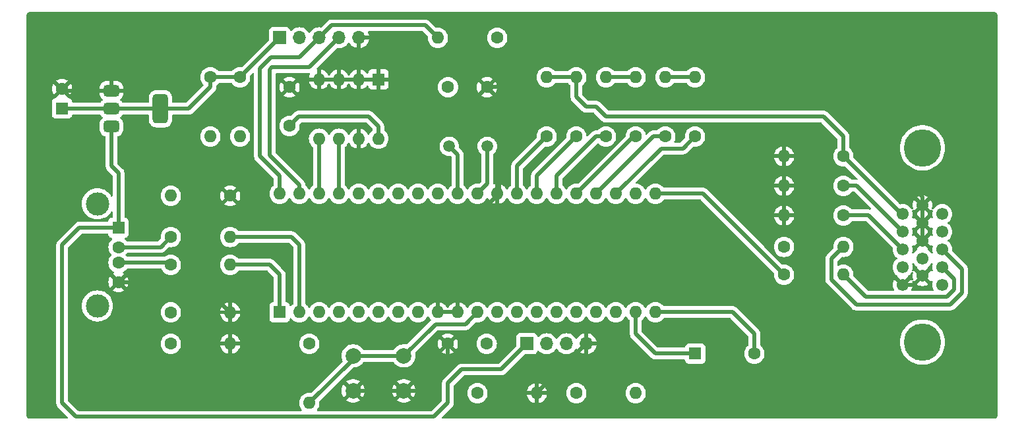
<source format=gbr>
%TF.GenerationSoftware,KiCad,Pcbnew,8.0.2*%
%TF.CreationDate,2025-02-08T14:09:10+01:00*%
%TF.ProjectId,propeller-vga,70726f70-656c-46c6-9572-2d7667612e6b,0*%
%TF.SameCoordinates,Original*%
%TF.FileFunction,Copper,L1,Top*%
%TF.FilePolarity,Positive*%
%FSLAX46Y46*%
G04 Gerber Fmt 4.6, Leading zero omitted, Abs format (unit mm)*
G04 Created by KiCad (PCBNEW 8.0.2) date 2025-02-08 14:09:10*
%MOMM*%
%LPD*%
G01*
G04 APERTURE LIST*
G04 Aperture macros list*
%AMRoundRect*
0 Rectangle with rounded corners*
0 $1 Rounding radius*
0 $2 $3 $4 $5 $6 $7 $8 $9 X,Y pos of 4 corners*
0 Add a 4 corners polygon primitive as box body*
4,1,4,$2,$3,$4,$5,$6,$7,$8,$9,$2,$3,0*
0 Add four circle primitives for the rounded corners*
1,1,$1+$1,$2,$3*
1,1,$1+$1,$4,$5*
1,1,$1+$1,$6,$7*
1,1,$1+$1,$8,$9*
0 Add four rect primitives between the rounded corners*
20,1,$1+$1,$2,$3,$4,$5,0*
20,1,$1+$1,$4,$5,$6,$7,0*
20,1,$1+$1,$6,$7,$8,$9,0*
20,1,$1+$1,$8,$9,$2,$3,0*%
G04 Aperture macros list end*
%TA.AperFunction,ComponentPad*%
%ADD10C,1.600000*%
%TD*%
%TA.AperFunction,ComponentPad*%
%ADD11O,1.600000X1.600000*%
%TD*%
%TA.AperFunction,ComponentPad*%
%ADD12R,1.600000X1.600000*%
%TD*%
%TA.AperFunction,ComponentPad*%
%ADD13C,1.500000*%
%TD*%
%TA.AperFunction,ComponentPad*%
%ADD14R,1.700000X1.700000*%
%TD*%
%TA.AperFunction,ComponentPad*%
%ADD15O,1.700000X1.700000*%
%TD*%
%TA.AperFunction,ComponentPad*%
%ADD16C,3.000000*%
%TD*%
%TA.AperFunction,ComponentPad*%
%ADD17C,2.000000*%
%TD*%
%TA.AperFunction,ComponentPad*%
%ADD18C,1.550000*%
%TD*%
%TA.AperFunction,ComponentPad*%
%ADD19C,4.800000*%
%TD*%
%TA.AperFunction,SMDPad,CuDef*%
%ADD20RoundRect,0.375000X-0.625000X-0.375000X0.625000X-0.375000X0.625000X0.375000X-0.625000X0.375000X0*%
%TD*%
%TA.AperFunction,SMDPad,CuDef*%
%ADD21RoundRect,0.500000X-0.500000X-1.400000X0.500000X-1.400000X0.500000X1.400000X-0.500000X1.400000X0*%
%TD*%
%TA.AperFunction,ViaPad*%
%ADD22C,0.600000*%
%TD*%
%TA.AperFunction,Conductor*%
%ADD23C,0.500000*%
%TD*%
G04 APERTURE END LIST*
D10*
%TO.P,R10,1*%
%TO.N,Net-(U1-P19)*%
X187960000Y-57150000D03*
D11*
%TO.P,R10,2*%
%TO.N,B*%
X187960000Y-49530000D03*
%TD*%
D10*
%TO.P,C1,1*%
%TO.N,+3V3*%
X165020000Y-83820000D03*
%TO.P,C1,2*%
%TO.N,GND*%
X160020000Y-83820000D03*
%TD*%
D12*
%TO.P,LS1,1,1*%
%TO.N,Net-(U1-P14)*%
X191790000Y-85090000D03*
D10*
%TO.P,LS1,2,2*%
%TO.N,Net-(U1-P15)*%
X199390000Y-85090000D03*
%TD*%
%TO.P,R1,1*%
%TO.N,Net-(J1-D+)*%
X124460000Y-73660000D03*
D11*
%TO.P,R1,2*%
%TO.N,Net-(U1-P0)*%
X132080000Y-73660000D03*
%TD*%
D10*
%TO.P,R9,1*%
%TO.N,Net-(U1-P18)*%
X191770000Y-57150000D03*
D11*
%TO.P,R9,2*%
%TO.N,B*%
X191770000Y-49530000D03*
%TD*%
D13*
%TO.P,Y1,1,1*%
%TO.N,Net-(U1-XI)*%
X165100000Y-58420000D03*
%TO.P,Y1,2,2*%
%TO.N,Net-(U1-XO)*%
X160220000Y-58420000D03*
%TD*%
D10*
%TO.P,R22,1*%
%TO.N,Net-(J1-D-)*%
X124460000Y-83820000D03*
D11*
%TO.P,R22,2*%
%TO.N,GND*%
X132080000Y-83820000D03*
%TD*%
D10*
%TO.P,R17,1*%
%TO.N,R*%
X210820000Y-59690000D03*
D11*
%TO.P,R17,2*%
%TO.N,GND*%
X203200000Y-59690000D03*
%TD*%
D10*
%TO.P,R12,1*%
%TO.N,Net-(U1-P21)*%
X180340000Y-57150000D03*
D11*
%TO.P,R12,2*%
%TO.N,G*%
X180340000Y-49530000D03*
%TD*%
D10*
%TO.P,R13,1*%
%TO.N,Net-(U1-P22)*%
X176530000Y-57150000D03*
D11*
%TO.P,R13,2*%
%TO.N,R*%
X176530000Y-49530000D03*
%TD*%
D10*
%TO.P,R21,1*%
%TO.N,Net-(J1-D+)*%
X124460000Y-79770000D03*
D11*
%TO.P,R21,2*%
%TO.N,GND*%
X132080000Y-79770000D03*
%TD*%
D10*
%TO.P,R2,1*%
%TO.N,Net-(J1-D-)*%
X124460000Y-70090000D03*
D11*
%TO.P,R2,2*%
%TO.N,Net-(U1-P1)*%
X132080000Y-70090000D03*
%TD*%
D10*
%TO.P,R5,1*%
%TO.N,+3V3*%
X129540000Y-49530000D03*
D11*
%TO.P,R5,2*%
%TO.N,SDA*%
X129540000Y-57150000D03*
%TD*%
D10*
%TO.P,C4,1*%
%TO.N,+3V3*%
X139700000Y-55800000D03*
%TO.P,C4,2*%
%TO.N,GND*%
X139700000Y-50800000D03*
%TD*%
D14*
%TO.P,J3,1,Pin_1*%
%TO.N,+5V*%
X170180000Y-83820000D03*
D15*
%TO.P,J3,2,Pin_2*%
%TO.N,Net-(J3-Pin_2)*%
X172720000Y-83820000D03*
%TO.P,J3,3,Pin_3*%
%TO.N,RXIN*%
X175260000Y-83820000D03*
%TO.P,J3,4,Pin_4*%
%TO.N,GND*%
X177800000Y-83820000D03*
%TD*%
D10*
%TO.P,R4,1*%
%TO.N,+3V3*%
X166370000Y-44450000D03*
D11*
%TO.P,R4,2*%
%TO.N,RX*%
X158750000Y-44450000D03*
%TD*%
D10*
%TO.P,R11,1*%
%TO.N,Net-(U1-P20)*%
X184150000Y-57150000D03*
D11*
%TO.P,R11,2*%
%TO.N,G*%
X184150000Y-49530000D03*
%TD*%
D12*
%TO.P,U2,1,A0*%
%TO.N,GND*%
X151120000Y-49818000D03*
D11*
%TO.P,U2,2,A1*%
X148580000Y-49818000D03*
%TO.P,U2,3,A2*%
X146040000Y-49818000D03*
%TO.P,U2,4,GND*%
X143500000Y-49818000D03*
%TO.P,U2,5,SDA*%
%TO.N,SDA*%
X143500000Y-57438000D03*
%TO.P,U2,6,SCL*%
%TO.N,SCL*%
X146040000Y-57438000D03*
%TO.P,U2,7,WP*%
%TO.N,GND*%
X148580000Y-57438000D03*
%TO.P,U2,8,VCC*%
%TO.N,+3V3*%
X151120000Y-57438000D03*
%TD*%
D10*
%TO.P,R6,1*%
%TO.N,+3V3*%
X133350000Y-49530000D03*
D11*
%TO.P,R6,2*%
%TO.N,SCL*%
X133350000Y-57150000D03*
%TD*%
D10*
%TO.P,R16,1*%
%TO.N,G*%
X210820000Y-63500000D03*
D11*
%TO.P,R16,2*%
%TO.N,GND*%
X203200000Y-63500000D03*
%TD*%
D10*
%TO.P,R19,1*%
%TO.N,TXIN*%
X163830000Y-90170000D03*
D11*
%TO.P,R19,2*%
%TO.N,GND*%
X171450000Y-90170000D03*
%TD*%
D10*
%TO.P,R15,1*%
%TO.N,B*%
X210820000Y-67310000D03*
D11*
%TO.P,R15,2*%
%TO.N,GND*%
X203200000Y-67310000D03*
%TD*%
D10*
%TO.P,R18,1*%
%TO.N,Net-(J3-Pin_2)*%
X176530000Y-90170000D03*
D11*
%TO.P,R18,2*%
%TO.N,TXIN*%
X184150000Y-90170000D03*
%TD*%
D12*
%TO.P,C3,1*%
%TO.N,+3V3*%
X110490000Y-53540000D03*
D10*
%TO.P,C3,2*%
%TO.N,GND*%
X110490000Y-51040000D03*
%TD*%
D12*
%TO.P,J1,1,VBUS*%
%TO.N,+5V*%
X117750000Y-68890000D03*
D10*
%TO.P,J1,2,D-*%
%TO.N,Net-(J1-D-)*%
X117750000Y-71390000D03*
%TO.P,J1,3,D+*%
%TO.N,Net-(J1-D+)*%
X117750000Y-73390000D03*
%TO.P,J1,4,GND*%
%TO.N,GND*%
X117750000Y-75890000D03*
D16*
%TO.P,J1,5,Shield*%
%TO.N,Net-(J1-Shield)*%
X115040000Y-65820000D03*
X115040000Y-78960000D03*
%TD*%
D14*
%TO.P,J2,1,Pin_1*%
%TO.N,+3V3*%
X138430000Y-44450000D03*
D15*
%TO.P,J2,2,Pin_2*%
%TO.N,~{RES}*%
X140970000Y-44450000D03*
%TO.P,J2,3,Pin_3*%
%TO.N,RX*%
X143510000Y-44450000D03*
%TO.P,J2,4,Pin_4*%
%TO.N,TX*%
X146050000Y-44450000D03*
%TO.P,J2,5,Pin_5*%
%TO.N,GND*%
X148590000Y-44450000D03*
%TD*%
D17*
%TO.P,SW1,1,1*%
%TO.N,GND*%
X154380000Y-89880000D03*
X147880000Y-89880000D03*
%TO.P,SW1,2,2*%
%TO.N,~{RES}*%
X154380000Y-85380000D03*
X147880000Y-85380000D03*
%TD*%
D10*
%TO.P,C2,1*%
%TO.N,+3V3*%
X160060000Y-50800000D03*
%TO.P,C2,2*%
%TO.N,GND*%
X165060000Y-50800000D03*
%TD*%
D18*
%TO.P,J4,1*%
%TO.N,R*%
X218440000Y-67130000D03*
%TO.P,J4,2*%
%TO.N,G*%
X218440000Y-69410000D03*
%TO.P,J4,3*%
%TO.N,B*%
X218440000Y-71690000D03*
%TO.P,J4,4*%
%TO.N,unconnected-(J4-Pad4)*%
X218440000Y-73970000D03*
%TO.P,J4,5*%
%TO.N,GND*%
X218440000Y-76250000D03*
%TO.P,J4,6*%
X220980000Y-65990000D03*
%TO.P,J4,7*%
X220980000Y-68270000D03*
%TO.P,J4,8*%
X220980000Y-70550000D03*
%TO.P,J4,9*%
%TO.N,unconnected-(J4-Pad9)*%
X220980000Y-72830000D03*
%TO.P,J4,10*%
%TO.N,GND*%
X220980000Y-75110000D03*
%TO.P,J4,11*%
%TO.N,unconnected-(J4-Pad11)*%
X223520000Y-67130000D03*
%TO.P,J4,12*%
%TO.N,unconnected-(J4-Pad12)*%
X223520000Y-69410000D03*
%TO.P,J4,13*%
%TO.N,HSYNC*%
X223520000Y-71690000D03*
%TO.P,J4,14*%
%TO.N,VSYNC*%
X223520000Y-73970000D03*
%TO.P,J4,15*%
%TO.N,unconnected-(J4-Pad15)*%
X223520000Y-76250000D03*
D19*
%TO.P,J4,16*%
%TO.N,N/C*%
X220980000Y-83620000D03*
%TO.P,J4,17*%
X220980000Y-58620000D03*
%TD*%
D12*
%TO.P,U1,1,P0*%
%TO.N,Net-(U1-P0)*%
X138435000Y-79756000D03*
D11*
%TO.P,U1,2,P1*%
%TO.N,Net-(U1-P1)*%
X140975000Y-79756000D03*
%TO.P,U1,3,P2*%
%TO.N,unconnected-(U1-P2-Pad3)*%
X143515000Y-79756000D03*
%TO.P,U1,4,P3*%
%TO.N,unconnected-(U1-P3-Pad4)*%
X146055000Y-79756000D03*
%TO.P,U1,5,P4*%
%TO.N,unconnected-(U1-P4-Pad5)*%
X148595000Y-79756000D03*
%TO.P,U1,6,P5*%
%TO.N,unconnected-(U1-P5-Pad6)*%
X151135000Y-79756000D03*
%TO.P,U1,7,P6*%
%TO.N,unconnected-(U1-P6-Pad7)*%
X153675000Y-79756000D03*
%TO.P,U1,8,P7*%
%TO.N,unconnected-(U1-P7-Pad8)*%
X156215000Y-79756000D03*
%TO.P,U1,9,VSS*%
%TO.N,GND*%
X158755000Y-79756000D03*
%TO.P,U1,10,~{BOE}*%
X161295000Y-79756000D03*
%TO.P,U1,11,~{RES}*%
%TO.N,~{RES}*%
X163835000Y-79756000D03*
%TO.P,U1,12,VDD*%
%TO.N,+3V3*%
X166375000Y-79756000D03*
%TO.P,U1,13,P8*%
%TO.N,TXIN*%
X168915000Y-79756000D03*
%TO.P,U1,14,P9*%
%TO.N,RXIN*%
X171455000Y-79756000D03*
%TO.P,U1,15,P10*%
%TO.N,unconnected-(U1-P10-Pad15)*%
X173995000Y-79756000D03*
%TO.P,U1,16,P11*%
%TO.N,unconnected-(U1-P11-Pad16)*%
X176535000Y-79756000D03*
%TO.P,U1,17,P12*%
%TO.N,unconnected-(U1-P12-Pad17)*%
X179075000Y-79756000D03*
%TO.P,U1,18,P13*%
%TO.N,unconnected-(U1-P13-Pad18)*%
X181615000Y-79756000D03*
%TO.P,U1,19,P14*%
%TO.N,Net-(U1-P14)*%
X184155000Y-79756000D03*
%TO.P,U1,20,P15*%
%TO.N,Net-(U1-P15)*%
X186695000Y-79756000D03*
%TO.P,U1,21,P16*%
%TO.N,Net-(U1-P16)*%
X186695000Y-64516000D03*
%TO.P,U1,22,P17*%
%TO.N,Net-(U1-P17)*%
X184155000Y-64516000D03*
%TO.P,U1,23,P18*%
%TO.N,Net-(U1-P18)*%
X181615000Y-64516000D03*
%TO.P,U1,24,P19*%
%TO.N,Net-(U1-P19)*%
X179075000Y-64516000D03*
%TO.P,U1,25,P20*%
%TO.N,Net-(U1-P20)*%
X176535000Y-64516000D03*
%TO.P,U1,26,P21*%
%TO.N,Net-(U1-P21)*%
X173995000Y-64516000D03*
%TO.P,U1,27,P22*%
%TO.N,Net-(U1-P22)*%
X171455000Y-64516000D03*
%TO.P,U1,28,P23*%
%TO.N,Net-(U1-P23)*%
X168915000Y-64516000D03*
%TO.P,U1,29,VSS*%
%TO.N,GND*%
X166375000Y-64516000D03*
%TO.P,U1,30,XI*%
%TO.N,Net-(U1-XI)*%
X163835000Y-64516000D03*
%TO.P,U1,31,XO*%
%TO.N,Net-(U1-XO)*%
X161295000Y-64516000D03*
%TO.P,U1,32,VDD*%
%TO.N,+3V3*%
X158755000Y-64516000D03*
%TO.P,U1,33,P24*%
%TO.N,unconnected-(U1-P24-Pad33)*%
X156215000Y-64516000D03*
%TO.P,U1,34,P25*%
%TO.N,unconnected-(U1-P25-Pad34)*%
X153675000Y-64516000D03*
%TO.P,U1,35,P26*%
%TO.N,unconnected-(U1-P26-Pad35)*%
X151135000Y-64516000D03*
%TO.P,U1,36,P27*%
%TO.N,unconnected-(U1-P27-Pad36)*%
X148595000Y-64516000D03*
%TO.P,U1,37,P28*%
%TO.N,SCL*%
X146055000Y-64516000D03*
%TO.P,U1,38,P29*%
%TO.N,SDA*%
X143515000Y-64516000D03*
%TO.P,U1,39,P30*%
%TO.N,TX*%
X140975000Y-64516000D03*
%TO.P,U1,40,P31*%
%TO.N,RX*%
X138435000Y-64516000D03*
%TD*%
D10*
%TO.P,R7,1*%
%TO.N,Net-(U1-P16)*%
X203200000Y-74930000D03*
D11*
%TO.P,R7,2*%
%TO.N,VSYNC*%
X210820000Y-74930000D03*
%TD*%
D20*
%TO.P,U3,1,GND*%
%TO.N,GND*%
X116840000Y-51280000D03*
%TO.P,U3,2,VO*%
%TO.N,+3V3*%
X116840000Y-53580000D03*
D21*
X123140000Y-53580000D03*
D20*
%TO.P,U3,3,VI*%
%TO.N,+5V*%
X116840000Y-55880000D03*
%TD*%
D10*
%TO.P,R20,1*%
%TO.N,+3V3*%
X142240000Y-83820000D03*
D11*
%TO.P,R20,2*%
%TO.N,~{RES}*%
X142240000Y-91440000D03*
%TD*%
D10*
%TO.P,R3,1*%
%TO.N,GND*%
X132080000Y-64770000D03*
D11*
%TO.P,R3,2*%
%TO.N,Net-(J1-Shield)*%
X124460000Y-64770000D03*
%TD*%
D10*
%TO.P,R14,1*%
%TO.N,Net-(U1-P23)*%
X172720000Y-57150000D03*
D11*
%TO.P,R14,2*%
%TO.N,R*%
X172720000Y-49530000D03*
%TD*%
D10*
%TO.P,R8,1*%
%TO.N,Net-(U1-P17)*%
X203200000Y-71360000D03*
D11*
%TO.P,R8,2*%
%TO.N,HSYNC*%
X210820000Y-71360000D03*
%TD*%
D22*
%TO.N,GND*%
X116840000Y-48260000D03*
%TD*%
D23*
%TO.N,+3V3*%
X116840000Y-53580000D02*
X110530000Y-53580000D01*
X129540000Y-50800000D02*
X129540000Y-49530000D01*
X110530000Y-53580000D02*
X110490000Y-53540000D01*
X133350000Y-49530000D02*
X138430000Y-44450000D01*
X123140000Y-53580000D02*
X126760000Y-53580000D01*
X139700000Y-55800000D02*
X140890000Y-54610000D01*
X149860000Y-54610000D02*
X151120000Y-55870000D01*
X151120000Y-55870000D02*
X151120000Y-57438000D01*
X140890000Y-54610000D02*
X149860000Y-54610000D01*
X126760000Y-53580000D02*
X129540000Y-50800000D01*
X129540000Y-49530000D02*
X133350000Y-49530000D01*
X123140000Y-53580000D02*
X116840000Y-53580000D01*
%TO.N,GND*%
X132080000Y-79770000D02*
X132080000Y-83820000D01*
X143500000Y-49818000D02*
X151120000Y-49818000D01*
X166600000Y-52340000D02*
X166600000Y-64291000D01*
X154380000Y-89880000D02*
X156500000Y-89880000D01*
X166375000Y-64765000D02*
X161295000Y-69845000D01*
X167640000Y-50800000D02*
X165060000Y-50800000D01*
X154380000Y-89880000D02*
X147880000Y-89880000D01*
X218440000Y-76250000D02*
X219840000Y-76250000D01*
X200536015Y-44450000D02*
X173990000Y-44450000D01*
X128200000Y-75890000D02*
X132080000Y-79770000D01*
X116840000Y-48260000D02*
X116840000Y-51280000D01*
X203200000Y-67310000D02*
X203200000Y-59690000D01*
X159417968Y-52350000D02*
X163510000Y-52350000D01*
X220980000Y-70550000D02*
X220980000Y-65990000D01*
X156500000Y-89880000D02*
X160020000Y-86360000D01*
X220980000Y-64893985D02*
X200536015Y-44450000D01*
X166600000Y-64291000D02*
X166375000Y-64516000D01*
X177800000Y-83820000D02*
X171450000Y-90170000D01*
X163510000Y-52350000D02*
X165060000Y-50800000D01*
X116840000Y-51280000D02*
X110730000Y-51280000D01*
X156885968Y-49818000D02*
X159417968Y-52350000D01*
X161295000Y-69845000D02*
X161295000Y-79756000D01*
X219840000Y-76250000D02*
X220980000Y-75110000D01*
X110730000Y-51280000D02*
X110490000Y-51040000D01*
X117750000Y-75890000D02*
X128200000Y-75890000D01*
X166375000Y-64516000D02*
X166375000Y-64765000D01*
X158755000Y-79756000D02*
X161295000Y-79756000D01*
X160020000Y-86360000D02*
X160020000Y-83820000D01*
X220980000Y-65990000D02*
X220980000Y-64893985D01*
X151120000Y-49818000D02*
X156885968Y-49818000D01*
X165060000Y-50800000D02*
X166600000Y-52340000D01*
X173990000Y-44450000D02*
X167640000Y-50800000D01*
%TO.N,Net-(J1-D-)*%
X123160000Y-71390000D02*
X124460000Y-70090000D01*
X117750000Y-71390000D02*
X123160000Y-71390000D01*
%TO.N,Net-(J1-D+)*%
X117750000Y-73390000D02*
X124190000Y-73390000D01*
X124190000Y-73390000D02*
X124460000Y-73660000D01*
%TO.N,+5V*%
X160020000Y-91440000D02*
X158230000Y-93230000D01*
X170180000Y-83820000D02*
X166870000Y-87130000D01*
X158230000Y-93230000D02*
X112280000Y-93230000D01*
X110490000Y-71120000D02*
X112720000Y-68890000D01*
X117750000Y-68890000D02*
X117750000Y-61870000D01*
X166870000Y-87130000D02*
X161790000Y-87130000D01*
X110490000Y-91440000D02*
X110490000Y-71120000D01*
X112720000Y-68890000D02*
X117750000Y-68890000D01*
X116840000Y-60960000D02*
X116840000Y-55880000D01*
X112280000Y-93230000D02*
X110490000Y-91440000D01*
X117750000Y-61870000D02*
X116840000Y-60960000D01*
X160020000Y-88900000D02*
X160020000Y-91440000D01*
X161790000Y-87130000D02*
X160020000Y-88900000D01*
%TO.N,RX*%
X135890000Y-48404214D02*
X137304214Y-46990000D01*
X135890000Y-59690000D02*
X135890000Y-48404214D01*
X137304214Y-46990000D02*
X140970000Y-46990000D01*
X145110000Y-42850000D02*
X157150000Y-42850000D01*
X138435000Y-64516000D02*
X138435000Y-62235000D01*
X157150000Y-42850000D02*
X158750000Y-44450000D01*
X140970000Y-46990000D02*
X143510000Y-44450000D01*
X138435000Y-62235000D02*
X135890000Y-59690000D01*
X143510000Y-44450000D02*
X145110000Y-42850000D01*
%TO.N,~{RES}*%
X142240000Y-91440000D02*
X147880000Y-85800000D01*
X147880000Y-85380000D02*
X154380000Y-85380000D01*
X154380000Y-85380000D02*
X158454000Y-81306000D01*
X162285000Y-81306000D02*
X163835000Y-79756000D01*
X147880000Y-85800000D02*
X147880000Y-85380000D01*
X158454000Y-81306000D02*
X162285000Y-81306000D01*
%TO.N,TX*%
X137160000Y-59545786D02*
X137160000Y-48548428D01*
X137448428Y-48260000D02*
X142240000Y-48260000D01*
X140975000Y-64516000D02*
X140975000Y-63360786D01*
X140975000Y-63360786D02*
X137160000Y-59545786D01*
X137160000Y-48548428D02*
X137448428Y-48260000D01*
X142240000Y-48260000D02*
X146050000Y-44450000D01*
%TO.N,HSYNC*%
X209270000Y-75572032D02*
X212472969Y-78775001D01*
X210820000Y-71360000D02*
X209270000Y-72910000D01*
X226045001Y-77295889D02*
X226045001Y-74215001D01*
X226045001Y-74215001D02*
X223520000Y-71690000D01*
X224565889Y-78775001D02*
X226045001Y-77295889D01*
X212472969Y-78775001D02*
X224565889Y-78775001D01*
X209270000Y-72910000D02*
X209270000Y-75572032D01*
%TO.N,VSYNC*%
X225045000Y-76881676D02*
X225045000Y-75495000D01*
X224151676Y-77775000D02*
X225045000Y-76881676D01*
X213665000Y-77775000D02*
X224151676Y-77775000D01*
X210820000Y-74930000D02*
X213665000Y-77775000D01*
X225045000Y-75495000D02*
X223520000Y-73970000D01*
%TO.N,R*%
X210820000Y-59690000D02*
X218260000Y-67130000D01*
X180340000Y-54610000D02*
X208280000Y-54610000D01*
X176530000Y-49530000D02*
X176530000Y-52070000D01*
X218260000Y-67130000D02*
X218440000Y-67130000D01*
X179070000Y-53340000D02*
X180340000Y-54610000D01*
X177800000Y-53340000D02*
X179070000Y-53340000D01*
X210820000Y-57150000D02*
X210820000Y-59690000D01*
X172720000Y-49530000D02*
X176530000Y-49530000D01*
X176530000Y-52070000D02*
X177800000Y-53340000D01*
X208280000Y-54610000D02*
X210820000Y-57150000D01*
%TO.N,G*%
X210820000Y-63500000D02*
X212530000Y-63500000D01*
X180340000Y-49530000D02*
X184150000Y-49530000D01*
X212530000Y-63500000D02*
X218440000Y-69410000D01*
%TO.N,B*%
X214060000Y-67310000D02*
X218440000Y-71690000D01*
X187960000Y-49530000D02*
X191770000Y-49530000D01*
X210820000Y-67310000D02*
X214060000Y-67310000D01*
%TO.N,Net-(U1-P15)*%
X199390000Y-82550000D02*
X199390000Y-85090000D01*
X186695000Y-79756000D02*
X196596000Y-79756000D01*
X196596000Y-79756000D02*
X199390000Y-82550000D01*
%TO.N,Net-(U1-P14)*%
X184155000Y-79756000D02*
X184155000Y-82555000D01*
X184155000Y-82555000D02*
X186690000Y-85090000D01*
X186690000Y-85090000D02*
X191790000Y-85090000D01*
%TO.N,Net-(U1-P0)*%
X137160000Y-73660000D02*
X138435000Y-74935000D01*
X138435000Y-74935000D02*
X138435000Y-79756000D01*
X132080000Y-73660000D02*
X137160000Y-73660000D01*
%TO.N,Net-(U1-P1)*%
X140975000Y-71125000D02*
X140975000Y-79756000D01*
X132080000Y-70090000D02*
X139940000Y-70090000D01*
X139940000Y-70090000D02*
X140975000Y-71125000D01*
%TO.N,SDA*%
X143500000Y-57438000D02*
X143500000Y-64501000D01*
X143500000Y-64501000D02*
X143515000Y-64516000D01*
%TO.N,SCL*%
X146040000Y-64501000D02*
X146055000Y-64516000D01*
X146040000Y-57438000D02*
X146040000Y-64501000D01*
%TO.N,Net-(U1-P16)*%
X186695000Y-64516000D02*
X192786000Y-64516000D01*
X192786000Y-64516000D02*
X203200000Y-74930000D01*
%TO.N,Net-(U1-P18)*%
X187431000Y-58700000D02*
X190220000Y-58700000D01*
X190220000Y-58700000D02*
X191770000Y-57150000D01*
X181615000Y-64516000D02*
X187431000Y-58700000D01*
%TO.N,Net-(U1-P19)*%
X186441000Y-57150000D02*
X187960000Y-57150000D01*
X179075000Y-64516000D02*
X186441000Y-57150000D01*
%TO.N,Net-(U1-P20)*%
X183901000Y-57150000D02*
X184150000Y-57150000D01*
X176535000Y-64516000D02*
X183901000Y-57150000D01*
%TO.N,Net-(U1-P21)*%
X173995000Y-62225000D02*
X179070000Y-57150000D01*
X173995000Y-64516000D02*
X173995000Y-62225000D01*
X179070000Y-57150000D02*
X180340000Y-57150000D01*
%TO.N,Net-(U1-P22)*%
X171455000Y-64516000D02*
X171455000Y-62225000D01*
X171455000Y-62225000D02*
X176530000Y-57150000D01*
%TO.N,Net-(U1-P23)*%
X168915000Y-64516000D02*
X168915000Y-60955000D01*
X168915000Y-60955000D02*
X172720000Y-57150000D01*
%TO.N,Net-(U1-XO)*%
X161295000Y-59495000D02*
X161295000Y-64516000D01*
X160220000Y-58420000D02*
X161295000Y-59495000D01*
%TO.N,Net-(U1-XI)*%
X165100000Y-58420000D02*
X165100000Y-63251000D01*
X165100000Y-63251000D02*
X163835000Y-64516000D01*
%TD*%
%TA.AperFunction,Conductor*%
%TO.N,GND*%
G36*
X222041074Y-75817522D02*
G01*
X222082067Y-75758979D01*
X222136644Y-75715354D01*
X222206142Y-75708160D01*
X222268497Y-75739683D01*
X222303911Y-75799913D01*
X222303417Y-75862195D01*
X222259081Y-76027660D01*
X222259079Y-76027670D01*
X222239628Y-76249999D01*
X222239628Y-76250000D01*
X222259079Y-76472329D01*
X222259081Y-76472339D01*
X222316841Y-76687905D01*
X222316843Y-76687909D01*
X222316844Y-76687913D01*
X222345796Y-76750000D01*
X222391538Y-76848095D01*
X222402030Y-76917173D01*
X222373510Y-76980957D01*
X222315033Y-77019196D01*
X222279156Y-77024500D01*
X219680292Y-77024500D01*
X219613253Y-77004815D01*
X219567498Y-76952011D01*
X219557554Y-76882853D01*
X219567910Y-76848096D01*
X219642681Y-76687747D01*
X219642685Y-76687736D01*
X219700425Y-76472248D01*
X219700426Y-76472241D01*
X219719870Y-76250001D01*
X219719870Y-76249998D01*
X219700426Y-76027758D01*
X219700425Y-76027750D01*
X219655744Y-75860999D01*
X219657407Y-75791149D01*
X219696569Y-75733286D01*
X219760798Y-75705782D01*
X219829700Y-75717368D01*
X219877094Y-75757782D01*
X219918923Y-75817521D01*
X219918924Y-75817522D01*
X220497037Y-75239409D01*
X220514075Y-75302993D01*
X220579901Y-75417007D01*
X220672993Y-75510099D01*
X220787007Y-75575925D01*
X220850590Y-75592962D01*
X220272476Y-76171074D01*
X220272477Y-76171075D01*
X220340062Y-76218398D01*
X220340064Y-76218399D01*
X220542252Y-76312681D01*
X220542263Y-76312685D01*
X220757751Y-76370425D01*
X220757758Y-76370426D01*
X220979998Y-76389870D01*
X220980002Y-76389870D01*
X221202241Y-76370426D01*
X221202248Y-76370425D01*
X221417736Y-76312685D01*
X221417747Y-76312681D01*
X221619931Y-76218401D01*
X221619933Y-76218400D01*
X221687522Y-76171074D01*
X221109409Y-75592962D01*
X221172993Y-75575925D01*
X221287007Y-75510099D01*
X221380099Y-75417007D01*
X221445925Y-75302993D01*
X221462962Y-75239409D01*
X222041074Y-75817522D01*
G37*
%TD.AperFunction*%
%TA.AperFunction,Conductor*%
G36*
X219728957Y-74599898D02*
G01*
X219764371Y-74660128D01*
X219763877Y-74722410D01*
X219719575Y-74887747D01*
X219719573Y-74887758D01*
X219700130Y-75109998D01*
X219700130Y-75110001D01*
X219719573Y-75332241D01*
X219719575Y-75332252D01*
X219764255Y-75499001D01*
X219762592Y-75568851D01*
X219723429Y-75626713D01*
X219659201Y-75654217D01*
X219590298Y-75642630D01*
X219542905Y-75602217D01*
X219501075Y-75542477D01*
X219501074Y-75542476D01*
X218922961Y-76120588D01*
X218905925Y-76057007D01*
X218840099Y-75942993D01*
X218747007Y-75849901D01*
X218632993Y-75784075D01*
X218569410Y-75767037D01*
X219147522Y-75188924D01*
X219145747Y-75168645D01*
X219136680Y-75157301D01*
X219129488Y-75087802D01*
X219161011Y-75025448D01*
X219180299Y-75008734D01*
X219263007Y-74950822D01*
X219420822Y-74793007D01*
X219542529Y-74619190D01*
X219597104Y-74575569D01*
X219666603Y-74568376D01*
X219728957Y-74599898D01*
G37*
%TD.AperFunction*%
%TA.AperFunction,Conductor*%
G36*
X219830917Y-73439979D02*
G01*
X219878310Y-73480390D01*
X219999178Y-73653007D01*
X220156993Y-73810822D01*
X220239695Y-73868731D01*
X220283317Y-73923305D01*
X220290510Y-73992804D01*
X220274640Y-74024195D01*
X220272476Y-74048923D01*
X220850590Y-74627037D01*
X220787007Y-74644075D01*
X220672993Y-74709901D01*
X220579901Y-74802993D01*
X220514075Y-74917007D01*
X220497037Y-74980590D01*
X219918923Y-74402476D01*
X219877933Y-74461019D01*
X219823356Y-74504645D01*
X219753858Y-74511839D01*
X219691503Y-74480317D01*
X219656088Y-74420087D01*
X219656581Y-74357806D01*
X219700920Y-74192334D01*
X219720372Y-73970000D01*
X219700920Y-73747666D01*
X219656961Y-73583608D01*
X219658624Y-73513758D01*
X219697787Y-73455896D01*
X219762015Y-73428392D01*
X219830917Y-73439979D01*
G37*
%TD.AperFunction*%
%TA.AperFunction,Conductor*%
G36*
X222268118Y-73461096D02*
G01*
X222303532Y-73521326D01*
X222303038Y-73583608D01*
X222259081Y-73747660D01*
X222259079Y-73747670D01*
X222239628Y-73969999D01*
X222239628Y-73970000D01*
X222259079Y-74192329D01*
X222259081Y-74192339D01*
X222303417Y-74357803D01*
X222301754Y-74427653D01*
X222262591Y-74485515D01*
X222198363Y-74513019D01*
X222129461Y-74501432D01*
X222082067Y-74461020D01*
X222041074Y-74402477D01*
X222041074Y-74402476D01*
X221462962Y-74980589D01*
X221445925Y-74917007D01*
X221380099Y-74802993D01*
X221287007Y-74709901D01*
X221172993Y-74644075D01*
X221109410Y-74627037D01*
X221687522Y-74048924D01*
X221685747Y-74028645D01*
X221676680Y-74017301D01*
X221669488Y-73947802D01*
X221701011Y-73885448D01*
X221720299Y-73868734D01*
X221803007Y-73810822D01*
X221960822Y-73653007D01*
X222081691Y-73480388D01*
X222136265Y-73436767D01*
X222205764Y-73429574D01*
X222268118Y-73461096D01*
G37*
%TD.AperFunction*%
%TA.AperFunction,Conductor*%
G36*
X222041074Y-71257522D02*
G01*
X222082067Y-71198979D01*
X222136644Y-71155354D01*
X222206142Y-71148160D01*
X222268497Y-71179683D01*
X222303911Y-71239913D01*
X222303417Y-71302195D01*
X222259081Y-71467660D01*
X222259079Y-71467670D01*
X222239628Y-71689999D01*
X222239628Y-71690000D01*
X222259079Y-71912329D01*
X222259081Y-71912339D01*
X222303038Y-72076391D01*
X222301375Y-72146241D01*
X222262212Y-72204103D01*
X222197983Y-72231607D01*
X222129081Y-72220020D01*
X222081689Y-72179609D01*
X221960822Y-72006993D01*
X221803007Y-71849178D01*
X221781018Y-71833781D01*
X221720304Y-71791268D01*
X221676679Y-71736691D01*
X221669487Y-71667193D01*
X221685359Y-71635795D01*
X221687522Y-71611074D01*
X221109409Y-71032962D01*
X221172993Y-71015925D01*
X221287007Y-70950099D01*
X221380099Y-70857007D01*
X221445925Y-70742993D01*
X221462962Y-70679409D01*
X222041074Y-71257522D01*
G37*
%TD.AperFunction*%
%TA.AperFunction,Conductor*%
G36*
X220514075Y-70742993D02*
G01*
X220579901Y-70857007D01*
X220672993Y-70950099D01*
X220787007Y-71015925D01*
X220850590Y-71032962D01*
X220272476Y-71611074D01*
X220274251Y-71631353D01*
X220283319Y-71642698D01*
X220290511Y-71712197D01*
X220258988Y-71774551D01*
X220239695Y-71791269D01*
X220156989Y-71849181D01*
X219999178Y-72006992D01*
X219878310Y-72179608D01*
X219823733Y-72223233D01*
X219754235Y-72230425D01*
X219691880Y-72198902D01*
X219656467Y-72138672D01*
X219656961Y-72076390D01*
X219662670Y-72055086D01*
X219700920Y-71912334D01*
X219720372Y-71690000D01*
X219700920Y-71467666D01*
X219656582Y-71302193D01*
X219658245Y-71232347D01*
X219697407Y-71174484D01*
X219761636Y-71146980D01*
X219830538Y-71158566D01*
X219877932Y-71198979D01*
X219918924Y-71257521D01*
X220497037Y-70679409D01*
X220514075Y-70742993D01*
G37*
%TD.AperFunction*%
%TA.AperFunction,Conductor*%
G36*
X220514075Y-68462993D02*
G01*
X220579901Y-68577007D01*
X220672993Y-68670099D01*
X220787007Y-68735925D01*
X220850590Y-68752962D01*
X220272476Y-69331074D01*
X220274227Y-69351086D01*
X220283753Y-69363003D01*
X220290945Y-69432502D01*
X220274581Y-69464869D01*
X220272476Y-69488923D01*
X220850590Y-70067037D01*
X220787007Y-70084075D01*
X220672993Y-70149901D01*
X220579901Y-70242993D01*
X220514075Y-70357007D01*
X220497037Y-70420590D01*
X219918923Y-69842476D01*
X219877933Y-69901019D01*
X219823356Y-69944645D01*
X219753858Y-69951839D01*
X219691503Y-69920317D01*
X219656088Y-69860087D01*
X219656581Y-69797806D01*
X219700920Y-69632334D01*
X219720372Y-69410000D01*
X219700920Y-69187666D01*
X219656582Y-69022193D01*
X219658245Y-68952347D01*
X219697407Y-68894484D01*
X219761636Y-68866980D01*
X219830538Y-68878566D01*
X219877932Y-68918979D01*
X219918924Y-68977521D01*
X220497037Y-68399409D01*
X220514075Y-68462993D01*
G37*
%TD.AperFunction*%
%TA.AperFunction,Conductor*%
G36*
X222041074Y-68977522D02*
G01*
X222082067Y-68918979D01*
X222136644Y-68875354D01*
X222206142Y-68868160D01*
X222268497Y-68899683D01*
X222303911Y-68959913D01*
X222303417Y-69022195D01*
X222259081Y-69187660D01*
X222259079Y-69187670D01*
X222239628Y-69409999D01*
X222239628Y-69410000D01*
X222259079Y-69632329D01*
X222259081Y-69632339D01*
X222303417Y-69797803D01*
X222301754Y-69867653D01*
X222262591Y-69925515D01*
X222198363Y-69953019D01*
X222129461Y-69941432D01*
X222082067Y-69901020D01*
X222041074Y-69842477D01*
X222041074Y-69842476D01*
X221462962Y-70420589D01*
X221445925Y-70357007D01*
X221380099Y-70242993D01*
X221287007Y-70149901D01*
X221172993Y-70084075D01*
X221109410Y-70067037D01*
X221687522Y-69488924D01*
X221685771Y-69468914D01*
X221676245Y-69456997D01*
X221669051Y-69387499D01*
X221685418Y-69355122D01*
X221687522Y-69331074D01*
X221109409Y-68752962D01*
X221172993Y-68735925D01*
X221287007Y-68670099D01*
X221380099Y-68577007D01*
X221445925Y-68462993D01*
X221462962Y-68399409D01*
X222041074Y-68977522D01*
G37*
%TD.AperFunction*%
%TA.AperFunction,Conductor*%
G36*
X220514075Y-66182993D02*
G01*
X220579901Y-66297007D01*
X220672993Y-66390099D01*
X220787007Y-66455925D01*
X220850590Y-66472962D01*
X220272476Y-67051074D01*
X220274227Y-67071086D01*
X220283753Y-67083003D01*
X220290945Y-67152502D01*
X220274581Y-67184869D01*
X220272476Y-67208923D01*
X220850590Y-67787037D01*
X220787007Y-67804075D01*
X220672993Y-67869901D01*
X220579901Y-67962993D01*
X220514075Y-68077007D01*
X220497037Y-68140590D01*
X219918923Y-67562476D01*
X219877933Y-67621019D01*
X219823356Y-67664645D01*
X219753858Y-67671839D01*
X219691503Y-67640317D01*
X219656088Y-67580087D01*
X219656581Y-67517806D01*
X219700920Y-67352334D01*
X219720372Y-67130000D01*
X219700920Y-66907666D01*
X219656582Y-66742193D01*
X219658245Y-66672347D01*
X219697407Y-66614484D01*
X219761636Y-66586980D01*
X219830538Y-66598566D01*
X219877932Y-66638979D01*
X219918924Y-66697521D01*
X220497037Y-66119409D01*
X220514075Y-66182993D01*
G37*
%TD.AperFunction*%
%TA.AperFunction,Conductor*%
G36*
X222041074Y-66697522D02*
G01*
X222082067Y-66638979D01*
X222136644Y-66595354D01*
X222206142Y-66588160D01*
X222268497Y-66619683D01*
X222303911Y-66679913D01*
X222303417Y-66742195D01*
X222259081Y-66907660D01*
X222259079Y-66907670D01*
X222239628Y-67129999D01*
X222239628Y-67130000D01*
X222259079Y-67352329D01*
X222259081Y-67352339D01*
X222303417Y-67517803D01*
X222301754Y-67587653D01*
X222262591Y-67645515D01*
X222198363Y-67673019D01*
X222129461Y-67661432D01*
X222082067Y-67621020D01*
X222041074Y-67562477D01*
X222041074Y-67562476D01*
X221462962Y-68140589D01*
X221445925Y-68077007D01*
X221380099Y-67962993D01*
X221287007Y-67869901D01*
X221172993Y-67804075D01*
X221109410Y-67787037D01*
X221687522Y-67208924D01*
X221685771Y-67188914D01*
X221676245Y-67176997D01*
X221669051Y-67107499D01*
X221685418Y-67075122D01*
X221687522Y-67051074D01*
X221109409Y-66472962D01*
X221172993Y-66455925D01*
X221287007Y-66390099D01*
X221380099Y-66297007D01*
X221445925Y-66182993D01*
X221462962Y-66119409D01*
X222041074Y-66697522D01*
G37*
%TD.AperFunction*%
%TA.AperFunction,Conductor*%
G36*
X230146922Y-41141280D02*
G01*
X230237266Y-41151459D01*
X230264331Y-41157636D01*
X230343540Y-41185352D01*
X230368553Y-41197398D01*
X230439606Y-41242043D01*
X230461313Y-41259355D01*
X230520644Y-41318686D01*
X230537957Y-41340395D01*
X230582600Y-41411444D01*
X230594648Y-41436462D01*
X230622362Y-41515666D01*
X230628540Y-41542735D01*
X230638720Y-41633076D01*
X230639500Y-41646961D01*
X230639500Y-92973038D01*
X230638720Y-92986923D01*
X230628540Y-93077264D01*
X230622362Y-93104333D01*
X230594648Y-93183537D01*
X230582600Y-93208555D01*
X230537957Y-93279604D01*
X230520644Y-93301313D01*
X230461313Y-93360644D01*
X230439604Y-93377957D01*
X230368555Y-93422600D01*
X230343537Y-93434648D01*
X230264333Y-93462362D01*
X230237264Y-93468540D01*
X230157075Y-93477576D01*
X230146921Y-93478720D01*
X230133038Y-93479500D01*
X159341230Y-93479500D01*
X159274191Y-93459815D01*
X159228436Y-93407011D01*
X159218492Y-93337853D01*
X159247517Y-93274297D01*
X159253549Y-93267819D01*
X160602948Y-91918419D01*
X160602947Y-91918419D01*
X160602951Y-91918416D01*
X160685084Y-91795495D01*
X160741658Y-91658913D01*
X160770500Y-91513918D01*
X160770500Y-91366083D01*
X160770500Y-90169998D01*
X162524532Y-90169998D01*
X162524532Y-90170001D01*
X162544364Y-90396686D01*
X162544366Y-90396697D01*
X162603258Y-90616488D01*
X162603261Y-90616497D01*
X162699431Y-90822732D01*
X162699432Y-90822734D01*
X162829954Y-91009141D01*
X162990858Y-91170045D01*
X162990861Y-91170047D01*
X163177266Y-91300568D01*
X163383504Y-91396739D01*
X163603308Y-91455635D01*
X163765230Y-91469801D01*
X163829998Y-91475468D01*
X163830000Y-91475468D01*
X163830002Y-91475468D01*
X163886673Y-91470509D01*
X164056692Y-91455635D01*
X164276496Y-91396739D01*
X164482734Y-91300568D01*
X164669139Y-91170047D01*
X164830047Y-91009139D01*
X164960568Y-90822734D01*
X165056739Y-90616496D01*
X165115635Y-90396692D01*
X165135468Y-90170000D01*
X165115635Y-89943308D01*
X165109389Y-89919999D01*
X170171127Y-89919999D01*
X170171128Y-89920000D01*
X171134314Y-89920000D01*
X171129920Y-89924394D01*
X171077259Y-90015606D01*
X171050000Y-90117339D01*
X171050000Y-90222661D01*
X171077259Y-90324394D01*
X171129920Y-90415606D01*
X171134314Y-90420000D01*
X170171128Y-90420000D01*
X170223730Y-90616317D01*
X170223734Y-90616326D01*
X170319865Y-90822482D01*
X170450342Y-91008820D01*
X170611179Y-91169657D01*
X170797517Y-91300134D01*
X171003673Y-91396265D01*
X171003682Y-91396269D01*
X171199999Y-91448872D01*
X171200000Y-91448871D01*
X171200000Y-90485686D01*
X171204394Y-90490080D01*
X171295606Y-90542741D01*
X171397339Y-90570000D01*
X171502661Y-90570000D01*
X171604394Y-90542741D01*
X171695606Y-90490080D01*
X171700000Y-90485686D01*
X171700000Y-91448872D01*
X171896317Y-91396269D01*
X171896326Y-91396265D01*
X172102482Y-91300134D01*
X172288820Y-91169657D01*
X172449657Y-91008820D01*
X172580134Y-90822482D01*
X172676265Y-90616326D01*
X172676269Y-90616317D01*
X172728872Y-90420000D01*
X171765686Y-90420000D01*
X171770080Y-90415606D01*
X171822741Y-90324394D01*
X171850000Y-90222661D01*
X171850000Y-90169998D01*
X175224532Y-90169998D01*
X175224532Y-90170001D01*
X175244364Y-90396686D01*
X175244366Y-90396697D01*
X175303258Y-90616488D01*
X175303261Y-90616497D01*
X175399431Y-90822732D01*
X175399432Y-90822734D01*
X175529954Y-91009141D01*
X175690858Y-91170045D01*
X175690861Y-91170047D01*
X175877266Y-91300568D01*
X176083504Y-91396739D01*
X176303308Y-91455635D01*
X176465230Y-91469801D01*
X176529998Y-91475468D01*
X176530000Y-91475468D01*
X176530002Y-91475468D01*
X176586673Y-91470509D01*
X176756692Y-91455635D01*
X176976496Y-91396739D01*
X177182734Y-91300568D01*
X177369139Y-91170047D01*
X177530047Y-91009139D01*
X177660568Y-90822734D01*
X177756739Y-90616496D01*
X177815635Y-90396692D01*
X177835468Y-90170000D01*
X177835468Y-90169998D01*
X182844532Y-90169998D01*
X182844532Y-90170001D01*
X182864364Y-90396686D01*
X182864366Y-90396697D01*
X182923258Y-90616488D01*
X182923261Y-90616497D01*
X183019431Y-90822732D01*
X183019432Y-90822734D01*
X183149954Y-91009141D01*
X183310858Y-91170045D01*
X183310861Y-91170047D01*
X183497266Y-91300568D01*
X183703504Y-91396739D01*
X183923308Y-91455635D01*
X184085230Y-91469801D01*
X184149998Y-91475468D01*
X184150000Y-91475468D01*
X184150002Y-91475468D01*
X184206673Y-91470509D01*
X184376692Y-91455635D01*
X184596496Y-91396739D01*
X184802734Y-91300568D01*
X184989139Y-91170047D01*
X185150047Y-91009139D01*
X185280568Y-90822734D01*
X185376739Y-90616496D01*
X185435635Y-90396692D01*
X185455468Y-90170000D01*
X185435635Y-89943308D01*
X185376739Y-89723504D01*
X185280568Y-89517266D01*
X185150047Y-89330861D01*
X185150045Y-89330858D01*
X184989141Y-89169954D01*
X184802734Y-89039432D01*
X184802732Y-89039431D01*
X184596497Y-88943261D01*
X184596488Y-88943258D01*
X184376697Y-88884366D01*
X184376693Y-88884365D01*
X184376692Y-88884365D01*
X184376691Y-88884364D01*
X184376686Y-88884364D01*
X184150002Y-88864532D01*
X184149998Y-88864532D01*
X183923313Y-88884364D01*
X183923302Y-88884366D01*
X183703511Y-88943258D01*
X183703502Y-88943261D01*
X183497267Y-89039431D01*
X183497265Y-89039432D01*
X183310858Y-89169954D01*
X183149954Y-89330858D01*
X183019432Y-89517265D01*
X183019431Y-89517267D01*
X182923261Y-89723502D01*
X182923258Y-89723511D01*
X182864366Y-89943302D01*
X182864364Y-89943313D01*
X182844532Y-90169998D01*
X177835468Y-90169998D01*
X177815635Y-89943308D01*
X177756739Y-89723504D01*
X177660568Y-89517266D01*
X177530047Y-89330861D01*
X177530045Y-89330858D01*
X177369141Y-89169954D01*
X177182734Y-89039432D01*
X177182732Y-89039431D01*
X176976497Y-88943261D01*
X176976488Y-88943258D01*
X176756697Y-88884366D01*
X176756693Y-88884365D01*
X176756692Y-88884365D01*
X176756691Y-88884364D01*
X176756686Y-88884364D01*
X176530002Y-88864532D01*
X176529998Y-88864532D01*
X176303313Y-88884364D01*
X176303302Y-88884366D01*
X176083511Y-88943258D01*
X176083502Y-88943261D01*
X175877267Y-89039431D01*
X175877265Y-89039432D01*
X175690858Y-89169954D01*
X175529954Y-89330858D01*
X175399432Y-89517265D01*
X175399431Y-89517267D01*
X175303261Y-89723502D01*
X175303258Y-89723511D01*
X175244366Y-89943302D01*
X175244364Y-89943313D01*
X175224532Y-90169998D01*
X171850000Y-90169998D01*
X171850000Y-90117339D01*
X171822741Y-90015606D01*
X171770080Y-89924394D01*
X171765686Y-89920000D01*
X172728872Y-89920000D01*
X172728872Y-89919999D01*
X172676269Y-89723682D01*
X172676265Y-89723673D01*
X172580134Y-89517517D01*
X172449657Y-89331179D01*
X172288820Y-89170342D01*
X172102482Y-89039865D01*
X171896328Y-88943734D01*
X171700000Y-88891127D01*
X171700000Y-89854314D01*
X171695606Y-89849920D01*
X171604394Y-89797259D01*
X171502661Y-89770000D01*
X171397339Y-89770000D01*
X171295606Y-89797259D01*
X171204394Y-89849920D01*
X171200000Y-89854314D01*
X171200000Y-88891127D01*
X171003671Y-88943734D01*
X170797517Y-89039865D01*
X170611179Y-89170342D01*
X170450342Y-89331179D01*
X170319865Y-89517517D01*
X170223734Y-89723673D01*
X170223730Y-89723682D01*
X170171127Y-89919999D01*
X165109389Y-89919999D01*
X165056739Y-89723504D01*
X164960568Y-89517266D01*
X164830047Y-89330861D01*
X164830045Y-89330858D01*
X164669141Y-89169954D01*
X164482734Y-89039432D01*
X164482732Y-89039431D01*
X164276497Y-88943261D01*
X164276488Y-88943258D01*
X164056697Y-88884366D01*
X164056693Y-88884365D01*
X164056692Y-88884365D01*
X164056691Y-88884364D01*
X164056686Y-88884364D01*
X163830002Y-88864532D01*
X163829998Y-88864532D01*
X163603313Y-88884364D01*
X163603302Y-88884366D01*
X163383511Y-88943258D01*
X163383502Y-88943261D01*
X163177267Y-89039431D01*
X163177265Y-89039432D01*
X162990858Y-89169954D01*
X162829954Y-89330858D01*
X162699432Y-89517265D01*
X162699431Y-89517267D01*
X162603261Y-89723502D01*
X162603258Y-89723511D01*
X162544366Y-89943302D01*
X162544364Y-89943313D01*
X162524532Y-90169998D01*
X160770500Y-90169998D01*
X160770500Y-89262230D01*
X160790185Y-89195191D01*
X160806819Y-89174549D01*
X162064549Y-87916819D01*
X162125872Y-87883334D01*
X162152230Y-87880500D01*
X166943920Y-87880500D01*
X167041462Y-87861096D01*
X167088913Y-87851658D01*
X167225495Y-87795084D01*
X167274729Y-87762186D01*
X167348416Y-87712952D01*
X169854549Y-85206817D01*
X169915872Y-85173333D01*
X169942230Y-85170499D01*
X171077871Y-85170499D01*
X171077872Y-85170499D01*
X171137483Y-85164091D01*
X171272331Y-85113796D01*
X171387546Y-85027546D01*
X171473796Y-84912331D01*
X171522810Y-84780916D01*
X171564681Y-84724984D01*
X171630145Y-84700566D01*
X171698418Y-84715417D01*
X171726673Y-84736569D01*
X171848599Y-84858495D01*
X171942081Y-84923952D01*
X172042165Y-84994032D01*
X172042167Y-84994033D01*
X172042170Y-84994035D01*
X172256337Y-85093903D01*
X172256343Y-85093904D01*
X172256344Y-85093905D01*
X172298271Y-85105139D01*
X172484592Y-85155063D01*
X172672918Y-85171539D01*
X172719999Y-85175659D01*
X172720000Y-85175659D01*
X172720001Y-85175659D01*
X172759234Y-85172226D01*
X172955408Y-85155063D01*
X173183663Y-85093903D01*
X173397830Y-84994035D01*
X173591401Y-84858495D01*
X173758495Y-84691401D01*
X173888425Y-84505842D01*
X173943002Y-84462217D01*
X174012500Y-84455023D01*
X174074855Y-84486546D01*
X174091575Y-84505842D01*
X174221281Y-84691082D01*
X174221505Y-84691401D01*
X174388599Y-84858495D01*
X174482081Y-84923952D01*
X174582165Y-84994032D01*
X174582167Y-84994033D01*
X174582170Y-84994035D01*
X174796337Y-85093903D01*
X174796343Y-85093904D01*
X174796344Y-85093905D01*
X174838271Y-85105139D01*
X175024592Y-85155063D01*
X175212918Y-85171539D01*
X175259999Y-85175659D01*
X175260000Y-85175659D01*
X175260001Y-85175659D01*
X175299234Y-85172226D01*
X175495408Y-85155063D01*
X175723663Y-85093903D01*
X175937830Y-84994035D01*
X176131401Y-84858495D01*
X176298495Y-84691401D01*
X176428730Y-84505405D01*
X176483307Y-84461781D01*
X176552805Y-84454587D01*
X176615160Y-84486110D01*
X176631879Y-84505405D01*
X176761890Y-84691078D01*
X176928917Y-84858105D01*
X177122421Y-84993600D01*
X177336507Y-85093429D01*
X177336516Y-85093433D01*
X177550000Y-85150634D01*
X177550000Y-84253012D01*
X177607007Y-84285925D01*
X177734174Y-84320000D01*
X177865826Y-84320000D01*
X177992993Y-84285925D01*
X178050000Y-84253012D01*
X178050000Y-85150633D01*
X178263483Y-85093433D01*
X178263492Y-85093429D01*
X178477578Y-84993600D01*
X178671082Y-84858105D01*
X178838105Y-84691082D01*
X178973600Y-84497578D01*
X179073429Y-84283492D01*
X179073432Y-84283486D01*
X179130636Y-84070000D01*
X178233012Y-84070000D01*
X178265925Y-84012993D01*
X178300000Y-83885826D01*
X178300000Y-83754174D01*
X178265925Y-83627007D01*
X178233012Y-83570000D01*
X179130636Y-83570000D01*
X179130635Y-83569999D01*
X179073432Y-83356513D01*
X179073429Y-83356507D01*
X178973600Y-83142422D01*
X178973599Y-83142420D01*
X178838113Y-82948926D01*
X178838108Y-82948920D01*
X178671082Y-82781894D01*
X178477578Y-82646399D01*
X178263492Y-82546570D01*
X178263486Y-82546567D01*
X178050000Y-82489364D01*
X178050000Y-83386988D01*
X177992993Y-83354075D01*
X177865826Y-83320000D01*
X177734174Y-83320000D01*
X177607007Y-83354075D01*
X177550000Y-83386988D01*
X177550000Y-82489364D01*
X177549999Y-82489364D01*
X177336513Y-82546567D01*
X177336507Y-82546570D01*
X177122422Y-82646399D01*
X177122420Y-82646400D01*
X176928926Y-82781886D01*
X176928920Y-82781891D01*
X176761891Y-82948920D01*
X176761890Y-82948922D01*
X176631880Y-83134595D01*
X176577303Y-83178219D01*
X176507804Y-83185412D01*
X176445450Y-83153890D01*
X176428730Y-83134594D01*
X176298494Y-82948597D01*
X176131402Y-82781506D01*
X176131395Y-82781501D01*
X176120558Y-82773913D01*
X176054518Y-82727671D01*
X175937834Y-82645967D01*
X175937830Y-82645965D01*
X175895635Y-82626289D01*
X175723663Y-82546097D01*
X175723659Y-82546096D01*
X175723655Y-82546094D01*
X175495413Y-82484938D01*
X175495403Y-82484936D01*
X175260001Y-82464341D01*
X175259999Y-82464341D01*
X175024596Y-82484936D01*
X175024586Y-82484938D01*
X174796344Y-82546094D01*
X174796335Y-82546098D01*
X174582171Y-82645964D01*
X174582169Y-82645965D01*
X174388597Y-82781505D01*
X174221505Y-82948597D01*
X174091575Y-83134158D01*
X174036998Y-83177783D01*
X173967500Y-83184977D01*
X173905145Y-83153454D01*
X173888425Y-83134158D01*
X173758494Y-82948597D01*
X173591402Y-82781506D01*
X173591395Y-82781501D01*
X173580558Y-82773913D01*
X173514518Y-82727671D01*
X173397834Y-82645967D01*
X173397830Y-82645965D01*
X173355635Y-82626289D01*
X173183663Y-82546097D01*
X173183659Y-82546096D01*
X173183655Y-82546094D01*
X172955413Y-82484938D01*
X172955403Y-82484936D01*
X172720001Y-82464341D01*
X172719999Y-82464341D01*
X172484596Y-82484936D01*
X172484586Y-82484938D01*
X172256344Y-82546094D01*
X172256335Y-82546098D01*
X172042171Y-82645964D01*
X172042169Y-82645965D01*
X171848600Y-82781503D01*
X171726673Y-82903430D01*
X171665350Y-82936914D01*
X171595658Y-82931930D01*
X171539725Y-82890058D01*
X171522810Y-82859081D01*
X171473797Y-82727671D01*
X171473793Y-82727664D01*
X171387547Y-82612455D01*
X171387544Y-82612452D01*
X171272335Y-82526206D01*
X171272328Y-82526202D01*
X171137482Y-82475908D01*
X171137483Y-82475908D01*
X171077883Y-82469501D01*
X171077881Y-82469500D01*
X171077873Y-82469500D01*
X171077864Y-82469500D01*
X169282129Y-82469500D01*
X169282123Y-82469501D01*
X169222516Y-82475908D01*
X169087671Y-82526202D01*
X169087664Y-82526206D01*
X168972455Y-82612452D01*
X168972452Y-82612455D01*
X168886206Y-82727664D01*
X168886202Y-82727671D01*
X168835908Y-82862517D01*
X168829501Y-82922116D01*
X168829500Y-82922135D01*
X168829500Y-84057769D01*
X168809815Y-84124808D01*
X168793181Y-84145450D01*
X166595451Y-86343181D01*
X166534128Y-86376666D01*
X166507770Y-86379500D01*
X161716080Y-86379500D01*
X161571092Y-86408340D01*
X161571086Y-86408342D01*
X161434508Y-86464914D01*
X161434496Y-86464921D01*
X161385269Y-86497813D01*
X161311588Y-86547044D01*
X161311580Y-86547050D01*
X159437050Y-88421580D01*
X159437044Y-88421588D01*
X159387812Y-88495268D01*
X159387813Y-88495269D01*
X159354921Y-88544496D01*
X159354914Y-88544508D01*
X159298342Y-88681086D01*
X159298340Y-88681092D01*
X159269500Y-88826079D01*
X159269500Y-91077770D01*
X159249815Y-91144809D01*
X159233181Y-91165451D01*
X157955451Y-92443181D01*
X157894128Y-92476666D01*
X157867770Y-92479500D01*
X143337843Y-92479500D01*
X143270804Y-92459815D01*
X143225049Y-92407011D01*
X143215105Y-92337853D01*
X143238798Y-92284873D01*
X143236942Y-92283574D01*
X143274586Y-92229810D01*
X143370568Y-92092734D01*
X143466739Y-91886496D01*
X143525635Y-91666692D01*
X143545468Y-91440000D01*
X143530869Y-91273137D01*
X143544635Y-91204639D01*
X143566713Y-91174653D01*
X144861372Y-89879994D01*
X146374859Y-89879994D01*
X146374859Y-89880005D01*
X146395385Y-90127729D01*
X146395387Y-90127738D01*
X146456412Y-90368717D01*
X146556266Y-90596364D01*
X146656564Y-90749882D01*
X147356212Y-90050234D01*
X147367482Y-90092292D01*
X147439890Y-90217708D01*
X147542292Y-90320110D01*
X147667708Y-90392518D01*
X147709765Y-90403787D01*
X147009942Y-91103609D01*
X147056768Y-91140055D01*
X147056770Y-91140056D01*
X147275385Y-91258364D01*
X147275396Y-91258369D01*
X147510506Y-91339083D01*
X147755707Y-91380000D01*
X148004293Y-91380000D01*
X148249493Y-91339083D01*
X148484603Y-91258369D01*
X148484614Y-91258364D01*
X148703228Y-91140057D01*
X148703231Y-91140055D01*
X148750056Y-91103609D01*
X148050234Y-90403787D01*
X148092292Y-90392518D01*
X148217708Y-90320110D01*
X148320110Y-90217708D01*
X148392518Y-90092292D01*
X148403787Y-90050235D01*
X149103434Y-90749882D01*
X149203731Y-90596369D01*
X149303587Y-90368717D01*
X149364612Y-90127738D01*
X149364614Y-90127729D01*
X149385141Y-89880005D01*
X149385141Y-89879994D01*
X152874859Y-89879994D01*
X152874859Y-89880005D01*
X152895385Y-90127729D01*
X152895387Y-90127738D01*
X152956412Y-90368717D01*
X153056266Y-90596364D01*
X153156564Y-90749882D01*
X153856212Y-90050234D01*
X153867482Y-90092292D01*
X153939890Y-90217708D01*
X154042292Y-90320110D01*
X154167708Y-90392518D01*
X154209765Y-90403787D01*
X153509942Y-91103609D01*
X153556768Y-91140055D01*
X153556770Y-91140056D01*
X153775385Y-91258364D01*
X153775396Y-91258369D01*
X154010506Y-91339083D01*
X154255707Y-91380000D01*
X154504293Y-91380000D01*
X154749493Y-91339083D01*
X154984603Y-91258369D01*
X154984614Y-91258364D01*
X155203228Y-91140057D01*
X155203231Y-91140055D01*
X155250056Y-91103609D01*
X154550234Y-90403787D01*
X154592292Y-90392518D01*
X154717708Y-90320110D01*
X154820110Y-90217708D01*
X154892518Y-90092292D01*
X154903787Y-90050235D01*
X155603434Y-90749882D01*
X155703731Y-90596369D01*
X155803587Y-90368717D01*
X155864612Y-90127738D01*
X155864614Y-90127729D01*
X155885141Y-89880005D01*
X155885141Y-89879994D01*
X155864614Y-89632270D01*
X155864612Y-89632261D01*
X155803587Y-89391282D01*
X155703731Y-89163630D01*
X155603434Y-89010116D01*
X154903787Y-89709764D01*
X154892518Y-89667708D01*
X154820110Y-89542292D01*
X154717708Y-89439890D01*
X154592292Y-89367482D01*
X154550235Y-89356212D01*
X155250057Y-88656390D01*
X155250056Y-88656389D01*
X155203229Y-88619943D01*
X154984614Y-88501635D01*
X154984603Y-88501630D01*
X154749493Y-88420916D01*
X154504293Y-88380000D01*
X154255707Y-88380000D01*
X154010506Y-88420916D01*
X153775396Y-88501630D01*
X153775390Y-88501632D01*
X153556761Y-88619949D01*
X153509942Y-88656388D01*
X153509942Y-88656390D01*
X154209765Y-89356212D01*
X154167708Y-89367482D01*
X154042292Y-89439890D01*
X153939890Y-89542292D01*
X153867482Y-89667708D01*
X153856212Y-89709764D01*
X153156564Y-89010116D01*
X153056267Y-89163632D01*
X152956412Y-89391282D01*
X152895387Y-89632261D01*
X152895385Y-89632270D01*
X152874859Y-89879994D01*
X149385141Y-89879994D01*
X149364614Y-89632270D01*
X149364612Y-89632261D01*
X149303587Y-89391282D01*
X149203731Y-89163630D01*
X149103434Y-89010116D01*
X148403787Y-89709764D01*
X148392518Y-89667708D01*
X148320110Y-89542292D01*
X148217708Y-89439890D01*
X148092292Y-89367482D01*
X148050235Y-89356212D01*
X148750057Y-88656390D01*
X148750056Y-88656389D01*
X148703229Y-88619943D01*
X148484614Y-88501635D01*
X148484603Y-88501630D01*
X148249493Y-88420916D01*
X148004293Y-88380000D01*
X147755707Y-88380000D01*
X147510506Y-88420916D01*
X147275396Y-88501630D01*
X147275390Y-88501632D01*
X147056761Y-88619949D01*
X147009942Y-88656388D01*
X147009942Y-88656390D01*
X147709765Y-89356212D01*
X147667708Y-89367482D01*
X147542292Y-89439890D01*
X147439890Y-89542292D01*
X147367482Y-89667708D01*
X147356212Y-89709764D01*
X146656564Y-89010116D01*
X146556267Y-89163632D01*
X146456412Y-89391282D01*
X146395387Y-89632261D01*
X146395385Y-89632270D01*
X146374859Y-89879994D01*
X144861372Y-89879994D01*
X147824548Y-86916819D01*
X147885871Y-86883334D01*
X147912229Y-86880500D01*
X148004335Y-86880500D01*
X148249614Y-86839571D01*
X148484810Y-86758828D01*
X148703509Y-86640474D01*
X148899744Y-86487738D01*
X149068164Y-86304785D01*
X149145327Y-86186677D01*
X149198474Y-86141322D01*
X149249136Y-86130500D01*
X153010864Y-86130500D01*
X153077903Y-86150185D01*
X153114672Y-86186677D01*
X153191836Y-86304785D01*
X153360256Y-86487738D01*
X153556491Y-86640474D01*
X153775190Y-86758828D01*
X154010386Y-86839571D01*
X154255665Y-86880500D01*
X154504335Y-86880500D01*
X154749614Y-86839571D01*
X154984810Y-86758828D01*
X155203509Y-86640474D01*
X155399744Y-86487738D01*
X155568164Y-86304785D01*
X155704173Y-86096607D01*
X155804063Y-85868881D01*
X155865108Y-85627821D01*
X155865109Y-85627812D01*
X155885643Y-85380005D01*
X155885643Y-85379994D01*
X155865109Y-85132187D01*
X155865108Y-85132184D01*
X155865108Y-85132179D01*
X155865105Y-85132167D01*
X155846857Y-85060107D01*
X155849481Y-84990287D01*
X155879379Y-84941987D01*
X157001370Y-83819997D01*
X158715034Y-83819997D01*
X158715034Y-83820002D01*
X158734858Y-84046599D01*
X158734860Y-84046610D01*
X158793730Y-84266317D01*
X158793735Y-84266331D01*
X158889863Y-84472478D01*
X158940974Y-84545472D01*
X159620000Y-83866446D01*
X159620000Y-83872661D01*
X159647259Y-83974394D01*
X159699920Y-84065606D01*
X159774394Y-84140080D01*
X159865606Y-84192741D01*
X159967339Y-84220000D01*
X159973553Y-84220000D01*
X159294526Y-84899025D01*
X159367513Y-84950132D01*
X159367521Y-84950136D01*
X159573668Y-85046264D01*
X159573682Y-85046269D01*
X159793389Y-85105139D01*
X159793400Y-85105141D01*
X160019998Y-85124966D01*
X160020002Y-85124966D01*
X160246599Y-85105141D01*
X160246610Y-85105139D01*
X160466317Y-85046269D01*
X160466331Y-85046264D01*
X160672478Y-84950136D01*
X160745471Y-84899024D01*
X160066447Y-84220000D01*
X160072661Y-84220000D01*
X160174394Y-84192741D01*
X160265606Y-84140080D01*
X160340080Y-84065606D01*
X160392741Y-83974394D01*
X160420000Y-83872661D01*
X160420000Y-83866447D01*
X161099024Y-84545471D01*
X161150136Y-84472478D01*
X161246264Y-84266331D01*
X161246269Y-84266317D01*
X161305139Y-84046610D01*
X161305141Y-84046599D01*
X161324966Y-83820002D01*
X161324966Y-83819998D01*
X163714532Y-83819998D01*
X163714532Y-83820001D01*
X163734364Y-84046686D01*
X163734366Y-84046697D01*
X163793258Y-84266488D01*
X163793261Y-84266497D01*
X163889431Y-84472732D01*
X163889432Y-84472734D01*
X164019954Y-84659141D01*
X164180858Y-84820045D01*
X164180861Y-84820047D01*
X164367266Y-84950568D01*
X164573504Y-85046739D01*
X164793308Y-85105635D01*
X164955230Y-85119801D01*
X165019998Y-85125468D01*
X165020000Y-85125468D01*
X165020002Y-85125468D01*
X165076673Y-85120509D01*
X165246692Y-85105635D01*
X165466496Y-85046739D01*
X165672734Y-84950568D01*
X165859139Y-84820047D01*
X166020047Y-84659139D01*
X166150568Y-84472734D01*
X166246739Y-84266496D01*
X166305635Y-84046692D01*
X166325468Y-83820000D01*
X166305635Y-83593308D01*
X166246739Y-83373504D01*
X166150568Y-83167266D01*
X166020047Y-82980861D01*
X166020045Y-82980858D01*
X165859141Y-82819954D01*
X165672734Y-82689432D01*
X165672732Y-82689431D01*
X165466497Y-82593261D01*
X165466488Y-82593258D01*
X165246697Y-82534366D01*
X165246693Y-82534365D01*
X165246692Y-82534365D01*
X165246691Y-82534364D01*
X165246686Y-82534364D01*
X165020002Y-82514532D01*
X165019998Y-82514532D01*
X164793313Y-82534364D01*
X164793302Y-82534366D01*
X164573511Y-82593258D01*
X164573502Y-82593261D01*
X164367267Y-82689431D01*
X164367265Y-82689432D01*
X164180858Y-82819954D01*
X164019954Y-82980858D01*
X163889432Y-83167265D01*
X163889431Y-83167267D01*
X163793261Y-83373502D01*
X163793258Y-83373511D01*
X163734366Y-83593302D01*
X163734364Y-83593313D01*
X163714532Y-83819998D01*
X161324966Y-83819998D01*
X161324966Y-83819997D01*
X161305141Y-83593400D01*
X161305139Y-83593389D01*
X161246269Y-83373682D01*
X161246264Y-83373668D01*
X161150136Y-83167521D01*
X161150132Y-83167513D01*
X161099025Y-83094526D01*
X160420000Y-83773551D01*
X160420000Y-83767339D01*
X160392741Y-83665606D01*
X160340080Y-83574394D01*
X160265606Y-83499920D01*
X160174394Y-83447259D01*
X160072661Y-83420000D01*
X160066448Y-83420000D01*
X160745472Y-82740974D01*
X160672478Y-82689863D01*
X160466331Y-82593735D01*
X160466317Y-82593730D01*
X160246610Y-82534860D01*
X160246599Y-82534858D01*
X160020002Y-82515034D01*
X160019998Y-82515034D01*
X159793400Y-82534858D01*
X159793389Y-82534860D01*
X159573682Y-82593730D01*
X159573673Y-82593734D01*
X159367516Y-82689866D01*
X159367512Y-82689868D01*
X159294526Y-82740973D01*
X159294526Y-82740974D01*
X159973553Y-83420000D01*
X159967339Y-83420000D01*
X159865606Y-83447259D01*
X159774394Y-83499920D01*
X159699920Y-83574394D01*
X159647259Y-83665606D01*
X159620000Y-83767339D01*
X159620000Y-83773552D01*
X158940974Y-83094526D01*
X158940973Y-83094526D01*
X158889868Y-83167512D01*
X158889866Y-83167516D01*
X158793734Y-83373673D01*
X158793730Y-83373682D01*
X158734860Y-83593389D01*
X158734858Y-83593400D01*
X158715034Y-83819997D01*
X157001370Y-83819997D01*
X158728549Y-82092819D01*
X158789872Y-82059334D01*
X158816230Y-82056500D01*
X162358920Y-82056500D01*
X162456462Y-82037096D01*
X162503913Y-82027658D01*
X162640495Y-81971084D01*
X162689729Y-81938186D01*
X162763416Y-81888952D01*
X163569652Y-81082714D01*
X163630973Y-81049231D01*
X163668135Y-81046869D01*
X163811366Y-81059400D01*
X163834999Y-81061468D01*
X163835000Y-81061468D01*
X163835002Y-81061468D01*
X163901694Y-81055633D01*
X164061692Y-81041635D01*
X164281496Y-80982739D01*
X164487734Y-80886568D01*
X164674139Y-80756047D01*
X164835047Y-80595139D01*
X164965568Y-80408734D01*
X164992618Y-80350724D01*
X165038790Y-80298285D01*
X165105983Y-80279133D01*
X165172865Y-80299348D01*
X165217382Y-80350725D01*
X165244429Y-80408728D01*
X165244432Y-80408734D01*
X165374954Y-80595141D01*
X165535858Y-80756045D01*
X165582693Y-80788839D01*
X165722266Y-80886568D01*
X165928504Y-80982739D01*
X166148308Y-81041635D01*
X166308306Y-81055633D01*
X166374998Y-81061468D01*
X166375000Y-81061468D01*
X166375002Y-81061468D01*
X166441694Y-81055633D01*
X166601692Y-81041635D01*
X166821496Y-80982739D01*
X167027734Y-80886568D01*
X167214139Y-80756047D01*
X167375047Y-80595139D01*
X167505568Y-80408734D01*
X167532618Y-80350724D01*
X167578790Y-80298285D01*
X167645983Y-80279133D01*
X167712865Y-80299348D01*
X167757382Y-80350725D01*
X167784429Y-80408728D01*
X167784432Y-80408734D01*
X167914954Y-80595141D01*
X168075858Y-80756045D01*
X168122693Y-80788839D01*
X168262266Y-80886568D01*
X168468504Y-80982739D01*
X168688308Y-81041635D01*
X168848306Y-81055633D01*
X168914998Y-81061468D01*
X168915000Y-81061468D01*
X168915002Y-81061468D01*
X168981694Y-81055633D01*
X169141692Y-81041635D01*
X169361496Y-80982739D01*
X169567734Y-80886568D01*
X169754139Y-80756047D01*
X169915047Y-80595139D01*
X170045568Y-80408734D01*
X170072618Y-80350724D01*
X170118790Y-80298285D01*
X170185983Y-80279133D01*
X170252865Y-80299348D01*
X170297382Y-80350725D01*
X170324429Y-80408728D01*
X170324432Y-80408734D01*
X170454954Y-80595141D01*
X170615858Y-80756045D01*
X170662693Y-80788839D01*
X170802266Y-80886568D01*
X171008504Y-80982739D01*
X171228308Y-81041635D01*
X171388306Y-81055633D01*
X171454998Y-81061468D01*
X171455000Y-81061468D01*
X171455002Y-81061468D01*
X171521694Y-81055633D01*
X171681692Y-81041635D01*
X171901496Y-80982739D01*
X172107734Y-80886568D01*
X172294139Y-80756047D01*
X172455047Y-80595139D01*
X172585568Y-80408734D01*
X172612618Y-80350724D01*
X172658790Y-80298285D01*
X172725983Y-80279133D01*
X172792865Y-80299348D01*
X172837382Y-80350725D01*
X172864429Y-80408728D01*
X172864432Y-80408734D01*
X172994954Y-80595141D01*
X173155858Y-80756045D01*
X173202693Y-80788839D01*
X173342266Y-80886568D01*
X173548504Y-80982739D01*
X173768308Y-81041635D01*
X173928306Y-81055633D01*
X173994998Y-81061468D01*
X173995000Y-81061468D01*
X173995002Y-81061468D01*
X174061694Y-81055633D01*
X174221692Y-81041635D01*
X174441496Y-80982739D01*
X174647734Y-80886568D01*
X174834139Y-80756047D01*
X174995047Y-80595139D01*
X175125568Y-80408734D01*
X175152618Y-80350724D01*
X175198790Y-80298285D01*
X175265983Y-80279133D01*
X175332865Y-80299348D01*
X175377382Y-80350725D01*
X175404429Y-80408728D01*
X175404432Y-80408734D01*
X175534954Y-80595141D01*
X175695858Y-80756045D01*
X175742693Y-80788839D01*
X175882266Y-80886568D01*
X176088504Y-80982739D01*
X176308308Y-81041635D01*
X176468306Y-81055633D01*
X176534998Y-81061468D01*
X176535000Y-81061468D01*
X176535002Y-81061468D01*
X176601694Y-81055633D01*
X176761692Y-81041635D01*
X176981496Y-80982739D01*
X177187734Y-80886568D01*
X177374139Y-80756047D01*
X177535047Y-80595139D01*
X177665568Y-80408734D01*
X177692618Y-80350724D01*
X177738790Y-80298285D01*
X177805983Y-80279133D01*
X177872865Y-80299348D01*
X177917382Y-80350725D01*
X177944429Y-80408728D01*
X177944432Y-80408734D01*
X178074954Y-80595141D01*
X178235858Y-80756045D01*
X178282693Y-80788839D01*
X178422266Y-80886568D01*
X178628504Y-80982739D01*
X178848308Y-81041635D01*
X179008306Y-81055633D01*
X179074998Y-81061468D01*
X179075000Y-81061468D01*
X179075002Y-81061468D01*
X179141694Y-81055633D01*
X179301692Y-81041635D01*
X179521496Y-80982739D01*
X179727734Y-80886568D01*
X179914139Y-80756047D01*
X180075047Y-80595139D01*
X180205568Y-80408734D01*
X180232618Y-80350724D01*
X180278790Y-80298285D01*
X180345983Y-80279133D01*
X180412865Y-80299348D01*
X180457382Y-80350725D01*
X180484429Y-80408728D01*
X180484432Y-80408734D01*
X180614954Y-80595141D01*
X180775858Y-80756045D01*
X180822693Y-80788839D01*
X180962266Y-80886568D01*
X181168504Y-80982739D01*
X181388308Y-81041635D01*
X181548306Y-81055633D01*
X181614998Y-81061468D01*
X181615000Y-81061468D01*
X181615002Y-81061468D01*
X181681694Y-81055633D01*
X181841692Y-81041635D01*
X182061496Y-80982739D01*
X182267734Y-80886568D01*
X182454139Y-80756047D01*
X182615047Y-80595139D01*
X182745568Y-80408734D01*
X182772618Y-80350724D01*
X182818790Y-80298285D01*
X182885983Y-80279133D01*
X182952865Y-80299348D01*
X182997382Y-80350725D01*
X183024429Y-80408728D01*
X183024432Y-80408734D01*
X183154954Y-80595141D01*
X183315859Y-80756046D01*
X183351621Y-80781086D01*
X183395247Y-80835662D01*
X183404500Y-80882662D01*
X183404500Y-82628918D01*
X183404500Y-82628920D01*
X183404499Y-82628920D01*
X183433340Y-82773907D01*
X183433343Y-82773917D01*
X183489912Y-82910488D01*
X183489916Y-82910495D01*
X183511879Y-82943365D01*
X183511880Y-82943368D01*
X183572046Y-83033414D01*
X183572052Y-83033421D01*
X185480618Y-84941985D01*
X186107048Y-85568415D01*
X186107049Y-85568416D01*
X186166445Y-85627812D01*
X186211585Y-85672952D01*
X186334498Y-85755080D01*
X186334511Y-85755087D01*
X186471082Y-85811656D01*
X186471087Y-85811658D01*
X186471091Y-85811658D01*
X186471092Y-85811659D01*
X186616079Y-85840500D01*
X186616082Y-85840500D01*
X190367649Y-85840500D01*
X190434688Y-85860185D01*
X190480443Y-85912989D01*
X190490939Y-85951248D01*
X190495908Y-85997483D01*
X190546202Y-86132328D01*
X190546206Y-86132335D01*
X190632452Y-86247544D01*
X190632455Y-86247547D01*
X190747664Y-86333793D01*
X190747671Y-86333797D01*
X190882517Y-86384091D01*
X190882516Y-86384091D01*
X190889444Y-86384835D01*
X190942127Y-86390500D01*
X192637872Y-86390499D01*
X192697483Y-86384091D01*
X192832331Y-86333796D01*
X192947546Y-86247546D01*
X193033796Y-86132331D01*
X193084091Y-85997483D01*
X193090500Y-85937873D01*
X193090499Y-84242128D01*
X193084091Y-84182517D01*
X193040226Y-84064910D01*
X193033797Y-84047671D01*
X193033793Y-84047664D01*
X192947547Y-83932455D01*
X192947544Y-83932452D01*
X192832335Y-83846206D01*
X192832328Y-83846202D01*
X192697482Y-83795908D01*
X192697483Y-83795908D01*
X192637883Y-83789501D01*
X192637881Y-83789500D01*
X192637873Y-83789500D01*
X192637864Y-83789500D01*
X190942129Y-83789500D01*
X190942123Y-83789501D01*
X190882516Y-83795908D01*
X190747671Y-83846202D01*
X190747664Y-83846206D01*
X190632455Y-83932452D01*
X190632452Y-83932455D01*
X190546206Y-84047664D01*
X190546202Y-84047671D01*
X190499252Y-84173553D01*
X190495909Y-84182517D01*
X190490937Y-84228757D01*
X190464201Y-84293306D01*
X190406809Y-84333154D01*
X190367649Y-84339500D01*
X187052229Y-84339500D01*
X186985190Y-84319815D01*
X186964548Y-84303181D01*
X184941819Y-82280451D01*
X184908334Y-82219128D01*
X184905500Y-82192770D01*
X184905500Y-80882662D01*
X184925185Y-80815623D01*
X184958379Y-80781086D01*
X184994139Y-80756047D01*
X185155047Y-80595139D01*
X185285568Y-80408734D01*
X185312618Y-80350724D01*
X185358790Y-80298285D01*
X185425983Y-80279133D01*
X185492865Y-80299348D01*
X185537382Y-80350725D01*
X185564429Y-80408728D01*
X185564432Y-80408734D01*
X185694954Y-80595141D01*
X185855858Y-80756045D01*
X185902693Y-80788839D01*
X186042266Y-80886568D01*
X186248504Y-80982739D01*
X186468308Y-81041635D01*
X186628306Y-81055633D01*
X186694998Y-81061468D01*
X186695000Y-81061468D01*
X186695002Y-81061468D01*
X186761694Y-81055633D01*
X186921692Y-81041635D01*
X187141496Y-80982739D01*
X187347734Y-80886568D01*
X187534139Y-80756047D01*
X187695047Y-80595139D01*
X187720088Y-80559377D01*
X187774665Y-80515752D01*
X187821663Y-80506500D01*
X196233770Y-80506500D01*
X196300809Y-80526185D01*
X196321451Y-80542819D01*
X198603181Y-82824549D01*
X198636666Y-82885872D01*
X198639500Y-82912230D01*
X198639500Y-83963336D01*
X198619815Y-84030375D01*
X198586625Y-84064910D01*
X198550863Y-84089951D01*
X198389951Y-84250862D01*
X198259432Y-84437265D01*
X198259431Y-84437267D01*
X198163261Y-84643502D01*
X198163258Y-84643511D01*
X198104366Y-84863302D01*
X198104364Y-84863313D01*
X198084532Y-85089998D01*
X198084532Y-85090001D01*
X198104364Y-85316686D01*
X198104366Y-85316697D01*
X198163258Y-85536488D01*
X198163261Y-85536497D01*
X198259431Y-85742732D01*
X198259432Y-85742734D01*
X198389954Y-85929141D01*
X198550858Y-86090045D01*
X198550861Y-86090047D01*
X198737266Y-86220568D01*
X198943504Y-86316739D01*
X199163308Y-86375635D01*
X199325230Y-86389801D01*
X199389998Y-86395468D01*
X199390000Y-86395468D01*
X199390002Y-86395468D01*
X199446807Y-86390498D01*
X199616692Y-86375635D01*
X199836496Y-86316739D01*
X200042734Y-86220568D01*
X200229139Y-86090047D01*
X200390047Y-85929139D01*
X200520568Y-85742734D01*
X200616739Y-85536496D01*
X200675635Y-85316692D01*
X200695468Y-85090000D01*
X200675635Y-84863308D01*
X200616739Y-84643504D01*
X200520568Y-84437266D01*
X200405032Y-84272262D01*
X200390048Y-84250862D01*
X200312739Y-84173553D01*
X200229139Y-84089953D01*
X200224373Y-84086615D01*
X200193375Y-84064910D01*
X200149751Y-84010332D01*
X200140500Y-83963336D01*
X200140500Y-83619996D01*
X218074584Y-83619996D01*
X218074584Y-83620003D01*
X218094229Y-83957298D01*
X218094230Y-83957309D01*
X218152896Y-84290017D01*
X218152899Y-84290031D01*
X218249801Y-84613710D01*
X218383621Y-84923939D01*
X218383627Y-84923952D01*
X218552560Y-85216553D01*
X218754318Y-85487561D01*
X218754323Y-85487567D01*
X218830600Y-85568415D01*
X218986183Y-85733323D01*
X218986189Y-85733328D01*
X218986191Y-85733330D01*
X219245001Y-85950499D01*
X219245006Y-85950502D01*
X219527292Y-86136164D01*
X219829224Y-86287800D01*
X220146717Y-86403358D01*
X220475480Y-86481276D01*
X220811065Y-86520500D01*
X220811072Y-86520500D01*
X221148928Y-86520500D01*
X221148935Y-86520500D01*
X221484520Y-86481276D01*
X221813283Y-86403358D01*
X222130776Y-86287800D01*
X222432708Y-86136164D01*
X222714994Y-85950502D01*
X222730056Y-85937864D01*
X222880461Y-85811658D01*
X222973817Y-85733323D01*
X223205678Y-85487565D01*
X223407440Y-85216552D01*
X223576375Y-84923948D01*
X223710198Y-84613711D01*
X223807100Y-84290035D01*
X223865771Y-83957298D01*
X223885416Y-83620000D01*
X223883861Y-83593308D01*
X223878422Y-83499920D01*
X223865771Y-83282702D01*
X223846839Y-83175337D01*
X223807103Y-82949982D01*
X223807102Y-82949981D01*
X223807100Y-82949965D01*
X223710198Y-82626289D01*
X223576375Y-82316052D01*
X223409871Y-82027658D01*
X223407439Y-82023446D01*
X223205681Y-81752438D01*
X223205676Y-81752432D01*
X223093564Y-81633601D01*
X222973817Y-81506677D01*
X222973810Y-81506671D01*
X222973808Y-81506669D01*
X222714998Y-81289500D01*
X222573851Y-81196667D01*
X222432708Y-81103836D01*
X222376223Y-81075468D01*
X222130783Y-80952203D01*
X222130777Y-80952200D01*
X221813284Y-80836642D01*
X221813281Y-80836641D01*
X221578873Y-80781086D01*
X221484520Y-80758724D01*
X221148935Y-80719500D01*
X220811065Y-80719500D01*
X220475480Y-80758724D01*
X220146718Y-80836641D01*
X220146715Y-80836642D01*
X219829222Y-80952200D01*
X219829216Y-80952203D01*
X219527295Y-81103834D01*
X219245001Y-81289500D01*
X218986191Y-81506669D01*
X218986181Y-81506679D01*
X218754323Y-81752432D01*
X218754318Y-81752438D01*
X218552560Y-82023446D01*
X218383627Y-82316047D01*
X218383621Y-82316060D01*
X218249801Y-82626289D01*
X218152899Y-82949968D01*
X218152896Y-82949982D01*
X218094230Y-83282690D01*
X218094229Y-83282701D01*
X218074584Y-83619996D01*
X200140500Y-83619996D01*
X200140500Y-82476081D01*
X200134763Y-82447242D01*
X200134763Y-82447240D01*
X200111660Y-82331095D01*
X200111659Y-82331088D01*
X200057408Y-82200117D01*
X200055765Y-82195525D01*
X200055084Y-82194505D01*
X200022186Y-82145270D01*
X200022185Y-82145268D01*
X199972956Y-82071589D01*
X199972952Y-82071584D01*
X197074421Y-79173052D01*
X197074414Y-79173046D01*
X197000729Y-79123812D01*
X197000729Y-79123813D01*
X196951491Y-79090913D01*
X196814917Y-79034343D01*
X196814907Y-79034340D01*
X196669920Y-79005500D01*
X196669918Y-79005500D01*
X187821663Y-79005500D01*
X187754624Y-78985815D01*
X187720088Y-78952623D01*
X187695045Y-78916858D01*
X187534141Y-78755954D01*
X187347734Y-78625432D01*
X187347732Y-78625431D01*
X187141497Y-78529261D01*
X187141488Y-78529258D01*
X186921697Y-78470366D01*
X186921693Y-78470365D01*
X186921692Y-78470365D01*
X186921691Y-78470364D01*
X186921686Y-78470364D01*
X186695002Y-78450532D01*
X186694998Y-78450532D01*
X186468313Y-78470364D01*
X186468302Y-78470366D01*
X186248511Y-78529258D01*
X186248502Y-78529261D01*
X186042267Y-78625431D01*
X186042265Y-78625432D01*
X185855858Y-78755954D01*
X185694954Y-78916858D01*
X185564432Y-79103265D01*
X185564431Y-79103267D01*
X185537382Y-79161275D01*
X185491209Y-79213714D01*
X185424016Y-79232866D01*
X185357135Y-79212650D01*
X185312618Y-79161275D01*
X185295149Y-79123813D01*
X185285568Y-79103266D01*
X185172274Y-78941464D01*
X185155045Y-78916858D01*
X184994141Y-78755954D01*
X184807734Y-78625432D01*
X184807732Y-78625431D01*
X184601497Y-78529261D01*
X184601488Y-78529258D01*
X184381697Y-78470366D01*
X184381693Y-78470365D01*
X184381692Y-78470365D01*
X184381691Y-78470364D01*
X184381686Y-78470364D01*
X184155002Y-78450532D01*
X184154998Y-78450532D01*
X183928313Y-78470364D01*
X183928302Y-78470366D01*
X183708511Y-78529258D01*
X183708502Y-78529261D01*
X183502267Y-78625431D01*
X183502265Y-78625432D01*
X183315858Y-78755954D01*
X183154954Y-78916858D01*
X183024432Y-79103265D01*
X183024431Y-79103267D01*
X182997382Y-79161275D01*
X182951209Y-79213714D01*
X182884016Y-79232866D01*
X182817135Y-79212650D01*
X182772618Y-79161275D01*
X182755149Y-79123813D01*
X182745568Y-79103266D01*
X182632274Y-78941464D01*
X182615045Y-78916858D01*
X182454141Y-78755954D01*
X182267734Y-78625432D01*
X182267732Y-78625431D01*
X182061497Y-78529261D01*
X182061488Y-78529258D01*
X181841697Y-78470366D01*
X181841693Y-78470365D01*
X181841692Y-78470365D01*
X181841691Y-78470364D01*
X181841686Y-78470364D01*
X181615002Y-78450532D01*
X181614998Y-78450532D01*
X181388313Y-78470364D01*
X181388302Y-78470366D01*
X181168511Y-78529258D01*
X181168502Y-78529261D01*
X180962267Y-78625431D01*
X180962265Y-78625432D01*
X180775858Y-78755954D01*
X180614954Y-78916858D01*
X180484432Y-79103265D01*
X180484431Y-79103267D01*
X180457382Y-79161275D01*
X180411209Y-79213714D01*
X180344016Y-79232866D01*
X180277135Y-79212650D01*
X180232618Y-79161275D01*
X180215149Y-79123813D01*
X180205568Y-79103266D01*
X180092274Y-78941464D01*
X180075045Y-78916858D01*
X179914141Y-78755954D01*
X179727734Y-78625432D01*
X179727732Y-78625431D01*
X179521497Y-78529261D01*
X179521488Y-78529258D01*
X179301697Y-78470366D01*
X179301693Y-78470365D01*
X179301692Y-78470365D01*
X179301691Y-78470364D01*
X179301686Y-78470364D01*
X179075002Y-78450532D01*
X179074998Y-78450532D01*
X178848313Y-78470364D01*
X178848302Y-78470366D01*
X178628511Y-78529258D01*
X178628502Y-78529261D01*
X178422267Y-78625431D01*
X178422265Y-78625432D01*
X178235858Y-78755954D01*
X178074954Y-78916858D01*
X177944432Y-79103265D01*
X177944431Y-79103267D01*
X177917382Y-79161275D01*
X177871209Y-79213714D01*
X177804016Y-79232866D01*
X177737135Y-79212650D01*
X177692618Y-79161275D01*
X177675149Y-79123813D01*
X177665568Y-79103266D01*
X177552274Y-78941464D01*
X177535045Y-78916858D01*
X177374141Y-78755954D01*
X177187734Y-78625432D01*
X177187732Y-78625431D01*
X176981497Y-78529261D01*
X176981488Y-78529258D01*
X176761697Y-78470366D01*
X176761693Y-78470365D01*
X176761692Y-78470365D01*
X176761691Y-78470364D01*
X176761686Y-78470364D01*
X176535002Y-78450532D01*
X176534998Y-78450532D01*
X176308313Y-78470364D01*
X176308302Y-78470366D01*
X176088511Y-78529258D01*
X176088502Y-78529261D01*
X175882267Y-78625431D01*
X175882265Y-78625432D01*
X175695858Y-78755954D01*
X175534954Y-78916858D01*
X175404432Y-79103265D01*
X175404431Y-79103267D01*
X175377382Y-79161275D01*
X175331209Y-79213714D01*
X175264016Y-79232866D01*
X175197135Y-79212650D01*
X175152618Y-79161275D01*
X175135149Y-79123813D01*
X175125568Y-79103266D01*
X175012274Y-78941464D01*
X174995045Y-78916858D01*
X174834141Y-78755954D01*
X174647734Y-78625432D01*
X174647732Y-78625431D01*
X174441497Y-78529261D01*
X174441488Y-78529258D01*
X174221697Y-78470366D01*
X174221693Y-78470365D01*
X174221692Y-78470365D01*
X174221691Y-78470364D01*
X174221686Y-78470364D01*
X173995002Y-78450532D01*
X173994998Y-78450532D01*
X173768313Y-78470364D01*
X173768302Y-78470366D01*
X173548511Y-78529258D01*
X173548502Y-78529261D01*
X173342267Y-78625431D01*
X173342265Y-78625432D01*
X173155858Y-78755954D01*
X172994954Y-78916858D01*
X172864432Y-79103265D01*
X172864431Y-79103267D01*
X172837382Y-79161275D01*
X172791209Y-79213714D01*
X172724016Y-79232866D01*
X172657135Y-79212650D01*
X172612618Y-79161275D01*
X172595149Y-79123813D01*
X172585568Y-79103266D01*
X172472274Y-78941464D01*
X172455045Y-78916858D01*
X172294141Y-78755954D01*
X172107734Y-78625432D01*
X172107732Y-78625431D01*
X171901497Y-78529261D01*
X171901488Y-78529258D01*
X171681697Y-78470366D01*
X171681693Y-78470365D01*
X171681692Y-78470365D01*
X171681691Y-78470364D01*
X171681686Y-78470364D01*
X171455002Y-78450532D01*
X171454998Y-78450532D01*
X171228313Y-78470364D01*
X171228302Y-78470366D01*
X171008511Y-78529258D01*
X171008502Y-78529261D01*
X170802267Y-78625431D01*
X170802265Y-78625432D01*
X170615858Y-78755954D01*
X170454954Y-78916858D01*
X170324432Y-79103265D01*
X170324431Y-79103267D01*
X170297382Y-79161275D01*
X170251209Y-79213714D01*
X170184016Y-79232866D01*
X170117135Y-79212650D01*
X170072618Y-79161275D01*
X170055149Y-79123813D01*
X170045568Y-79103266D01*
X169932274Y-78941464D01*
X169915045Y-78916858D01*
X169754141Y-78755954D01*
X169567734Y-78625432D01*
X169567732Y-78625431D01*
X169361497Y-78529261D01*
X169361488Y-78529258D01*
X169141697Y-78470366D01*
X169141693Y-78470365D01*
X169141692Y-78470365D01*
X169141691Y-78470364D01*
X169141686Y-78470364D01*
X168915002Y-78450532D01*
X168914998Y-78450532D01*
X168688313Y-78470364D01*
X168688302Y-78470366D01*
X168468511Y-78529258D01*
X168468502Y-78529261D01*
X168262267Y-78625431D01*
X168262265Y-78625432D01*
X168075858Y-78755954D01*
X167914954Y-78916858D01*
X167784432Y-79103265D01*
X167784431Y-79103267D01*
X167757382Y-79161275D01*
X167711209Y-79213714D01*
X167644016Y-79232866D01*
X167577135Y-79212650D01*
X167532618Y-79161275D01*
X167515149Y-79123813D01*
X167505568Y-79103266D01*
X167392274Y-78941464D01*
X167375045Y-78916858D01*
X167214141Y-78755954D01*
X167027734Y-78625432D01*
X167027732Y-78625431D01*
X166821497Y-78529261D01*
X166821488Y-78529258D01*
X166601697Y-78470366D01*
X166601693Y-78470365D01*
X166601692Y-78470365D01*
X166601691Y-78470364D01*
X166601686Y-78470364D01*
X166375002Y-78450532D01*
X166374998Y-78450532D01*
X166148313Y-78470364D01*
X166148302Y-78470366D01*
X165928511Y-78529258D01*
X165928502Y-78529261D01*
X165722267Y-78625431D01*
X165722265Y-78625432D01*
X165535858Y-78755954D01*
X165374954Y-78916858D01*
X165244432Y-79103265D01*
X165244431Y-79103267D01*
X165217382Y-79161275D01*
X165171209Y-79213714D01*
X165104016Y-79232866D01*
X165037135Y-79212650D01*
X164992618Y-79161275D01*
X164975149Y-79123813D01*
X164965568Y-79103266D01*
X164852274Y-78941464D01*
X164835045Y-78916858D01*
X164674141Y-78755954D01*
X164487734Y-78625432D01*
X164487732Y-78625431D01*
X164281497Y-78529261D01*
X164281488Y-78529258D01*
X164061697Y-78470366D01*
X164061693Y-78470365D01*
X164061692Y-78470365D01*
X164061691Y-78470364D01*
X164061686Y-78470364D01*
X163835002Y-78450532D01*
X163834998Y-78450532D01*
X163608313Y-78470364D01*
X163608302Y-78470366D01*
X163388511Y-78529258D01*
X163388502Y-78529261D01*
X163182267Y-78625431D01*
X163182265Y-78625432D01*
X162995858Y-78755954D01*
X162834954Y-78916858D01*
X162713079Y-79090916D01*
X162704432Y-79103266D01*
X162704315Y-79103518D01*
X162677106Y-79161867D01*
X162630933Y-79214306D01*
X162563739Y-79233457D01*
X162496858Y-79213241D01*
X162452342Y-79161865D01*
X162425135Y-79103520D01*
X162425134Y-79103518D01*
X162294657Y-78917179D01*
X162133820Y-78756342D01*
X161947482Y-78625865D01*
X161741328Y-78529734D01*
X161545000Y-78477127D01*
X161545000Y-79440314D01*
X161540606Y-79435920D01*
X161449394Y-79383259D01*
X161347661Y-79356000D01*
X161242339Y-79356000D01*
X161140606Y-79383259D01*
X161049394Y-79435920D01*
X161045000Y-79440314D01*
X161045000Y-78477127D01*
X160848671Y-78529734D01*
X160642517Y-78625865D01*
X160456179Y-78756342D01*
X160295342Y-78917179D01*
X160164865Y-79103517D01*
X160137382Y-79162457D01*
X160091210Y-79214896D01*
X160024016Y-79234048D01*
X159957135Y-79213832D01*
X159912618Y-79162457D01*
X159885134Y-79103517D01*
X159754657Y-78917179D01*
X159593820Y-78756342D01*
X159407482Y-78625865D01*
X159201328Y-78529734D01*
X159005000Y-78477127D01*
X159005000Y-79440314D01*
X159000606Y-79435920D01*
X158909394Y-79383259D01*
X158807661Y-79356000D01*
X158702339Y-79356000D01*
X158600606Y-79383259D01*
X158509394Y-79435920D01*
X158505000Y-79440314D01*
X158505000Y-78477127D01*
X158308671Y-78529734D01*
X158102517Y-78625865D01*
X157916179Y-78756342D01*
X157755342Y-78917179D01*
X157624867Y-79103515D01*
X157597657Y-79161867D01*
X157551484Y-79214306D01*
X157484290Y-79233457D01*
X157417409Y-79213241D01*
X157372893Y-79161865D01*
X157355148Y-79123812D01*
X157345568Y-79103266D01*
X157232274Y-78941464D01*
X157215045Y-78916858D01*
X157054141Y-78755954D01*
X156867734Y-78625432D01*
X156867732Y-78625431D01*
X156661497Y-78529261D01*
X156661488Y-78529258D01*
X156441697Y-78470366D01*
X156441693Y-78470365D01*
X156441692Y-78470365D01*
X156441691Y-78470364D01*
X156441686Y-78470364D01*
X156215002Y-78450532D01*
X156214998Y-78450532D01*
X155988313Y-78470364D01*
X155988302Y-78470366D01*
X155768511Y-78529258D01*
X155768502Y-78529261D01*
X155562267Y-78625431D01*
X155562265Y-78625432D01*
X155375858Y-78755954D01*
X155214954Y-78916858D01*
X155084432Y-79103265D01*
X155084431Y-79103267D01*
X155057382Y-79161275D01*
X155011209Y-79213714D01*
X154944016Y-79232866D01*
X154877135Y-79212650D01*
X154832618Y-79161275D01*
X154815149Y-79123813D01*
X154805568Y-79103266D01*
X154692274Y-78941464D01*
X154675045Y-78916858D01*
X154514141Y-78755954D01*
X154327734Y-78625432D01*
X154327732Y-78625431D01*
X154121497Y-78529261D01*
X154121488Y-78529258D01*
X153901697Y-78470366D01*
X153901693Y-78470365D01*
X153901692Y-78470365D01*
X153901691Y-78470364D01*
X153901686Y-78470364D01*
X153675002Y-78450532D01*
X153674998Y-78450532D01*
X153448313Y-78470364D01*
X153448302Y-78470366D01*
X153228511Y-78529258D01*
X153228502Y-78529261D01*
X153022267Y-78625431D01*
X153022265Y-78625432D01*
X152835858Y-78755954D01*
X152674954Y-78916858D01*
X152544432Y-79103265D01*
X152544431Y-79103267D01*
X152517382Y-79161275D01*
X152471209Y-79213714D01*
X152404016Y-79232866D01*
X152337135Y-79212650D01*
X152292618Y-79161275D01*
X152275149Y-79123813D01*
X152265568Y-79103266D01*
X152152274Y-78941464D01*
X152135045Y-78916858D01*
X151974141Y-78755954D01*
X151787734Y-78625432D01*
X151787732Y-78625431D01*
X151581497Y-78529261D01*
X151581488Y-78529258D01*
X151361697Y-78470366D01*
X151361693Y-78470365D01*
X151361692Y-78470365D01*
X151361691Y-78470364D01*
X151361686Y-78470364D01*
X151135002Y-78450532D01*
X151134998Y-78450532D01*
X150908313Y-78470364D01*
X150908302Y-78470366D01*
X150688511Y-78529258D01*
X150688502Y-78529261D01*
X150482267Y-78625431D01*
X150482265Y-78625432D01*
X150295858Y-78755954D01*
X150134954Y-78916858D01*
X150004432Y-79103265D01*
X150004431Y-79103267D01*
X149977382Y-79161275D01*
X149931209Y-79213714D01*
X149864016Y-79232866D01*
X149797135Y-79212650D01*
X149752618Y-79161275D01*
X149735149Y-79123813D01*
X149725568Y-79103266D01*
X149612274Y-78941464D01*
X149595045Y-78916858D01*
X149434141Y-78755954D01*
X149247734Y-78625432D01*
X149247732Y-78625431D01*
X149041497Y-78529261D01*
X149041488Y-78529258D01*
X148821697Y-78470366D01*
X148821693Y-78470365D01*
X148821692Y-78470365D01*
X148821691Y-78470364D01*
X148821686Y-78470364D01*
X148595002Y-78450532D01*
X148594998Y-78450532D01*
X148368313Y-78470364D01*
X148368302Y-78470366D01*
X148148511Y-78529258D01*
X148148502Y-78529261D01*
X147942267Y-78625431D01*
X147942265Y-78625432D01*
X147755858Y-78755954D01*
X147594954Y-78916858D01*
X147464432Y-79103265D01*
X147464431Y-79103267D01*
X147437382Y-79161275D01*
X147391209Y-79213714D01*
X147324016Y-79232866D01*
X147257135Y-79212650D01*
X147212618Y-79161275D01*
X147195149Y-79123813D01*
X147185568Y-79103266D01*
X147072274Y-78941464D01*
X147055045Y-78916858D01*
X146894141Y-78755954D01*
X146707734Y-78625432D01*
X146707732Y-78625431D01*
X146501497Y-78529261D01*
X146501488Y-78529258D01*
X146281697Y-78470366D01*
X146281693Y-78470365D01*
X146281692Y-78470365D01*
X146281691Y-78470364D01*
X146281686Y-78470364D01*
X146055002Y-78450532D01*
X146054998Y-78450532D01*
X145828313Y-78470364D01*
X145828302Y-78470366D01*
X145608511Y-78529258D01*
X145608502Y-78529261D01*
X145402267Y-78625431D01*
X145402265Y-78625432D01*
X145215858Y-78755954D01*
X145054954Y-78916858D01*
X144924432Y-79103265D01*
X144924431Y-79103267D01*
X144897382Y-79161275D01*
X144851209Y-79213714D01*
X144784016Y-79232866D01*
X144717135Y-79212650D01*
X144672618Y-79161275D01*
X144655149Y-79123813D01*
X144645568Y-79103266D01*
X144532274Y-78941464D01*
X144515045Y-78916858D01*
X144354141Y-78755954D01*
X144167734Y-78625432D01*
X144167732Y-78625431D01*
X143961497Y-78529261D01*
X143961488Y-78529258D01*
X143741697Y-78470366D01*
X143741693Y-78470365D01*
X143741692Y-78470365D01*
X143741691Y-78470364D01*
X143741686Y-78470364D01*
X143515002Y-78450532D01*
X143514998Y-78450532D01*
X143288313Y-78470364D01*
X143288302Y-78470366D01*
X143068511Y-78529258D01*
X143068502Y-78529261D01*
X142862267Y-78625431D01*
X142862265Y-78625432D01*
X142675858Y-78755954D01*
X142514954Y-78916858D01*
X142384432Y-79103265D01*
X142384431Y-79103267D01*
X142357382Y-79161275D01*
X142311209Y-79213714D01*
X142244016Y-79232866D01*
X142177135Y-79212650D01*
X142132618Y-79161275D01*
X142115149Y-79123813D01*
X142105568Y-79103266D01*
X142037112Y-79005500D01*
X141975048Y-78916862D01*
X141906702Y-78848516D01*
X141814139Y-78755953D01*
X141809373Y-78752615D01*
X141778375Y-78730910D01*
X141734751Y-78676332D01*
X141725500Y-78629336D01*
X141725500Y-71051079D01*
X141696659Y-70906092D01*
X141696658Y-70906091D01*
X141696658Y-70906087D01*
X141677645Y-70860185D01*
X141640085Y-70769507D01*
X141622196Y-70742734D01*
X141599775Y-70709178D01*
X141599774Y-70709176D01*
X141599773Y-70709174D01*
X141557953Y-70646585D01*
X141557947Y-70646578D01*
X140418421Y-69507052D01*
X140418414Y-69507046D01*
X140344729Y-69457812D01*
X140344729Y-69457813D01*
X140295491Y-69424913D01*
X140158917Y-69368343D01*
X140158907Y-69368340D01*
X140013920Y-69339500D01*
X140013918Y-69339500D01*
X133206663Y-69339500D01*
X133139624Y-69319815D01*
X133105088Y-69286623D01*
X133080045Y-69250858D01*
X132919141Y-69089954D01*
X132732734Y-68959432D01*
X132732732Y-68959431D01*
X132526497Y-68863261D01*
X132526488Y-68863258D01*
X132306697Y-68804366D01*
X132306693Y-68804365D01*
X132306692Y-68804365D01*
X132306691Y-68804364D01*
X132306686Y-68804364D01*
X132080002Y-68784532D01*
X132079998Y-68784532D01*
X131853313Y-68804364D01*
X131853302Y-68804366D01*
X131633511Y-68863258D01*
X131633502Y-68863261D01*
X131427267Y-68959431D01*
X131427265Y-68959432D01*
X131240858Y-69089954D01*
X131079954Y-69250858D01*
X130949432Y-69437265D01*
X130949431Y-69437267D01*
X130853261Y-69643502D01*
X130853258Y-69643511D01*
X130794366Y-69863302D01*
X130794364Y-69863313D01*
X130774532Y-70089998D01*
X130774532Y-70090001D01*
X130794364Y-70316686D01*
X130794366Y-70316697D01*
X130853258Y-70536488D01*
X130853261Y-70536497D01*
X130949431Y-70742732D01*
X130949432Y-70742734D01*
X131079954Y-70929141D01*
X131240858Y-71090045D01*
X131240861Y-71090047D01*
X131427266Y-71220568D01*
X131633504Y-71316739D01*
X131853308Y-71375635D01*
X132015230Y-71389801D01*
X132079998Y-71395468D01*
X132080000Y-71395468D01*
X132080002Y-71395468D01*
X132142522Y-71389998D01*
X132306692Y-71375635D01*
X132526496Y-71316739D01*
X132732734Y-71220568D01*
X132919139Y-71090047D01*
X133080047Y-70929139D01*
X133105088Y-70893377D01*
X133159665Y-70849752D01*
X133206663Y-70840500D01*
X139577770Y-70840500D01*
X139644809Y-70860185D01*
X139665451Y-70876819D01*
X140188181Y-71399549D01*
X140221666Y-71460872D01*
X140224500Y-71487230D01*
X140224500Y-78629336D01*
X140204815Y-78696375D01*
X140171625Y-78730910D01*
X140135863Y-78755951D01*
X139974952Y-78916861D01*
X139957725Y-78941464D01*
X139903147Y-78985088D01*
X139833648Y-78992280D01*
X139771294Y-78960757D01*
X139735882Y-78900526D01*
X139732861Y-78883591D01*
X139729091Y-78848516D01*
X139678797Y-78713671D01*
X139678793Y-78713664D01*
X139592547Y-78598455D01*
X139592544Y-78598452D01*
X139477335Y-78512206D01*
X139477328Y-78512202D01*
X139342483Y-78461908D01*
X139296243Y-78456937D01*
X139231693Y-78430199D01*
X139191845Y-78372806D01*
X139185500Y-78333648D01*
X139185500Y-74861079D01*
X139156659Y-74716092D01*
X139156658Y-74716091D01*
X139156658Y-74716087D01*
X139154096Y-74709901D01*
X139100087Y-74579511D01*
X139100080Y-74579498D01*
X139017952Y-74456585D01*
X138969272Y-74407905D01*
X138913416Y-74352049D01*
X138604099Y-74042732D01*
X137638421Y-73077052D01*
X137638420Y-73077051D01*
X137601435Y-73052339D01*
X137535000Y-73007949D01*
X137535000Y-73007948D01*
X137515495Y-72994916D01*
X137515490Y-72994913D01*
X137378917Y-72938343D01*
X137378907Y-72938340D01*
X137233920Y-72909500D01*
X137233918Y-72909500D01*
X133206663Y-72909500D01*
X133139624Y-72889815D01*
X133105088Y-72856623D01*
X133080045Y-72820858D01*
X132919141Y-72659954D01*
X132732734Y-72529432D01*
X132732732Y-72529431D01*
X132526497Y-72433261D01*
X132526488Y-72433258D01*
X132306697Y-72374366D01*
X132306693Y-72374365D01*
X132306692Y-72374365D01*
X132306691Y-72374364D01*
X132306686Y-72374364D01*
X132080002Y-72354532D01*
X132079998Y-72354532D01*
X131853313Y-72374364D01*
X131853302Y-72374366D01*
X131633511Y-72433258D01*
X131633502Y-72433261D01*
X131427267Y-72529431D01*
X131427265Y-72529432D01*
X131240858Y-72659954D01*
X131079954Y-72820858D01*
X130949432Y-73007265D01*
X130949431Y-73007267D01*
X130853261Y-73213502D01*
X130853258Y-73213511D01*
X130794366Y-73433302D01*
X130794364Y-73433313D01*
X130774532Y-73659998D01*
X130774532Y-73660001D01*
X130794364Y-73886686D01*
X130794366Y-73886697D01*
X130853258Y-74106488D01*
X130853261Y-74106497D01*
X130949431Y-74312732D01*
X130949432Y-74312734D01*
X131079954Y-74499141D01*
X131240858Y-74660045D01*
X131287693Y-74692839D01*
X131427266Y-74790568D01*
X131633504Y-74886739D01*
X131633509Y-74886740D01*
X131633511Y-74886741D01*
X131637307Y-74887758D01*
X131853308Y-74945635D01*
X132015230Y-74959801D01*
X132079998Y-74965468D01*
X132080000Y-74965468D01*
X132080002Y-74965468D01*
X132136673Y-74960509D01*
X132306692Y-74945635D01*
X132526496Y-74886739D01*
X132732734Y-74790568D01*
X132919139Y-74660047D01*
X133080047Y-74499139D01*
X133105088Y-74463377D01*
X133159665Y-74419752D01*
X133206663Y-74410500D01*
X136797770Y-74410500D01*
X136864809Y-74430185D01*
X136885451Y-74446819D01*
X137648181Y-75209548D01*
X137681666Y-75270871D01*
X137684500Y-75297229D01*
X137684500Y-78333648D01*
X137664815Y-78400687D01*
X137612011Y-78446442D01*
X137573755Y-78456938D01*
X137527516Y-78461909D01*
X137392671Y-78512202D01*
X137392664Y-78512206D01*
X137277455Y-78598452D01*
X137277452Y-78598455D01*
X137191206Y-78713664D01*
X137191202Y-78713671D01*
X137140908Y-78848517D01*
X137134501Y-78908116D01*
X137134500Y-78908135D01*
X137134500Y-80603870D01*
X137134501Y-80603876D01*
X137140908Y-80663483D01*
X137191202Y-80798328D01*
X137191206Y-80798335D01*
X137277452Y-80913544D01*
X137277455Y-80913547D01*
X137392664Y-80999793D01*
X137392671Y-80999797D01*
X137527517Y-81050091D01*
X137527516Y-81050091D01*
X137534444Y-81050835D01*
X137587127Y-81056500D01*
X139282872Y-81056499D01*
X139342483Y-81050091D01*
X139477331Y-80999796D01*
X139592546Y-80913546D01*
X139678796Y-80798331D01*
X139729091Y-80663483D01*
X139732862Y-80628401D01*
X139759599Y-80563855D01*
X139816990Y-80524006D01*
X139886816Y-80521511D01*
X139946905Y-80557163D01*
X139957726Y-80570536D01*
X139974956Y-80595143D01*
X140135858Y-80756045D01*
X140182693Y-80788839D01*
X140322266Y-80886568D01*
X140528504Y-80982739D01*
X140748308Y-81041635D01*
X140908306Y-81055633D01*
X140974998Y-81061468D01*
X140975000Y-81061468D01*
X140975002Y-81061468D01*
X141041694Y-81055633D01*
X141201692Y-81041635D01*
X141421496Y-80982739D01*
X141627734Y-80886568D01*
X141814139Y-80756047D01*
X141975047Y-80595139D01*
X142105568Y-80408734D01*
X142132618Y-80350724D01*
X142178790Y-80298285D01*
X142245983Y-80279133D01*
X142312865Y-80299348D01*
X142357382Y-80350725D01*
X142384429Y-80408728D01*
X142384432Y-80408734D01*
X142514954Y-80595141D01*
X142675858Y-80756045D01*
X142722693Y-80788839D01*
X142862266Y-80886568D01*
X143068504Y-80982739D01*
X143288308Y-81041635D01*
X143448306Y-81055633D01*
X143514998Y-81061468D01*
X143515000Y-81061468D01*
X143515002Y-81061468D01*
X143581694Y-81055633D01*
X143741692Y-81041635D01*
X143961496Y-80982739D01*
X144167734Y-80886568D01*
X144354139Y-80756047D01*
X144515047Y-80595139D01*
X144645568Y-80408734D01*
X144672618Y-80350724D01*
X144718790Y-80298285D01*
X144785983Y-80279133D01*
X144852865Y-80299348D01*
X144897382Y-80350725D01*
X144924429Y-80408728D01*
X144924432Y-80408734D01*
X145054954Y-80595141D01*
X145215858Y-80756045D01*
X145262693Y-80788839D01*
X145402266Y-80886568D01*
X145608504Y-80982739D01*
X145828308Y-81041635D01*
X145988306Y-81055633D01*
X146054998Y-81061468D01*
X146055000Y-81061468D01*
X146055002Y-81061468D01*
X146121694Y-81055633D01*
X146281692Y-81041635D01*
X146501496Y-80982739D01*
X146707734Y-80886568D01*
X146894139Y-80756047D01*
X147055047Y-80595139D01*
X147185568Y-80408734D01*
X147212618Y-80350724D01*
X147258790Y-80298285D01*
X147325983Y-80279133D01*
X147392865Y-80299348D01*
X147437382Y-80350725D01*
X147464429Y-80408728D01*
X147464432Y-80408734D01*
X147594954Y-80595141D01*
X147755858Y-80756045D01*
X147802693Y-80788839D01*
X147942266Y-80886568D01*
X148148504Y-80982739D01*
X148368308Y-81041635D01*
X148528306Y-81055633D01*
X148594998Y-81061468D01*
X148595000Y-81061468D01*
X148595002Y-81061468D01*
X148661694Y-81055633D01*
X148821692Y-81041635D01*
X149041496Y-80982739D01*
X149247734Y-80886568D01*
X149434139Y-80756047D01*
X149595047Y-80595139D01*
X149725568Y-80408734D01*
X149752618Y-80350724D01*
X149798790Y-80298285D01*
X149865983Y-80279133D01*
X149932865Y-80299348D01*
X149977382Y-80350725D01*
X150004429Y-80408728D01*
X150004432Y-80408734D01*
X150134954Y-80595141D01*
X150295858Y-80756045D01*
X150342693Y-80788839D01*
X150482266Y-80886568D01*
X150688504Y-80982739D01*
X150908308Y-81041635D01*
X151068306Y-81055633D01*
X151134998Y-81061468D01*
X151135000Y-81061468D01*
X151135002Y-81061468D01*
X151201694Y-81055633D01*
X151361692Y-81041635D01*
X151581496Y-80982739D01*
X151787734Y-80886568D01*
X151974139Y-80756047D01*
X152135047Y-80595139D01*
X152265568Y-80408734D01*
X152292618Y-80350724D01*
X152338790Y-80298285D01*
X152405983Y-80279133D01*
X152472865Y-80299348D01*
X152517382Y-80350725D01*
X152544429Y-80408728D01*
X152544432Y-80408734D01*
X152674954Y-80595141D01*
X152835858Y-80756045D01*
X152882693Y-80788839D01*
X153022266Y-80886568D01*
X153228504Y-80982739D01*
X153448308Y-81041635D01*
X153608306Y-81055633D01*
X153674998Y-81061468D01*
X153675000Y-81061468D01*
X153675002Y-81061468D01*
X153741694Y-81055633D01*
X153901692Y-81041635D01*
X154121496Y-80982739D01*
X154327734Y-80886568D01*
X154514139Y-80756047D01*
X154675047Y-80595139D01*
X154805568Y-80408734D01*
X154832618Y-80350724D01*
X154878790Y-80298285D01*
X154945983Y-80279133D01*
X155012865Y-80299348D01*
X155057382Y-80350725D01*
X155084429Y-80408728D01*
X155084432Y-80408734D01*
X155214954Y-80595141D01*
X155375858Y-80756045D01*
X155422693Y-80788839D01*
X155562266Y-80886568D01*
X155768504Y-80982739D01*
X155988308Y-81041635D01*
X156148306Y-81055633D01*
X156214998Y-81061468D01*
X156215000Y-81061468D01*
X156215002Y-81061468D01*
X156281694Y-81055633D01*
X156441692Y-81041635D01*
X156661496Y-80982739D01*
X156867734Y-80886568D01*
X157054139Y-80756047D01*
X157215047Y-80595139D01*
X157345568Y-80408734D01*
X157372895Y-80350129D01*
X157419064Y-80297695D01*
X157486257Y-80278542D01*
X157553139Y-80298757D01*
X157597657Y-80350133D01*
X157624865Y-80408482D01*
X157755342Y-80594820D01*
X157841895Y-80681373D01*
X157875380Y-80742696D01*
X157870396Y-80812388D01*
X157841895Y-80856735D01*
X154819247Y-83879383D01*
X154757924Y-83912868D01*
X154711157Y-83914011D01*
X154504335Y-83879500D01*
X154255665Y-83879500D01*
X154010383Y-83920429D01*
X153775197Y-84001169D01*
X153775188Y-84001172D01*
X153556493Y-84119524D01*
X153367876Y-84266331D01*
X153360256Y-84272262D01*
X153340884Y-84293306D01*
X153191836Y-84455215D01*
X153114673Y-84573322D01*
X153061526Y-84618678D01*
X153010864Y-84629500D01*
X149249136Y-84629500D01*
X149182097Y-84609815D01*
X149145327Y-84573322D01*
X149068164Y-84455215D01*
X148899744Y-84272262D01*
X148703509Y-84119526D01*
X148703507Y-84119525D01*
X148703506Y-84119524D01*
X148484811Y-84001172D01*
X148484802Y-84001169D01*
X148249616Y-83920429D01*
X148004335Y-83879500D01*
X147755665Y-83879500D01*
X147510383Y-83920429D01*
X147275197Y-84001169D01*
X147275188Y-84001172D01*
X147056493Y-84119524D01*
X146860257Y-84272261D01*
X146691833Y-84455217D01*
X146555826Y-84663393D01*
X146455936Y-84891118D01*
X146394892Y-85132175D01*
X146394890Y-85132187D01*
X146374357Y-85379994D01*
X146374357Y-85380005D01*
X146394890Y-85627812D01*
X146394892Y-85627824D01*
X146441446Y-85811658D01*
X146455937Y-85868881D01*
X146511489Y-85995526D01*
X146520392Y-86064826D01*
X146490415Y-86127938D01*
X146485614Y-86133017D01*
X142505348Y-90113282D01*
X142444025Y-90146767D01*
X142406861Y-90149129D01*
X142240003Y-90134532D01*
X142239998Y-90134532D01*
X142013313Y-90154364D01*
X142013302Y-90154366D01*
X141793511Y-90213258D01*
X141793502Y-90213261D01*
X141587267Y-90309431D01*
X141587265Y-90309432D01*
X141400858Y-90439954D01*
X141239954Y-90600858D01*
X141109432Y-90787265D01*
X141109431Y-90787267D01*
X141013261Y-90993502D01*
X141013258Y-90993511D01*
X140954366Y-91213302D01*
X140954364Y-91213313D01*
X140934532Y-91439998D01*
X140934532Y-91440001D01*
X140954364Y-91666686D01*
X140954366Y-91666697D01*
X141013258Y-91886488D01*
X141013261Y-91886497D01*
X141109431Y-92092732D01*
X141109432Y-92092734D01*
X141243058Y-92283574D01*
X141241136Y-92284919D01*
X141265157Y-92339784D01*
X141254128Y-92408778D01*
X141207549Y-92460856D01*
X141142157Y-92479500D01*
X112642229Y-92479500D01*
X112575190Y-92459815D01*
X112554548Y-92443181D01*
X111276819Y-91165451D01*
X111243334Y-91104128D01*
X111240500Y-91077770D01*
X111240500Y-83819998D01*
X123154532Y-83819998D01*
X123154532Y-83820001D01*
X123174364Y-84046686D01*
X123174366Y-84046697D01*
X123233258Y-84266488D01*
X123233261Y-84266497D01*
X123329431Y-84472732D01*
X123329432Y-84472734D01*
X123459954Y-84659141D01*
X123620858Y-84820045D01*
X123620861Y-84820047D01*
X123807266Y-84950568D01*
X124013504Y-85046739D01*
X124233308Y-85105635D01*
X124395230Y-85119801D01*
X124459998Y-85125468D01*
X124460000Y-85125468D01*
X124460002Y-85125468D01*
X124516673Y-85120509D01*
X124686692Y-85105635D01*
X124906496Y-85046739D01*
X125112734Y-84950568D01*
X125299139Y-84820047D01*
X125460047Y-84659139D01*
X125590568Y-84472734D01*
X125686739Y-84266496D01*
X125745635Y-84046692D01*
X125765468Y-83820000D01*
X125745635Y-83593308D01*
X125739389Y-83569999D01*
X130801127Y-83569999D01*
X130801128Y-83570000D01*
X131764314Y-83570000D01*
X131759920Y-83574394D01*
X131707259Y-83665606D01*
X131680000Y-83767339D01*
X131680000Y-83872661D01*
X131707259Y-83974394D01*
X131759920Y-84065606D01*
X131764314Y-84070000D01*
X130801128Y-84070000D01*
X130853730Y-84266317D01*
X130853734Y-84266326D01*
X130949865Y-84472482D01*
X131080342Y-84658820D01*
X131241179Y-84819657D01*
X131427517Y-84950134D01*
X131633673Y-85046265D01*
X131633682Y-85046269D01*
X131829999Y-85098872D01*
X131830000Y-85098871D01*
X131830000Y-84135686D01*
X131834394Y-84140080D01*
X131925606Y-84192741D01*
X132027339Y-84220000D01*
X132132661Y-84220000D01*
X132234394Y-84192741D01*
X132325606Y-84140080D01*
X132330000Y-84135686D01*
X132330000Y-85098872D01*
X132526317Y-85046269D01*
X132526326Y-85046265D01*
X132732482Y-84950134D01*
X132918820Y-84819657D01*
X133079657Y-84658820D01*
X133210134Y-84472482D01*
X133306265Y-84266326D01*
X133306269Y-84266317D01*
X133358872Y-84070000D01*
X132395686Y-84070000D01*
X132400080Y-84065606D01*
X132452741Y-83974394D01*
X132480000Y-83872661D01*
X132480000Y-83819998D01*
X140934532Y-83819998D01*
X140934532Y-83820001D01*
X140954364Y-84046686D01*
X140954366Y-84046697D01*
X141013258Y-84266488D01*
X141013261Y-84266497D01*
X141109431Y-84472732D01*
X141109432Y-84472734D01*
X141239954Y-84659141D01*
X141400858Y-84820045D01*
X141400861Y-84820047D01*
X141587266Y-84950568D01*
X141793504Y-85046739D01*
X142013308Y-85105635D01*
X142175230Y-85119801D01*
X142239998Y-85125468D01*
X142240000Y-85125468D01*
X142240002Y-85125468D01*
X142296673Y-85120509D01*
X142466692Y-85105635D01*
X142686496Y-85046739D01*
X142892734Y-84950568D01*
X143079139Y-84820047D01*
X143240047Y-84659139D01*
X143370568Y-84472734D01*
X143466739Y-84266496D01*
X143525635Y-84046692D01*
X143545468Y-83820000D01*
X143525635Y-83593308D01*
X143466739Y-83373504D01*
X143370568Y-83167266D01*
X143240047Y-82980861D01*
X143240045Y-82980858D01*
X143079141Y-82819954D01*
X142892734Y-82689432D01*
X142892732Y-82689431D01*
X142686497Y-82593261D01*
X142686488Y-82593258D01*
X142466697Y-82534366D01*
X142466693Y-82534365D01*
X142466692Y-82534365D01*
X142466691Y-82534364D01*
X142466686Y-82534364D01*
X142240002Y-82514532D01*
X142239998Y-82514532D01*
X142013313Y-82534364D01*
X142013302Y-82534366D01*
X141793511Y-82593258D01*
X141793502Y-82593261D01*
X141587267Y-82689431D01*
X141587265Y-82689432D01*
X141400858Y-82819954D01*
X141239954Y-82980858D01*
X141109432Y-83167265D01*
X141109431Y-83167267D01*
X141013261Y-83373502D01*
X141013258Y-83373511D01*
X140954366Y-83593302D01*
X140954364Y-83593313D01*
X140934532Y-83819998D01*
X132480000Y-83819998D01*
X132480000Y-83767339D01*
X132452741Y-83665606D01*
X132400080Y-83574394D01*
X132395686Y-83570000D01*
X133358872Y-83570000D01*
X133358872Y-83569999D01*
X133306269Y-83373682D01*
X133306265Y-83373673D01*
X133210134Y-83167517D01*
X133079657Y-82981179D01*
X132918820Y-82820342D01*
X132732482Y-82689865D01*
X132526328Y-82593734D01*
X132330000Y-82541127D01*
X132330000Y-83504314D01*
X132325606Y-83499920D01*
X132234394Y-83447259D01*
X132132661Y-83420000D01*
X132027339Y-83420000D01*
X131925606Y-83447259D01*
X131834394Y-83499920D01*
X131830000Y-83504314D01*
X131830000Y-82541127D01*
X131633671Y-82593734D01*
X131427517Y-82689865D01*
X131241179Y-82820342D01*
X131080342Y-82981179D01*
X130949865Y-83167517D01*
X130853734Y-83373673D01*
X130853730Y-83373682D01*
X130801127Y-83569999D01*
X125739389Y-83569999D01*
X125686739Y-83373504D01*
X125590568Y-83167266D01*
X125460047Y-82980861D01*
X125460045Y-82980858D01*
X125299141Y-82819954D01*
X125112734Y-82689432D01*
X125112732Y-82689431D01*
X124906497Y-82593261D01*
X124906488Y-82593258D01*
X124686697Y-82534366D01*
X124686693Y-82534365D01*
X124686692Y-82534365D01*
X124686691Y-82534364D01*
X124686686Y-82534364D01*
X124460002Y-82514532D01*
X124459998Y-82514532D01*
X124233313Y-82534364D01*
X124233302Y-82534366D01*
X124013511Y-82593258D01*
X124013502Y-82593261D01*
X123807267Y-82689431D01*
X123807265Y-82689432D01*
X123620858Y-82819954D01*
X123459954Y-82980858D01*
X123329432Y-83167265D01*
X123329431Y-83167267D01*
X123233261Y-83373502D01*
X123233258Y-83373511D01*
X123174366Y-83593302D01*
X123174364Y-83593313D01*
X123154532Y-83819998D01*
X111240500Y-83819998D01*
X111240500Y-78959998D01*
X113034390Y-78959998D01*
X113034390Y-78960001D01*
X113054804Y-79245433D01*
X113115628Y-79525037D01*
X113115630Y-79525043D01*
X113115631Y-79525046D01*
X113206995Y-79770001D01*
X113215635Y-79793166D01*
X113352770Y-80044309D01*
X113352775Y-80044317D01*
X113524254Y-80273387D01*
X113524270Y-80273405D01*
X113726594Y-80475729D01*
X113726612Y-80475745D01*
X113955682Y-80647224D01*
X113955690Y-80647229D01*
X114206833Y-80784364D01*
X114206832Y-80784364D01*
X114206836Y-80784365D01*
X114206839Y-80784367D01*
X114474954Y-80884369D01*
X114474960Y-80884370D01*
X114474962Y-80884371D01*
X114754566Y-80945195D01*
X114754568Y-80945195D01*
X114754572Y-80945196D01*
X115008220Y-80963337D01*
X115039999Y-80965610D01*
X115040000Y-80965610D01*
X115040001Y-80965610D01*
X115068595Y-80963564D01*
X115325428Y-80945196D01*
X115470931Y-80913544D01*
X115605037Y-80884371D01*
X115605037Y-80884370D01*
X115605046Y-80884369D01*
X115873161Y-80784367D01*
X116124315Y-80647226D01*
X116353395Y-80475739D01*
X116555739Y-80273395D01*
X116727226Y-80044315D01*
X116864367Y-79793161D01*
X116873006Y-79769998D01*
X123154532Y-79769998D01*
X123154532Y-79770001D01*
X123174364Y-79996686D01*
X123174366Y-79996697D01*
X123233258Y-80216488D01*
X123233261Y-80216497D01*
X123329431Y-80422732D01*
X123329432Y-80422734D01*
X123459954Y-80609141D01*
X123620858Y-80770045D01*
X123620861Y-80770047D01*
X123807266Y-80900568D01*
X124013504Y-80996739D01*
X124013509Y-80996740D01*
X124013511Y-80996741D01*
X124066415Y-81010916D01*
X124233308Y-81055635D01*
X124395230Y-81069801D01*
X124459998Y-81075468D01*
X124460000Y-81075468D01*
X124460002Y-81075468D01*
X124516673Y-81070509D01*
X124686692Y-81055635D01*
X124906496Y-80996739D01*
X125112734Y-80900568D01*
X125299139Y-80770047D01*
X125460047Y-80609139D01*
X125590568Y-80422734D01*
X125686739Y-80216496D01*
X125745635Y-79996692D01*
X125765468Y-79770000D01*
X125745635Y-79543308D01*
X125739389Y-79519999D01*
X130801127Y-79519999D01*
X130801128Y-79520000D01*
X131764314Y-79520000D01*
X131759920Y-79524394D01*
X131707259Y-79615606D01*
X131680000Y-79717339D01*
X131680000Y-79822661D01*
X131707259Y-79924394D01*
X131759920Y-80015606D01*
X131764314Y-80020000D01*
X130801128Y-80020000D01*
X130853730Y-80216317D01*
X130853734Y-80216326D01*
X130949865Y-80422482D01*
X131080342Y-80608820D01*
X131241179Y-80769657D01*
X131427517Y-80900134D01*
X131633673Y-80996265D01*
X131633682Y-80996269D01*
X131829999Y-81048872D01*
X131830000Y-81048871D01*
X131830000Y-80085686D01*
X131834394Y-80090080D01*
X131925606Y-80142741D01*
X132027339Y-80170000D01*
X132132661Y-80170000D01*
X132234394Y-80142741D01*
X132325606Y-80090080D01*
X132330000Y-80085686D01*
X132330000Y-81048872D01*
X132526317Y-80996269D01*
X132526326Y-80996265D01*
X132732482Y-80900134D01*
X132918820Y-80769657D01*
X133079657Y-80608820D01*
X133210134Y-80422482D01*
X133306265Y-80216326D01*
X133306269Y-80216317D01*
X133358872Y-80020000D01*
X132395686Y-80020000D01*
X132400080Y-80015606D01*
X132452741Y-79924394D01*
X132480000Y-79822661D01*
X132480000Y-79717339D01*
X132452741Y-79615606D01*
X132400080Y-79524394D01*
X132395686Y-79520000D01*
X133358872Y-79520000D01*
X133358872Y-79519999D01*
X133306269Y-79323682D01*
X133306265Y-79323673D01*
X133210134Y-79117517D01*
X133079657Y-78931179D01*
X132918820Y-78770342D01*
X132732482Y-78639865D01*
X132526328Y-78543734D01*
X132330000Y-78491127D01*
X132330000Y-79454314D01*
X132325606Y-79449920D01*
X132234394Y-79397259D01*
X132132661Y-79370000D01*
X132027339Y-79370000D01*
X131925606Y-79397259D01*
X131834394Y-79449920D01*
X131830000Y-79454314D01*
X131830000Y-78491127D01*
X131633671Y-78543734D01*
X131427517Y-78639865D01*
X131241179Y-78770342D01*
X131080342Y-78931179D01*
X130949865Y-79117517D01*
X130853734Y-79323673D01*
X130853730Y-79323682D01*
X130801127Y-79519999D01*
X125739389Y-79519999D01*
X125686739Y-79323504D01*
X125590568Y-79117266D01*
X125460047Y-78930861D01*
X125460045Y-78930858D01*
X125299141Y-78769954D01*
X125112734Y-78639432D01*
X125112732Y-78639431D01*
X124906497Y-78543261D01*
X124906488Y-78543258D01*
X124686697Y-78484366D01*
X124686693Y-78484365D01*
X124686692Y-78484365D01*
X124686691Y-78484364D01*
X124686686Y-78484364D01*
X124460002Y-78464532D01*
X124459998Y-78464532D01*
X124233313Y-78484364D01*
X124233302Y-78484366D01*
X124013511Y-78543258D01*
X124013502Y-78543261D01*
X123807267Y-78639431D01*
X123807265Y-78639432D01*
X123620858Y-78769954D01*
X123459954Y-78930858D01*
X123329432Y-79117265D01*
X123329431Y-79117267D01*
X123233261Y-79323502D01*
X123233258Y-79323511D01*
X123174366Y-79543302D01*
X123174364Y-79543313D01*
X123154532Y-79769998D01*
X116873006Y-79769998D01*
X116964369Y-79525046D01*
X117025196Y-79245428D01*
X117045610Y-78960000D01*
X117045082Y-78952623D01*
X117037637Y-78848517D01*
X117025196Y-78674572D01*
X117014600Y-78625865D01*
X116964371Y-78394962D01*
X116964370Y-78394960D01*
X116964369Y-78394954D01*
X116864367Y-78126839D01*
X116727226Y-77875685D01*
X116727224Y-77875682D01*
X116555745Y-77646612D01*
X116555729Y-77646594D01*
X116353405Y-77444270D01*
X116353387Y-77444254D01*
X116124317Y-77272775D01*
X116124309Y-77272770D01*
X115873166Y-77135635D01*
X115873167Y-77135635D01*
X115765915Y-77095632D01*
X115605046Y-77035631D01*
X115605043Y-77035630D01*
X115605037Y-77035628D01*
X115325433Y-76974804D01*
X115040001Y-76954390D01*
X115039999Y-76954390D01*
X114754566Y-76974804D01*
X114474962Y-77035628D01*
X114206833Y-77135635D01*
X113955690Y-77272770D01*
X113955682Y-77272775D01*
X113726612Y-77444254D01*
X113726594Y-77444270D01*
X113524270Y-77646594D01*
X113524254Y-77646612D01*
X113352775Y-77875682D01*
X113352770Y-77875690D01*
X113215635Y-78126833D01*
X113115628Y-78394962D01*
X113054804Y-78674566D01*
X113034390Y-78959998D01*
X111240500Y-78959998D01*
X111240500Y-71482229D01*
X111260185Y-71415190D01*
X111276819Y-71394548D01*
X112994548Y-69676819D01*
X113055871Y-69643334D01*
X113082229Y-69640500D01*
X116327649Y-69640500D01*
X116394688Y-69660185D01*
X116440443Y-69712989D01*
X116450939Y-69751248D01*
X116455908Y-69797483D01*
X116506202Y-69932328D01*
X116506206Y-69932335D01*
X116592452Y-70047544D01*
X116592455Y-70047547D01*
X116707664Y-70133793D01*
X116707671Y-70133797D01*
X116750849Y-70149901D01*
X116842517Y-70184091D01*
X116842527Y-70184092D01*
X116847913Y-70185365D01*
X116908631Y-70219935D01*
X116941021Y-70281843D01*
X116934799Y-70351435D01*
X116907088Y-70393725D01*
X116749951Y-70550862D01*
X116619432Y-70737265D01*
X116619431Y-70737267D01*
X116523261Y-70943502D01*
X116523258Y-70943511D01*
X116464366Y-71163302D01*
X116464364Y-71163313D01*
X116444532Y-71389998D01*
X116444532Y-71390001D01*
X116464364Y-71616686D01*
X116464366Y-71616697D01*
X116523258Y-71836488D01*
X116523261Y-71836497D01*
X116619431Y-72042732D01*
X116619432Y-72042734D01*
X116749954Y-72229141D01*
X116823132Y-72302319D01*
X116856617Y-72363642D01*
X116851633Y-72433334D01*
X116823132Y-72477681D01*
X116749954Y-72550858D01*
X116619432Y-72737265D01*
X116619431Y-72737267D01*
X116523261Y-72943502D01*
X116523258Y-72943511D01*
X116464366Y-73163302D01*
X116464364Y-73163313D01*
X116444532Y-73389998D01*
X116444532Y-73390001D01*
X116464364Y-73616686D01*
X116464366Y-73616697D01*
X116523258Y-73836488D01*
X116523261Y-73836497D01*
X116619431Y-74042732D01*
X116619432Y-74042734D01*
X116749954Y-74229141D01*
X116910858Y-74390045D01*
X116936378Y-74407914D01*
X117097266Y-74520568D01*
X117112975Y-74527893D01*
X117165414Y-74574064D01*
X117184567Y-74641257D01*
X117164352Y-74708138D01*
X117112979Y-74752656D01*
X117097514Y-74759867D01*
X117097512Y-74759868D01*
X117024526Y-74810973D01*
X117024526Y-74810974D01*
X117653250Y-75439697D01*
X117572447Y-75461349D01*
X117467554Y-75521909D01*
X117381909Y-75607554D01*
X117321349Y-75712447D01*
X117299697Y-75793249D01*
X116670974Y-75164526D01*
X116670973Y-75164526D01*
X116619868Y-75237512D01*
X116619866Y-75237516D01*
X116523734Y-75443673D01*
X116523730Y-75443682D01*
X116464860Y-75663389D01*
X116464858Y-75663400D01*
X116445034Y-75889997D01*
X116445034Y-75890002D01*
X116464858Y-76116599D01*
X116464860Y-76116610D01*
X116523730Y-76336317D01*
X116523735Y-76336331D01*
X116619863Y-76542478D01*
X116670974Y-76615472D01*
X117299697Y-75986749D01*
X117321349Y-76067553D01*
X117381909Y-76172446D01*
X117467554Y-76258091D01*
X117572447Y-76318651D01*
X117653250Y-76340302D01*
X117024526Y-76969025D01*
X117097513Y-77020132D01*
X117097521Y-77020136D01*
X117303668Y-77116264D01*
X117303682Y-77116269D01*
X117523389Y-77175139D01*
X117523400Y-77175141D01*
X117749998Y-77194966D01*
X117750002Y-77194966D01*
X117976599Y-77175141D01*
X117976610Y-77175139D01*
X118196317Y-77116269D01*
X118196331Y-77116264D01*
X118402478Y-77020136D01*
X118475471Y-76969024D01*
X117846749Y-76340302D01*
X117927553Y-76318651D01*
X118032446Y-76258091D01*
X118118091Y-76172446D01*
X118178651Y-76067553D01*
X118200302Y-75986749D01*
X118829024Y-76615471D01*
X118880136Y-76542478D01*
X118976264Y-76336331D01*
X118976269Y-76336317D01*
X119035139Y-76116610D01*
X119035141Y-76116599D01*
X119054966Y-75890002D01*
X119054966Y-75889997D01*
X119035141Y-75663400D01*
X119035139Y-75663389D01*
X118976269Y-75443682D01*
X118976264Y-75443668D01*
X118880136Y-75237521D01*
X118880132Y-75237513D01*
X118829025Y-75164526D01*
X118200302Y-75793249D01*
X118178651Y-75712447D01*
X118118091Y-75607554D01*
X118032446Y-75521909D01*
X117927553Y-75461349D01*
X117846750Y-75439697D01*
X118475472Y-74810974D01*
X118402480Y-74759864D01*
X118387024Y-74752657D01*
X118334585Y-74706484D01*
X118315433Y-74639290D01*
X118335649Y-74572409D01*
X118387023Y-74527893D01*
X118402734Y-74520568D01*
X118589139Y-74390047D01*
X118750047Y-74229139D01*
X118775088Y-74193377D01*
X118829665Y-74149752D01*
X118876663Y-74140500D01*
X123170121Y-74140500D01*
X123237160Y-74160185D01*
X123282502Y-74212094D01*
X123298173Y-74245699D01*
X123329430Y-74312731D01*
X123459954Y-74499141D01*
X123620858Y-74660045D01*
X123667693Y-74692839D01*
X123807266Y-74790568D01*
X124013504Y-74886739D01*
X124013509Y-74886740D01*
X124013511Y-74886741D01*
X124017307Y-74887758D01*
X124233308Y-74945635D01*
X124395230Y-74959801D01*
X124459998Y-74965468D01*
X124460000Y-74965468D01*
X124460002Y-74965468D01*
X124516673Y-74960509D01*
X124686692Y-74945635D01*
X124906496Y-74886739D01*
X125112734Y-74790568D01*
X125299139Y-74660047D01*
X125460047Y-74499139D01*
X125590568Y-74312734D01*
X125686739Y-74106496D01*
X125745635Y-73886692D01*
X125765468Y-73660000D01*
X125761679Y-73616697D01*
X125758785Y-73583608D01*
X125745635Y-73433308D01*
X125686739Y-73213504D01*
X125590568Y-73007266D01*
X125466446Y-72830000D01*
X125460045Y-72820858D01*
X125299141Y-72659954D01*
X125112734Y-72529432D01*
X125112732Y-72529431D01*
X124906497Y-72433261D01*
X124906488Y-72433258D01*
X124686697Y-72374366D01*
X124686693Y-72374365D01*
X124686692Y-72374365D01*
X124686691Y-72374364D01*
X124686686Y-72374364D01*
X124460002Y-72354532D01*
X124459998Y-72354532D01*
X124233313Y-72374364D01*
X124233302Y-72374366D01*
X124013511Y-72433258D01*
X124013502Y-72433261D01*
X123807267Y-72529431D01*
X123807265Y-72529432D01*
X123771453Y-72554508D01*
X123695530Y-72607670D01*
X123682098Y-72617075D01*
X123615892Y-72639402D01*
X123610975Y-72639500D01*
X118876663Y-72639500D01*
X118809624Y-72619815D01*
X118775088Y-72586623D01*
X118750048Y-72550862D01*
X118728617Y-72529431D01*
X118676865Y-72477679D01*
X118643382Y-72416359D01*
X118648366Y-72346667D01*
X118676865Y-72302320D01*
X118750047Y-72229139D01*
X118775088Y-72193377D01*
X118829665Y-72149752D01*
X118876663Y-72140500D01*
X123233920Y-72140500D01*
X123331462Y-72121096D01*
X123378913Y-72111658D01*
X123515495Y-72055084D01*
X123564729Y-72022186D01*
X123638416Y-71972952D01*
X124194652Y-71416714D01*
X124255973Y-71383231D01*
X124293135Y-71380869D01*
X124436366Y-71393400D01*
X124459999Y-71395468D01*
X124460000Y-71395468D01*
X124460002Y-71395468D01*
X124522522Y-71389998D01*
X124686692Y-71375635D01*
X124906496Y-71316739D01*
X125112734Y-71220568D01*
X125299139Y-71090047D01*
X125460047Y-70929139D01*
X125590568Y-70742734D01*
X125686739Y-70536496D01*
X125745635Y-70316692D01*
X125765468Y-70090000D01*
X125761968Y-70050000D01*
X125751674Y-69932335D01*
X125745635Y-69863308D01*
X125686739Y-69643504D01*
X125590568Y-69437266D01*
X125460047Y-69250861D01*
X125460045Y-69250858D01*
X125299141Y-69089954D01*
X125112734Y-68959432D01*
X125112732Y-68959431D01*
X124906497Y-68863261D01*
X124906488Y-68863258D01*
X124686697Y-68804366D01*
X124686693Y-68804365D01*
X124686692Y-68804365D01*
X124686691Y-68804364D01*
X124686686Y-68804364D01*
X124460002Y-68784532D01*
X124459998Y-68784532D01*
X124233313Y-68804364D01*
X124233302Y-68804366D01*
X124013511Y-68863258D01*
X124013502Y-68863261D01*
X123807267Y-68959431D01*
X123807265Y-68959432D01*
X123620858Y-69089954D01*
X123459954Y-69250858D01*
X123329432Y-69437265D01*
X123329431Y-69437267D01*
X123233261Y-69643502D01*
X123233258Y-69643511D01*
X123174366Y-69863302D01*
X123174364Y-69863313D01*
X123154532Y-70089998D01*
X123154532Y-70090003D01*
X123169129Y-70256861D01*
X123155362Y-70325360D01*
X123133282Y-70355348D01*
X122885449Y-70603182D01*
X122824129Y-70636666D01*
X122797770Y-70639500D01*
X118876663Y-70639500D01*
X118809624Y-70619815D01*
X118775088Y-70586623D01*
X118750045Y-70550858D01*
X118592913Y-70393726D01*
X118559428Y-70332403D01*
X118564412Y-70262711D01*
X118606284Y-70206778D01*
X118652078Y-70185368D01*
X118657480Y-70184091D01*
X118657483Y-70184091D01*
X118792331Y-70133796D01*
X118907546Y-70047546D01*
X118993796Y-69932331D01*
X119044091Y-69797483D01*
X119050500Y-69737873D01*
X119050499Y-68042128D01*
X119044091Y-67982517D01*
X119036712Y-67962734D01*
X118993797Y-67847671D01*
X118993793Y-67847664D01*
X118907547Y-67732455D01*
X118907544Y-67732452D01*
X118792335Y-67646206D01*
X118792328Y-67646202D01*
X118657483Y-67595908D01*
X118611243Y-67590937D01*
X118546693Y-67564199D01*
X118506845Y-67506806D01*
X118500500Y-67467648D01*
X118500500Y-64769998D01*
X123154532Y-64769998D01*
X123154532Y-64770001D01*
X123174364Y-64996686D01*
X123174366Y-64996697D01*
X123233258Y-65216488D01*
X123233261Y-65216497D01*
X123329431Y-65422732D01*
X123329432Y-65422734D01*
X123459954Y-65609141D01*
X123620858Y-65770045D01*
X123620861Y-65770047D01*
X123807266Y-65900568D01*
X124013504Y-65996739D01*
X124233308Y-66055635D01*
X124395230Y-66069801D01*
X124459998Y-66075468D01*
X124460000Y-66075468D01*
X124460002Y-66075468D01*
X124516673Y-66070509D01*
X124686692Y-66055635D01*
X124906496Y-65996739D01*
X125112734Y-65900568D01*
X125299139Y-65770047D01*
X125460047Y-65609139D01*
X125590568Y-65422734D01*
X125686739Y-65216496D01*
X125745635Y-64996692D01*
X125765468Y-64770000D01*
X125765468Y-64769997D01*
X130775034Y-64769997D01*
X130775034Y-64770002D01*
X130794858Y-64996599D01*
X130794860Y-64996610D01*
X130853730Y-65216317D01*
X130853735Y-65216331D01*
X130949863Y-65422478D01*
X131000974Y-65495472D01*
X131680000Y-64816446D01*
X131680000Y-64822661D01*
X131707259Y-64924394D01*
X131759920Y-65015606D01*
X131834394Y-65090080D01*
X131925606Y-65142741D01*
X132027339Y-65170000D01*
X132033553Y-65170000D01*
X131354526Y-65849025D01*
X131427513Y-65900132D01*
X131427521Y-65900136D01*
X131633668Y-65996264D01*
X131633682Y-65996269D01*
X131853389Y-66055139D01*
X131853400Y-66055141D01*
X132079998Y-66074966D01*
X132080002Y-66074966D01*
X132306599Y-66055141D01*
X132306610Y-66055139D01*
X132526317Y-65996269D01*
X132526331Y-65996264D01*
X132732478Y-65900136D01*
X132805471Y-65849024D01*
X132126447Y-65170000D01*
X132132661Y-65170000D01*
X132234394Y-65142741D01*
X132325606Y-65090080D01*
X132400080Y-65015606D01*
X132452741Y-64924394D01*
X132480000Y-64822661D01*
X132480000Y-64816447D01*
X133159024Y-65495471D01*
X133210136Y-65422478D01*
X133306264Y-65216331D01*
X133306269Y-65216317D01*
X133365139Y-64996610D01*
X133365141Y-64996599D01*
X133384966Y-64770002D01*
X133384966Y-64769997D01*
X133365141Y-64543400D01*
X133365139Y-64543389D01*
X133306269Y-64323682D01*
X133306264Y-64323668D01*
X133210136Y-64117521D01*
X133210132Y-64117513D01*
X133159025Y-64044526D01*
X132480000Y-64723551D01*
X132480000Y-64717339D01*
X132452741Y-64615606D01*
X132400080Y-64524394D01*
X132325606Y-64449920D01*
X132234394Y-64397259D01*
X132132661Y-64370000D01*
X132126448Y-64370000D01*
X132805472Y-63690974D01*
X132732478Y-63639863D01*
X132526331Y-63543735D01*
X132526317Y-63543730D01*
X132306610Y-63484860D01*
X132306599Y-63484858D01*
X132080002Y-63465034D01*
X132079998Y-63465034D01*
X131853400Y-63484858D01*
X131853389Y-63484860D01*
X131633682Y-63543730D01*
X131633673Y-63543734D01*
X131427516Y-63639866D01*
X131427512Y-63639868D01*
X131354526Y-63690973D01*
X131354526Y-63690974D01*
X132033553Y-64370000D01*
X132027339Y-64370000D01*
X131925606Y-64397259D01*
X131834394Y-64449920D01*
X131759920Y-64524394D01*
X131707259Y-64615606D01*
X131680000Y-64717339D01*
X131680000Y-64723552D01*
X131000974Y-64044526D01*
X131000973Y-64044526D01*
X130949868Y-64117512D01*
X130949866Y-64117516D01*
X130853734Y-64323673D01*
X130853730Y-64323682D01*
X130794860Y-64543389D01*
X130794858Y-64543400D01*
X130775034Y-64769997D01*
X125765468Y-64769997D01*
X125745635Y-64543308D01*
X125686739Y-64323504D01*
X125590568Y-64117266D01*
X125460047Y-63930861D01*
X125460045Y-63930858D01*
X125299141Y-63769954D01*
X125112734Y-63639432D01*
X125112732Y-63639431D01*
X124906497Y-63543261D01*
X124906488Y-63543258D01*
X124686697Y-63484366D01*
X124686693Y-63484365D01*
X124686692Y-63484365D01*
X124686691Y-63484364D01*
X124686686Y-63484364D01*
X124460002Y-63464532D01*
X124459998Y-63464532D01*
X124233313Y-63484364D01*
X124233302Y-63484366D01*
X124013511Y-63543258D01*
X124013502Y-63543261D01*
X123807267Y-63639431D01*
X123807265Y-63639432D01*
X123620858Y-63769954D01*
X123459954Y-63930858D01*
X123329432Y-64117265D01*
X123329431Y-64117267D01*
X123233261Y-64323502D01*
X123233258Y-64323511D01*
X123174366Y-64543302D01*
X123174364Y-64543313D01*
X123154532Y-64769998D01*
X118500500Y-64769998D01*
X118500500Y-61796079D01*
X118471659Y-61651092D01*
X118471658Y-61651091D01*
X118471658Y-61651087D01*
X118471656Y-61651082D01*
X118415087Y-61514511D01*
X118415080Y-61514498D01*
X118332952Y-61391585D01*
X118306094Y-61364727D01*
X118228416Y-61287049D01*
X117936002Y-60994635D01*
X117626819Y-60685451D01*
X117593334Y-60624128D01*
X117590500Y-60597770D01*
X117590500Y-57222894D01*
X117610185Y-57155855D01*
X117616944Y-57149998D01*
X128234532Y-57149998D01*
X128234532Y-57150001D01*
X128254364Y-57376686D01*
X128254366Y-57376697D01*
X128313258Y-57596488D01*
X128313261Y-57596497D01*
X128409431Y-57802732D01*
X128409432Y-57802734D01*
X128539954Y-57989141D01*
X128700858Y-58150045D01*
X128700861Y-58150047D01*
X128887266Y-58280568D01*
X129093504Y-58376739D01*
X129313308Y-58435635D01*
X129470265Y-58449367D01*
X129539998Y-58455468D01*
X129540000Y-58455468D01*
X129540002Y-58455468D01*
X129596673Y-58450509D01*
X129766692Y-58435635D01*
X129986496Y-58376739D01*
X130192734Y-58280568D01*
X130379139Y-58150047D01*
X130540047Y-57989139D01*
X130670568Y-57802734D01*
X130766739Y-57596496D01*
X130825635Y-57376692D01*
X130845468Y-57150000D01*
X130845468Y-57149998D01*
X132044532Y-57149998D01*
X132044532Y-57150001D01*
X132064364Y-57376686D01*
X132064366Y-57376697D01*
X132123258Y-57596488D01*
X132123261Y-57596497D01*
X132219431Y-57802732D01*
X132219432Y-57802734D01*
X132349954Y-57989141D01*
X132510858Y-58150045D01*
X132510861Y-58150047D01*
X132697266Y-58280568D01*
X132903504Y-58376739D01*
X133123308Y-58435635D01*
X133280265Y-58449367D01*
X133349998Y-58455468D01*
X133350000Y-58455468D01*
X133350002Y-58455468D01*
X133406673Y-58450509D01*
X133576692Y-58435635D01*
X133796496Y-58376739D01*
X134002734Y-58280568D01*
X134189139Y-58150047D01*
X134350047Y-57989139D01*
X134480568Y-57802734D01*
X134576739Y-57596496D01*
X134635635Y-57376692D01*
X134655468Y-57150000D01*
X134635635Y-56923308D01*
X134576739Y-56703504D01*
X134480568Y-56497266D01*
X134364236Y-56331125D01*
X134350045Y-56310858D01*
X134189141Y-56149954D01*
X134002734Y-56019432D01*
X134002732Y-56019431D01*
X133796497Y-55923261D01*
X133796488Y-55923258D01*
X133576697Y-55864366D01*
X133576693Y-55864365D01*
X133576692Y-55864365D01*
X133576691Y-55864364D01*
X133576686Y-55864364D01*
X133350002Y-55844532D01*
X133349998Y-55844532D01*
X133123313Y-55864364D01*
X133123302Y-55864366D01*
X132903511Y-55923258D01*
X132903502Y-55923261D01*
X132697267Y-56019431D01*
X132697265Y-56019432D01*
X132510858Y-56149954D01*
X132349954Y-56310858D01*
X132219432Y-56497265D01*
X132219431Y-56497267D01*
X132123261Y-56703502D01*
X132123258Y-56703511D01*
X132064366Y-56923302D01*
X132064364Y-56923313D01*
X132044532Y-57149998D01*
X130845468Y-57149998D01*
X130825635Y-56923308D01*
X130766739Y-56703504D01*
X130670568Y-56497266D01*
X130554236Y-56331125D01*
X130540045Y-56310858D01*
X130379141Y-56149954D01*
X130192734Y-56019432D01*
X130192732Y-56019431D01*
X129986497Y-55923261D01*
X129986488Y-55923258D01*
X129766697Y-55864366D01*
X129766693Y-55864365D01*
X129766692Y-55864365D01*
X129766691Y-55864364D01*
X129766686Y-55864364D01*
X129540002Y-55844532D01*
X129539998Y-55844532D01*
X129313313Y-55864364D01*
X129313302Y-55864366D01*
X129093511Y-55923258D01*
X129093502Y-55923261D01*
X128887267Y-56019431D01*
X128887265Y-56019432D01*
X128700858Y-56149954D01*
X128539954Y-56310858D01*
X128409432Y-56497265D01*
X128409431Y-56497267D01*
X128313261Y-56703502D01*
X128313258Y-56703511D01*
X128254366Y-56923302D01*
X128254364Y-56923313D01*
X128234532Y-57149998D01*
X117616944Y-57149998D01*
X117662989Y-57110100D01*
X117684565Y-57102562D01*
X117768693Y-57081641D01*
X117939296Y-56997030D01*
X118087722Y-56877722D01*
X118207030Y-56729296D01*
X118291641Y-56558693D01*
X118337600Y-56373889D01*
X118340500Y-56331123D01*
X118340499Y-55428878D01*
X118337600Y-55386111D01*
X118291641Y-55201307D01*
X118210667Y-55038037D01*
X118207032Y-55030707D01*
X118207030Y-55030704D01*
X118087722Y-54882278D01*
X118087721Y-54882277D01*
X118018514Y-54826647D01*
X117978595Y-54769304D01*
X117976015Y-54699482D01*
X118011594Y-54639349D01*
X118018514Y-54633353D01*
X118027909Y-54625800D01*
X118087722Y-54577722D01*
X118207030Y-54429296D01*
X118221854Y-54399406D01*
X118269275Y-54348093D01*
X118332942Y-54330500D01*
X121515501Y-54330500D01*
X121582540Y-54350185D01*
X121628295Y-54402989D01*
X121639501Y-54454500D01*
X121639501Y-55038034D01*
X121650113Y-55157415D01*
X121706089Y-55353045D01*
X121706090Y-55353048D01*
X121706091Y-55353049D01*
X121800302Y-55533407D01*
X121800304Y-55533409D01*
X121928890Y-55691109D01*
X122011814Y-55758724D01*
X122086593Y-55819698D01*
X122266951Y-55913909D01*
X122462582Y-55969886D01*
X122581963Y-55980500D01*
X123698036Y-55980499D01*
X123817418Y-55969886D01*
X124013049Y-55913909D01*
X124193407Y-55819698D01*
X124351109Y-55691109D01*
X124479698Y-55533407D01*
X124573909Y-55353049D01*
X124629886Y-55157418D01*
X124640500Y-55038037D01*
X124640500Y-54454500D01*
X124660185Y-54387461D01*
X124712989Y-54341706D01*
X124764500Y-54330500D01*
X126833920Y-54330500D01*
X126931462Y-54311096D01*
X126978913Y-54301658D01*
X127115495Y-54245084D01*
X127164729Y-54212186D01*
X127238416Y-54162952D01*
X130122952Y-51278416D01*
X130175347Y-51200000D01*
X130181951Y-51190116D01*
X130181952Y-51190114D01*
X130193560Y-51172741D01*
X130205084Y-51155495D01*
X130258436Y-51026692D01*
X130261659Y-51018912D01*
X130290500Y-50873917D01*
X130290500Y-50726082D01*
X130290500Y-50656662D01*
X130310185Y-50589623D01*
X130343379Y-50555086D01*
X130379140Y-50530046D01*
X130540045Y-50369141D01*
X130540047Y-50369139D01*
X130554232Y-50348880D01*
X130565088Y-50333377D01*
X130619665Y-50289752D01*
X130666663Y-50280500D01*
X132223337Y-50280500D01*
X132290376Y-50300185D01*
X132324912Y-50333377D01*
X132349954Y-50369141D01*
X132510858Y-50530045D01*
X132510861Y-50530047D01*
X132697266Y-50660568D01*
X132903504Y-50756739D01*
X133123308Y-50815635D01*
X133274962Y-50828903D01*
X133349998Y-50835468D01*
X133350000Y-50835468D01*
X133350002Y-50835468D01*
X133425038Y-50828903D01*
X133576692Y-50815635D01*
X133796496Y-50756739D01*
X134002734Y-50660568D01*
X134189139Y-50530047D01*
X134350047Y-50369139D01*
X134480568Y-50182734D01*
X134576739Y-49976496D01*
X134635635Y-49756692D01*
X134655468Y-49530000D01*
X134640869Y-49363137D01*
X134654635Y-49294639D01*
X134676712Y-49264654D01*
X134927820Y-49013547D01*
X134989142Y-48980063D01*
X135058834Y-48985047D01*
X135114767Y-49026919D01*
X135139184Y-49092383D01*
X135139500Y-49101229D01*
X135139500Y-59763918D01*
X135139500Y-59763920D01*
X135139499Y-59763920D01*
X135168340Y-59908907D01*
X135168343Y-59908917D01*
X135224914Y-60045492D01*
X135224915Y-60045494D01*
X135224916Y-60045495D01*
X135236439Y-60062741D01*
X135246602Y-60077950D01*
X135246603Y-60077953D01*
X135307046Y-60168414D01*
X135307052Y-60168421D01*
X137648181Y-62509548D01*
X137681666Y-62570871D01*
X137684500Y-62597229D01*
X137684500Y-63389336D01*
X137664815Y-63456375D01*
X137631625Y-63490910D01*
X137595863Y-63515951D01*
X137434951Y-63676862D01*
X137304432Y-63863265D01*
X137304431Y-63863267D01*
X137208261Y-64069502D01*
X137208258Y-64069511D01*
X137149366Y-64289302D01*
X137149364Y-64289313D01*
X137129532Y-64515998D01*
X137129532Y-64516001D01*
X137149364Y-64742686D01*
X137149366Y-64742697D01*
X137208258Y-64962488D01*
X137208261Y-64962497D01*
X137304431Y-65168732D01*
X137304432Y-65168734D01*
X137434954Y-65355141D01*
X137595858Y-65516045D01*
X137595861Y-65516047D01*
X137782266Y-65646568D01*
X137988504Y-65742739D01*
X138208308Y-65801635D01*
X138370230Y-65815801D01*
X138434998Y-65821468D01*
X138435000Y-65821468D01*
X138435002Y-65821468D01*
X138491673Y-65816509D01*
X138661692Y-65801635D01*
X138881496Y-65742739D01*
X139087734Y-65646568D01*
X139274139Y-65516047D01*
X139435047Y-65355139D01*
X139565568Y-65168734D01*
X139592618Y-65110724D01*
X139638790Y-65058285D01*
X139705983Y-65039133D01*
X139772865Y-65059348D01*
X139817382Y-65110725D01*
X139844429Y-65168728D01*
X139844432Y-65168734D01*
X139974954Y-65355141D01*
X140135858Y-65516045D01*
X140135861Y-65516047D01*
X140322266Y-65646568D01*
X140528504Y-65742739D01*
X140748308Y-65801635D01*
X140910230Y-65815801D01*
X140974998Y-65821468D01*
X140975000Y-65821468D01*
X140975002Y-65821468D01*
X141031673Y-65816509D01*
X141201692Y-65801635D01*
X141421496Y-65742739D01*
X141627734Y-65646568D01*
X141814139Y-65516047D01*
X141975047Y-65355139D01*
X142105568Y-65168734D01*
X142132618Y-65110724D01*
X142178790Y-65058285D01*
X142245983Y-65039133D01*
X142312865Y-65059348D01*
X142357382Y-65110725D01*
X142384429Y-65168728D01*
X142384432Y-65168734D01*
X142514954Y-65355141D01*
X142675858Y-65516045D01*
X142675861Y-65516047D01*
X142862266Y-65646568D01*
X143068504Y-65742739D01*
X143288308Y-65801635D01*
X143450230Y-65815801D01*
X143514998Y-65821468D01*
X143515000Y-65821468D01*
X143515002Y-65821468D01*
X143571673Y-65816509D01*
X143741692Y-65801635D01*
X143961496Y-65742739D01*
X144167734Y-65646568D01*
X144354139Y-65516047D01*
X144515047Y-65355139D01*
X144645568Y-65168734D01*
X144672618Y-65110724D01*
X144718790Y-65058285D01*
X144785983Y-65039133D01*
X144852865Y-65059348D01*
X144897382Y-65110725D01*
X144924429Y-65168728D01*
X144924432Y-65168734D01*
X145054954Y-65355141D01*
X145215858Y-65516045D01*
X145215861Y-65516047D01*
X145402266Y-65646568D01*
X145608504Y-65742739D01*
X145828308Y-65801635D01*
X145990230Y-65815801D01*
X146054998Y-65821468D01*
X146055000Y-65821468D01*
X146055002Y-65821468D01*
X146111673Y-65816509D01*
X146281692Y-65801635D01*
X146501496Y-65742739D01*
X146707734Y-65646568D01*
X146894139Y-65516047D01*
X147055047Y-65355139D01*
X147185568Y-65168734D01*
X147212618Y-65110724D01*
X147258790Y-65058285D01*
X147325983Y-65039133D01*
X147392865Y-65059348D01*
X147437382Y-65110725D01*
X147464429Y-65168728D01*
X147464432Y-65168734D01*
X147594954Y-65355141D01*
X147755858Y-65516045D01*
X147755861Y-65516047D01*
X147942266Y-65646568D01*
X148148504Y-65742739D01*
X148368308Y-65801635D01*
X148530230Y-65815801D01*
X148594998Y-65821468D01*
X148595000Y-65821468D01*
X148595002Y-65821468D01*
X148651673Y-65816509D01*
X148821692Y-65801635D01*
X149041496Y-65742739D01*
X149247734Y-65646568D01*
X149434139Y-65516047D01*
X149595047Y-65355139D01*
X149725568Y-65168734D01*
X149752618Y-65110724D01*
X149798790Y-65058285D01*
X149865983Y-65039133D01*
X149932865Y-65059348D01*
X149977382Y-65110725D01*
X150004429Y-65168728D01*
X150004432Y-65168734D01*
X150134954Y-65355141D01*
X150295858Y-65516045D01*
X150295861Y-65516047D01*
X150482266Y-65646568D01*
X150688504Y-65742739D01*
X150908308Y-65801635D01*
X151070230Y-65815801D01*
X151134998Y-65821468D01*
X151135000Y-65821468D01*
X151135002Y-65821468D01*
X151191673Y-65816509D01*
X151361692Y-65801635D01*
X151581496Y-65742739D01*
X151787734Y-65646568D01*
X151974139Y-65516047D01*
X152135047Y-65355139D01*
X152265568Y-65168734D01*
X152292618Y-65110724D01*
X152338790Y-65058285D01*
X152405983Y-65039133D01*
X152472865Y-65059348D01*
X152517382Y-65110725D01*
X152544429Y-65168728D01*
X152544432Y-65168734D01*
X152674954Y-65355141D01*
X152835858Y-65516045D01*
X152835861Y-65516047D01*
X153022266Y-65646568D01*
X153228504Y-65742739D01*
X153448308Y-65801635D01*
X153610230Y-65815801D01*
X153674998Y-65821468D01*
X153675000Y-65821468D01*
X153675002Y-65821468D01*
X153731673Y-65816509D01*
X153901692Y-65801635D01*
X154121496Y-65742739D01*
X154327734Y-65646568D01*
X154514139Y-65516047D01*
X154675047Y-65355139D01*
X154805568Y-65168734D01*
X154832618Y-65110724D01*
X154878790Y-65058285D01*
X154945983Y-65039133D01*
X155012865Y-65059348D01*
X155057382Y-65110725D01*
X155084429Y-65168728D01*
X155084432Y-65168734D01*
X155214954Y-65355141D01*
X155375858Y-65516045D01*
X155375861Y-65516047D01*
X155562266Y-65646568D01*
X155768504Y-65742739D01*
X155988308Y-65801635D01*
X156150230Y-65815801D01*
X156214998Y-65821468D01*
X156215000Y-65821468D01*
X156215002Y-65821468D01*
X156271673Y-65816509D01*
X156441692Y-65801635D01*
X156661496Y-65742739D01*
X156867734Y-65646568D01*
X157054139Y-65516047D01*
X157215047Y-65355139D01*
X157345568Y-65168734D01*
X157372618Y-65110724D01*
X157418790Y-65058285D01*
X157485983Y-65039133D01*
X157552865Y-65059348D01*
X157597382Y-65110725D01*
X157624429Y-65168728D01*
X157624432Y-65168734D01*
X157754954Y-65355141D01*
X157915858Y-65516045D01*
X157915861Y-65516047D01*
X158102266Y-65646568D01*
X158308504Y-65742739D01*
X158528308Y-65801635D01*
X158690230Y-65815801D01*
X158754998Y-65821468D01*
X158755000Y-65821468D01*
X158755002Y-65821468D01*
X158811673Y-65816509D01*
X158981692Y-65801635D01*
X159201496Y-65742739D01*
X159407734Y-65646568D01*
X159594139Y-65516047D01*
X159755047Y-65355139D01*
X159885568Y-65168734D01*
X159912618Y-65110724D01*
X159958790Y-65058285D01*
X160025983Y-65039133D01*
X160092865Y-65059348D01*
X160137382Y-65110725D01*
X160164429Y-65168728D01*
X160164432Y-65168734D01*
X160294954Y-65355141D01*
X160455858Y-65516045D01*
X160455861Y-65516047D01*
X160642266Y-65646568D01*
X160848504Y-65742739D01*
X161068308Y-65801635D01*
X161230230Y-65815801D01*
X161294998Y-65821468D01*
X161295000Y-65821468D01*
X161295002Y-65821468D01*
X161351673Y-65816509D01*
X161521692Y-65801635D01*
X161741496Y-65742739D01*
X161947734Y-65646568D01*
X162134139Y-65516047D01*
X162295047Y-65355139D01*
X162425568Y-65168734D01*
X162452618Y-65110724D01*
X162498790Y-65058285D01*
X162565983Y-65039133D01*
X162632865Y-65059348D01*
X162677382Y-65110725D01*
X162704429Y-65168728D01*
X162704432Y-65168734D01*
X162834954Y-65355141D01*
X162995858Y-65516045D01*
X162995861Y-65516047D01*
X163182266Y-65646568D01*
X163388504Y-65742739D01*
X163608308Y-65801635D01*
X163770230Y-65815801D01*
X163834998Y-65821468D01*
X163835000Y-65821468D01*
X163835002Y-65821468D01*
X163891673Y-65816509D01*
X164061692Y-65801635D01*
X164281496Y-65742739D01*
X164487734Y-65646568D01*
X164674139Y-65516047D01*
X164835047Y-65355139D01*
X164965568Y-65168734D01*
X164992895Y-65110129D01*
X165039064Y-65057695D01*
X165106257Y-65038542D01*
X165173139Y-65058757D01*
X165217657Y-65110133D01*
X165244865Y-65168482D01*
X165375342Y-65354820D01*
X165536179Y-65515657D01*
X165722517Y-65646134D01*
X165928673Y-65742265D01*
X165928682Y-65742269D01*
X166124999Y-65794872D01*
X166125000Y-65794871D01*
X166125000Y-64831686D01*
X166129394Y-64836080D01*
X166220606Y-64888741D01*
X166322339Y-64916000D01*
X166427661Y-64916000D01*
X166529394Y-64888741D01*
X166620606Y-64836080D01*
X166625000Y-64831686D01*
X166625000Y-65794872D01*
X166821317Y-65742269D01*
X166821326Y-65742265D01*
X167027482Y-65646134D01*
X167213820Y-65515657D01*
X167374657Y-65354820D01*
X167505132Y-65168484D01*
X167532341Y-65110134D01*
X167578513Y-65057695D01*
X167645707Y-65038542D01*
X167712588Y-65058757D01*
X167757106Y-65110133D01*
X167784431Y-65168732D01*
X167784432Y-65168734D01*
X167914954Y-65355141D01*
X168075858Y-65516045D01*
X168075861Y-65516047D01*
X168262266Y-65646568D01*
X168468504Y-65742739D01*
X168688308Y-65801635D01*
X168850230Y-65815801D01*
X168914998Y-65821468D01*
X168915000Y-65821468D01*
X168915002Y-65821468D01*
X168971673Y-65816509D01*
X169141692Y-65801635D01*
X169361496Y-65742739D01*
X169567734Y-65646568D01*
X169754139Y-65516047D01*
X169915047Y-65355139D01*
X170045568Y-65168734D01*
X170072618Y-65110724D01*
X170118790Y-65058285D01*
X170185983Y-65039133D01*
X170252865Y-65059348D01*
X170297382Y-65110725D01*
X170324429Y-65168728D01*
X170324432Y-65168734D01*
X170454954Y-65355141D01*
X170615858Y-65516045D01*
X170615861Y-65516047D01*
X170802266Y-65646568D01*
X171008504Y-65742739D01*
X171228308Y-65801635D01*
X171390230Y-65815801D01*
X171454998Y-65821468D01*
X171455000Y-65821468D01*
X171455002Y-65821468D01*
X171511673Y-65816509D01*
X171681692Y-65801635D01*
X171901496Y-65742739D01*
X172107734Y-65646568D01*
X172294139Y-65516047D01*
X172455047Y-65355139D01*
X172585568Y-65168734D01*
X172612618Y-65110724D01*
X172658790Y-65058285D01*
X172725983Y-65039133D01*
X172792865Y-65059348D01*
X172837382Y-65110725D01*
X172864429Y-65168728D01*
X172864432Y-65168734D01*
X172994954Y-65355141D01*
X173155858Y-65516045D01*
X173155861Y-65516047D01*
X173342266Y-65646568D01*
X173548504Y-65742739D01*
X173768308Y-65801635D01*
X173930230Y-65815801D01*
X173994998Y-65821468D01*
X173995000Y-65821468D01*
X173995002Y-65821468D01*
X174051673Y-65816509D01*
X174221692Y-65801635D01*
X174441496Y-65742739D01*
X174647734Y-65646568D01*
X174834139Y-65516047D01*
X174995047Y-65355139D01*
X175125568Y-65168734D01*
X175152618Y-65110724D01*
X175198790Y-65058285D01*
X175265983Y-65039133D01*
X175332865Y-65059348D01*
X175377382Y-65110725D01*
X175404429Y-65168728D01*
X175404432Y-65168734D01*
X175534954Y-65355141D01*
X175695858Y-65516045D01*
X175695861Y-65516047D01*
X175882266Y-65646568D01*
X176088504Y-65742739D01*
X176308308Y-65801635D01*
X176470230Y-65815801D01*
X176534998Y-65821468D01*
X176535000Y-65821468D01*
X176535002Y-65821468D01*
X176591673Y-65816509D01*
X176761692Y-65801635D01*
X176981496Y-65742739D01*
X177187734Y-65646568D01*
X177374139Y-65516047D01*
X177535047Y-65355139D01*
X177665568Y-65168734D01*
X177692618Y-65110724D01*
X177738790Y-65058285D01*
X177805983Y-65039133D01*
X177872865Y-65059348D01*
X177917382Y-65110725D01*
X177944429Y-65168728D01*
X177944432Y-65168734D01*
X178074954Y-65355141D01*
X178235858Y-65516045D01*
X178235861Y-65516047D01*
X178422266Y-65646568D01*
X178628504Y-65742739D01*
X178848308Y-65801635D01*
X179010230Y-65815801D01*
X179074998Y-65821468D01*
X179075000Y-65821468D01*
X179075002Y-65821468D01*
X179131673Y-65816509D01*
X179301692Y-65801635D01*
X179521496Y-65742739D01*
X179727734Y-65646568D01*
X179914139Y-65516047D01*
X180075047Y-65355139D01*
X180205568Y-65168734D01*
X180232618Y-65110724D01*
X180278790Y-65058285D01*
X180345983Y-65039133D01*
X180412865Y-65059348D01*
X180457382Y-65110725D01*
X180484429Y-65168728D01*
X180484432Y-65168734D01*
X180614954Y-65355141D01*
X180775858Y-65516045D01*
X180775861Y-65516047D01*
X180962266Y-65646568D01*
X181168504Y-65742739D01*
X181388308Y-65801635D01*
X181550230Y-65815801D01*
X181614998Y-65821468D01*
X181615000Y-65821468D01*
X181615002Y-65821468D01*
X181671673Y-65816509D01*
X181841692Y-65801635D01*
X182061496Y-65742739D01*
X182267734Y-65646568D01*
X182454139Y-65516047D01*
X182615047Y-65355139D01*
X182745568Y-65168734D01*
X182772618Y-65110724D01*
X182818790Y-65058285D01*
X182885983Y-65039133D01*
X182952865Y-65059348D01*
X182997382Y-65110725D01*
X183024429Y-65168728D01*
X183024432Y-65168734D01*
X183154954Y-65355141D01*
X183315858Y-65516045D01*
X183315861Y-65516047D01*
X183502266Y-65646568D01*
X183708504Y-65742739D01*
X183928308Y-65801635D01*
X184090230Y-65815801D01*
X184154998Y-65821468D01*
X184155000Y-65821468D01*
X184155002Y-65821468D01*
X184211673Y-65816509D01*
X184381692Y-65801635D01*
X184601496Y-65742739D01*
X184807734Y-65646568D01*
X184994139Y-65516047D01*
X185155047Y-65355139D01*
X185285568Y-65168734D01*
X185312618Y-65110724D01*
X185358790Y-65058285D01*
X185425983Y-65039133D01*
X185492865Y-65059348D01*
X185537382Y-65110725D01*
X185564429Y-65168728D01*
X185564432Y-65168734D01*
X185694954Y-65355141D01*
X185855858Y-65516045D01*
X185855861Y-65516047D01*
X186042266Y-65646568D01*
X186248504Y-65742739D01*
X186468308Y-65801635D01*
X186630230Y-65815801D01*
X186694998Y-65821468D01*
X186695000Y-65821468D01*
X186695002Y-65821468D01*
X186751673Y-65816509D01*
X186921692Y-65801635D01*
X187141496Y-65742739D01*
X187347734Y-65646568D01*
X187534139Y-65516047D01*
X187695047Y-65355139D01*
X187720088Y-65319377D01*
X187774665Y-65275752D01*
X187821663Y-65266500D01*
X192423770Y-65266500D01*
X192490809Y-65286185D01*
X192511451Y-65302819D01*
X201873282Y-74664650D01*
X201906767Y-74725973D01*
X201909129Y-74763137D01*
X201894532Y-74929996D01*
X201894532Y-74930001D01*
X201914364Y-75156686D01*
X201914366Y-75156697D01*
X201973258Y-75376488D01*
X201973261Y-75376497D01*
X202069431Y-75582732D01*
X202069432Y-75582734D01*
X202199954Y-75769141D01*
X202360858Y-75930045D01*
X202379350Y-75942993D01*
X202547266Y-76060568D01*
X202753504Y-76156739D01*
X202973308Y-76215635D01*
X203135230Y-76229801D01*
X203199998Y-76235468D01*
X203200000Y-76235468D01*
X203200002Y-76235468D01*
X203256673Y-76230509D01*
X203426692Y-76215635D01*
X203646496Y-76156739D01*
X203852734Y-76060568D01*
X204039139Y-75930047D01*
X204200047Y-75769139D01*
X204330568Y-75582734D01*
X204426739Y-75376496D01*
X204485635Y-75156692D01*
X204503646Y-74950821D01*
X204505468Y-74930001D01*
X204505468Y-74929998D01*
X204499438Y-74861079D01*
X204485635Y-74703308D01*
X204436670Y-74520567D01*
X204426741Y-74483511D01*
X204426738Y-74483502D01*
X204425253Y-74480317D01*
X204330568Y-74277266D01*
X204200047Y-74090861D01*
X204200045Y-74090858D01*
X204039141Y-73929954D01*
X203852734Y-73799432D01*
X203852732Y-73799431D01*
X203646497Y-73703261D01*
X203646488Y-73703258D01*
X203426697Y-73644366D01*
X203426693Y-73644365D01*
X203426692Y-73644365D01*
X203426691Y-73644364D01*
X203426686Y-73644364D01*
X203200002Y-73624532D01*
X203199997Y-73624532D01*
X203033137Y-73639129D01*
X202964637Y-73625362D01*
X202934650Y-73603282D01*
X200691366Y-71359998D01*
X201894532Y-71359998D01*
X201894532Y-71360001D01*
X201914364Y-71586686D01*
X201914366Y-71586697D01*
X201973258Y-71806488D01*
X201973261Y-71806497D01*
X202069431Y-72012732D01*
X202069432Y-72012734D01*
X202199954Y-72199141D01*
X202360858Y-72360045D01*
X202381308Y-72374364D01*
X202547266Y-72490568D01*
X202753504Y-72586739D01*
X202973308Y-72645635D01*
X203135230Y-72659801D01*
X203199998Y-72665468D01*
X203200000Y-72665468D01*
X203200002Y-72665468D01*
X203263025Y-72659954D01*
X203426692Y-72645635D01*
X203646496Y-72586739D01*
X203852734Y-72490568D01*
X204039139Y-72360047D01*
X204200047Y-72199139D01*
X204330568Y-72012734D01*
X204426739Y-71806496D01*
X204485635Y-71586692D01*
X204505468Y-71360000D01*
X204485635Y-71133308D01*
X204426739Y-70913504D01*
X204330568Y-70707266D01*
X204200047Y-70520861D01*
X204200045Y-70520858D01*
X204039141Y-70359954D01*
X203852734Y-70229432D01*
X203852732Y-70229431D01*
X203646497Y-70133261D01*
X203646488Y-70133258D01*
X203426697Y-70074366D01*
X203426693Y-70074365D01*
X203426692Y-70074365D01*
X203426691Y-70074364D01*
X203426686Y-70074364D01*
X203200002Y-70054532D01*
X203199998Y-70054532D01*
X202973313Y-70074364D01*
X202973302Y-70074366D01*
X202753511Y-70133258D01*
X202753502Y-70133261D01*
X202547267Y-70229431D01*
X202547265Y-70229432D01*
X202360858Y-70359954D01*
X202199954Y-70520858D01*
X202069432Y-70707265D01*
X202069431Y-70707267D01*
X201973261Y-70913502D01*
X201973258Y-70913511D01*
X201914366Y-71133302D01*
X201914364Y-71133313D01*
X201894532Y-71359998D01*
X200691366Y-71359998D01*
X196391368Y-67059999D01*
X201921127Y-67059999D01*
X201921128Y-67060000D01*
X202884314Y-67060000D01*
X202879920Y-67064394D01*
X202827259Y-67155606D01*
X202800000Y-67257339D01*
X202800000Y-67362661D01*
X202827259Y-67464394D01*
X202879920Y-67555606D01*
X202884314Y-67560000D01*
X201921128Y-67560000D01*
X201973730Y-67756317D01*
X201973734Y-67756326D01*
X202069865Y-67962482D01*
X202200342Y-68148820D01*
X202361179Y-68309657D01*
X202547517Y-68440134D01*
X202753673Y-68536265D01*
X202753682Y-68536269D01*
X202949999Y-68588872D01*
X202950000Y-68588871D01*
X202950000Y-67625686D01*
X202954394Y-67630080D01*
X203045606Y-67682741D01*
X203147339Y-67710000D01*
X203252661Y-67710000D01*
X203354394Y-67682741D01*
X203445606Y-67630080D01*
X203450000Y-67625686D01*
X203450000Y-68588872D01*
X203646317Y-68536269D01*
X203646326Y-68536265D01*
X203852482Y-68440134D01*
X204038820Y-68309657D01*
X204199657Y-68148820D01*
X204330134Y-67962482D01*
X204426265Y-67756326D01*
X204426269Y-67756317D01*
X204478872Y-67560000D01*
X203515686Y-67560000D01*
X203520080Y-67555606D01*
X203572741Y-67464394D01*
X203600000Y-67362661D01*
X203600000Y-67257339D01*
X203572741Y-67155606D01*
X203520080Y-67064394D01*
X203515686Y-67060000D01*
X204478872Y-67060000D01*
X204478872Y-67059999D01*
X204426269Y-66863682D01*
X204426265Y-66863673D01*
X204330134Y-66657517D01*
X204199657Y-66471179D01*
X204038820Y-66310342D01*
X203852482Y-66179865D01*
X203646328Y-66083734D01*
X203450000Y-66031127D01*
X203450000Y-66994314D01*
X203445606Y-66989920D01*
X203354394Y-66937259D01*
X203252661Y-66910000D01*
X203147339Y-66910000D01*
X203045606Y-66937259D01*
X202954394Y-66989920D01*
X202950000Y-66994314D01*
X202950000Y-66031127D01*
X202753671Y-66083734D01*
X202547517Y-66179865D01*
X202361179Y-66310342D01*
X202200342Y-66471179D01*
X202069865Y-66657517D01*
X201973734Y-66863673D01*
X201973730Y-66863682D01*
X201921127Y-67059999D01*
X196391368Y-67059999D01*
X193264421Y-63933052D01*
X193264414Y-63933046D01*
X193169308Y-63869499D01*
X193169308Y-63869500D01*
X193141495Y-63850916D01*
X193141492Y-63850914D01*
X193141491Y-63850914D01*
X193004917Y-63794343D01*
X193004907Y-63794340D01*
X192859920Y-63765500D01*
X192859918Y-63765500D01*
X187821663Y-63765500D01*
X187754624Y-63745815D01*
X187720088Y-63712623D01*
X187695045Y-63676858D01*
X187534141Y-63515954D01*
X187347734Y-63385432D01*
X187347732Y-63385431D01*
X187141497Y-63289261D01*
X187141488Y-63289258D01*
X186994969Y-63249999D01*
X201921127Y-63249999D01*
X201921128Y-63250000D01*
X202884314Y-63250000D01*
X202879920Y-63254394D01*
X202827259Y-63345606D01*
X202800000Y-63447339D01*
X202800000Y-63552661D01*
X202827259Y-63654394D01*
X202879920Y-63745606D01*
X202884314Y-63750000D01*
X201921128Y-63750000D01*
X201973730Y-63946317D01*
X201973734Y-63946326D01*
X202069865Y-64152482D01*
X202200342Y-64338820D01*
X202361179Y-64499657D01*
X202547517Y-64630134D01*
X202753673Y-64726265D01*
X202753682Y-64726269D01*
X202949999Y-64778872D01*
X202950000Y-64778871D01*
X202950000Y-63815686D01*
X202954394Y-63820080D01*
X203045606Y-63872741D01*
X203147339Y-63900000D01*
X203252661Y-63900000D01*
X203354394Y-63872741D01*
X203445606Y-63820080D01*
X203450000Y-63815686D01*
X203450000Y-64778872D01*
X203646317Y-64726269D01*
X203646326Y-64726265D01*
X203852482Y-64630134D01*
X204038820Y-64499657D01*
X204199657Y-64338820D01*
X204330134Y-64152482D01*
X204426265Y-63946326D01*
X204426269Y-63946317D01*
X204478872Y-63750000D01*
X203515686Y-63750000D01*
X203520080Y-63745606D01*
X203572741Y-63654394D01*
X203600000Y-63552661D01*
X203600000Y-63447339D01*
X203572741Y-63345606D01*
X203520080Y-63254394D01*
X203515686Y-63250000D01*
X204478872Y-63250000D01*
X204478872Y-63249999D01*
X204426269Y-63053682D01*
X204426265Y-63053673D01*
X204330134Y-62847517D01*
X204199657Y-62661179D01*
X204038820Y-62500342D01*
X203852482Y-62369865D01*
X203646328Y-62273734D01*
X203450000Y-62221127D01*
X203450000Y-63184314D01*
X203445606Y-63179920D01*
X203354394Y-63127259D01*
X203252661Y-63100000D01*
X203147339Y-63100000D01*
X203045606Y-63127259D01*
X202954394Y-63179920D01*
X202950000Y-63184314D01*
X202950000Y-62221127D01*
X202753671Y-62273734D01*
X202547517Y-62369865D01*
X202361179Y-62500342D01*
X202200342Y-62661179D01*
X202069865Y-62847517D01*
X201973734Y-63053673D01*
X201973730Y-63053682D01*
X201921127Y-63249999D01*
X186994969Y-63249999D01*
X186921697Y-63230366D01*
X186921693Y-63230365D01*
X186921692Y-63230365D01*
X186921691Y-63230364D01*
X186921686Y-63230364D01*
X186695002Y-63210532D01*
X186694998Y-63210532D01*
X186468313Y-63230364D01*
X186468302Y-63230366D01*
X186248511Y-63289258D01*
X186248502Y-63289261D01*
X186042267Y-63385431D01*
X186042265Y-63385432D01*
X185855858Y-63515954D01*
X185694954Y-63676858D01*
X185564432Y-63863265D01*
X185564431Y-63863267D01*
X185537382Y-63921275D01*
X185491209Y-63973714D01*
X185424016Y-63992866D01*
X185357135Y-63972650D01*
X185312618Y-63921275D01*
X185300660Y-63895631D01*
X185285568Y-63863266D01*
X185155047Y-63676861D01*
X185155045Y-63676858D01*
X184994141Y-63515954D01*
X184807734Y-63385432D01*
X184807732Y-63385431D01*
X184601497Y-63289261D01*
X184601488Y-63289258D01*
X184381697Y-63230366D01*
X184381687Y-63230364D01*
X184260671Y-63219777D01*
X184195603Y-63194324D01*
X184154624Y-63137734D01*
X184150746Y-63067972D01*
X184183796Y-63008570D01*
X187705549Y-59486819D01*
X187766872Y-59453334D01*
X187793230Y-59450500D01*
X190293920Y-59450500D01*
X190346707Y-59439999D01*
X201921127Y-59439999D01*
X201921128Y-59440000D01*
X202884314Y-59440000D01*
X202879920Y-59444394D01*
X202827259Y-59535606D01*
X202800000Y-59637339D01*
X202800000Y-59742661D01*
X202827259Y-59844394D01*
X202879920Y-59935606D01*
X202884314Y-59940000D01*
X201921128Y-59940000D01*
X201973730Y-60136317D01*
X201973734Y-60136326D01*
X202069865Y-60342482D01*
X202200342Y-60528820D01*
X202361179Y-60689657D01*
X202547517Y-60820134D01*
X202753673Y-60916265D01*
X202753682Y-60916269D01*
X202949999Y-60968872D01*
X202950000Y-60968871D01*
X202950000Y-60005686D01*
X202954394Y-60010080D01*
X203045606Y-60062741D01*
X203147339Y-60090000D01*
X203252661Y-60090000D01*
X203354394Y-60062741D01*
X203445606Y-60010080D01*
X203450000Y-60005686D01*
X203450000Y-60968872D01*
X203646317Y-60916269D01*
X203646326Y-60916265D01*
X203852482Y-60820134D01*
X204038820Y-60689657D01*
X204199657Y-60528820D01*
X204330134Y-60342482D01*
X204426265Y-60136326D01*
X204426269Y-60136317D01*
X204478872Y-59940000D01*
X203515686Y-59940000D01*
X203520080Y-59935606D01*
X203572741Y-59844394D01*
X203600000Y-59742661D01*
X203600000Y-59637339D01*
X203572741Y-59535606D01*
X203520080Y-59444394D01*
X203515686Y-59440000D01*
X204478872Y-59440000D01*
X204478872Y-59439999D01*
X204426269Y-59243682D01*
X204426265Y-59243673D01*
X204330134Y-59037517D01*
X204199657Y-58851179D01*
X204038820Y-58690342D01*
X203852482Y-58559865D01*
X203646328Y-58463734D01*
X203450000Y-58411127D01*
X203450000Y-59374314D01*
X203445606Y-59369920D01*
X203354394Y-59317259D01*
X203252661Y-59290000D01*
X203147339Y-59290000D01*
X203045606Y-59317259D01*
X202954394Y-59369920D01*
X202950000Y-59374314D01*
X202950000Y-58411127D01*
X202753671Y-58463734D01*
X202547517Y-58559865D01*
X202361179Y-58690342D01*
X202200342Y-58851179D01*
X202069865Y-59037517D01*
X201973734Y-59243673D01*
X201973730Y-59243682D01*
X201921127Y-59439999D01*
X190346707Y-59439999D01*
X190391462Y-59431096D01*
X190438913Y-59421658D01*
X190575495Y-59365084D01*
X190624729Y-59332186D01*
X190698416Y-59282952D01*
X191504652Y-58476714D01*
X191565973Y-58443231D01*
X191603135Y-58440869D01*
X191746366Y-58453400D01*
X191769999Y-58455468D01*
X191770000Y-58455468D01*
X191770002Y-58455468D01*
X191826673Y-58450509D01*
X191996692Y-58435635D01*
X192216496Y-58376739D01*
X192422734Y-58280568D01*
X192609139Y-58150047D01*
X192770047Y-57989139D01*
X192900568Y-57802734D01*
X192996739Y-57596496D01*
X193055635Y-57376692D01*
X193075468Y-57150000D01*
X193055635Y-56923308D01*
X192996739Y-56703504D01*
X192900568Y-56497266D01*
X192784236Y-56331125D01*
X192770045Y-56310858D01*
X192609141Y-56149954D01*
X192422734Y-56019432D01*
X192422732Y-56019431D01*
X192216497Y-55923261D01*
X192216488Y-55923258D01*
X191996697Y-55864366D01*
X191996693Y-55864365D01*
X191996692Y-55864365D01*
X191996691Y-55864364D01*
X191996686Y-55864364D01*
X191770002Y-55844532D01*
X191769998Y-55844532D01*
X191543313Y-55864364D01*
X191543302Y-55864366D01*
X191323511Y-55923258D01*
X191323502Y-55923261D01*
X191117267Y-56019431D01*
X191117265Y-56019432D01*
X190930858Y-56149954D01*
X190769954Y-56310858D01*
X190639432Y-56497265D01*
X190639431Y-56497267D01*
X190543261Y-56703502D01*
X190543258Y-56703511D01*
X190484366Y-56923302D01*
X190484364Y-56923313D01*
X190464532Y-57149998D01*
X190464532Y-57150003D01*
X190479129Y-57316861D01*
X190465362Y-57385360D01*
X190443282Y-57415348D01*
X189945451Y-57913181D01*
X189884128Y-57946666D01*
X189857770Y-57949500D01*
X189216771Y-57949500D01*
X189149732Y-57929815D01*
X189103977Y-57877011D01*
X189094033Y-57807853D01*
X189104389Y-57773095D01*
X189127729Y-57723042D01*
X189186739Y-57596496D01*
X189245635Y-57376692D01*
X189265468Y-57150000D01*
X189245635Y-56923308D01*
X189186739Y-56703504D01*
X189090568Y-56497266D01*
X188974236Y-56331125D01*
X188960045Y-56310858D01*
X188799141Y-56149954D01*
X188612734Y-56019432D01*
X188612732Y-56019431D01*
X188406497Y-55923261D01*
X188406488Y-55923258D01*
X188186697Y-55864366D01*
X188186693Y-55864365D01*
X188186692Y-55864365D01*
X188186691Y-55864364D01*
X188186686Y-55864364D01*
X187960002Y-55844532D01*
X187959998Y-55844532D01*
X187733313Y-55864364D01*
X187733302Y-55864366D01*
X187513511Y-55923258D01*
X187513502Y-55923261D01*
X187307267Y-56019431D01*
X187307265Y-56019432D01*
X187120858Y-56149954D01*
X186959954Y-56310858D01*
X186934912Y-56346623D01*
X186880335Y-56390248D01*
X186833337Y-56399500D01*
X186367080Y-56399500D01*
X186222092Y-56428340D01*
X186222082Y-56428343D01*
X186085507Y-56484914D01*
X185979958Y-56555440D01*
X185979957Y-56555441D01*
X185962580Y-56567051D01*
X185623574Y-56906057D01*
X185562251Y-56939542D01*
X185492559Y-56934558D01*
X185436626Y-56892686D01*
X185416118Y-56850469D01*
X185376741Y-56703511D01*
X185376738Y-56703502D01*
X185313109Y-56567050D01*
X185280568Y-56497266D01*
X185164236Y-56331125D01*
X185150045Y-56310858D01*
X184989141Y-56149954D01*
X184802734Y-56019432D01*
X184802732Y-56019431D01*
X184596497Y-55923261D01*
X184596488Y-55923258D01*
X184376697Y-55864366D01*
X184376693Y-55864365D01*
X184376692Y-55864365D01*
X184376691Y-55864364D01*
X184376686Y-55864364D01*
X184150002Y-55844532D01*
X184149998Y-55844532D01*
X183923313Y-55864364D01*
X183923302Y-55864366D01*
X183703511Y-55923258D01*
X183703502Y-55923261D01*
X183497267Y-56019431D01*
X183497265Y-56019432D01*
X183310858Y-56149954D01*
X183149954Y-56310858D01*
X183019432Y-56497265D01*
X183019431Y-56497267D01*
X182923261Y-56703502D01*
X182923258Y-56703511D01*
X182864366Y-56923302D01*
X182864364Y-56923312D01*
X182848934Y-57099671D01*
X182823481Y-57164740D01*
X182813087Y-57176544D01*
X176800348Y-63189282D01*
X176739025Y-63222767D01*
X176701861Y-63225129D01*
X176535003Y-63210532D01*
X176534998Y-63210532D01*
X176308313Y-63230364D01*
X176308302Y-63230366D01*
X176088511Y-63289258D01*
X176088502Y-63289261D01*
X175882267Y-63385431D01*
X175882265Y-63385432D01*
X175695858Y-63515954D01*
X175534954Y-63676858D01*
X175404432Y-63863265D01*
X175404431Y-63863267D01*
X175377382Y-63921275D01*
X175331209Y-63973714D01*
X175264016Y-63992866D01*
X175197135Y-63972650D01*
X175152618Y-63921275D01*
X175140660Y-63895631D01*
X175125568Y-63863266D01*
X174995047Y-63676861D01*
X174834139Y-63515953D01*
X174829373Y-63512615D01*
X174798375Y-63490910D01*
X174754751Y-63436332D01*
X174745500Y-63389336D01*
X174745500Y-62587229D01*
X174765185Y-62520190D01*
X174781814Y-62499553D01*
X179228411Y-58052955D01*
X179289732Y-58019472D01*
X179359424Y-58024456D01*
X179403769Y-58052955D01*
X179459589Y-58108775D01*
X179500862Y-58150048D01*
X179594063Y-58215307D01*
X179687266Y-58280568D01*
X179893504Y-58376739D01*
X180113308Y-58435635D01*
X180270265Y-58449367D01*
X180339998Y-58455468D01*
X180340000Y-58455468D01*
X180340002Y-58455468D01*
X180396673Y-58450509D01*
X180566692Y-58435635D01*
X180786496Y-58376739D01*
X180992734Y-58280568D01*
X181179139Y-58150047D01*
X181340047Y-57989139D01*
X181470568Y-57802734D01*
X181566739Y-57596496D01*
X181625635Y-57376692D01*
X181645468Y-57150000D01*
X181625635Y-56923308D01*
X181566739Y-56703504D01*
X181470568Y-56497266D01*
X181354236Y-56331125D01*
X181340045Y-56310858D01*
X181179141Y-56149954D01*
X180992734Y-56019432D01*
X180992732Y-56019431D01*
X180786497Y-55923261D01*
X180786488Y-55923258D01*
X180566697Y-55864366D01*
X180566693Y-55864365D01*
X180566692Y-55864365D01*
X180566691Y-55864364D01*
X180566686Y-55864364D01*
X180340002Y-55844532D01*
X180339998Y-55844532D01*
X180113313Y-55864364D01*
X180113302Y-55864366D01*
X179893511Y-55923258D01*
X179893502Y-55923261D01*
X179687267Y-56019431D01*
X179687265Y-56019432D01*
X179500858Y-56149954D01*
X179339954Y-56310858D01*
X179314912Y-56346623D01*
X179260335Y-56390248D01*
X179213337Y-56399500D01*
X178996080Y-56399500D01*
X178851092Y-56428340D01*
X178851086Y-56428342D01*
X178714508Y-56484914D01*
X178714496Y-56484921D01*
X178665270Y-56517811D01*
X178665271Y-56517812D01*
X178591584Y-56567048D01*
X178591578Y-56567052D01*
X178037431Y-57121199D01*
X177976108Y-57154684D01*
X177906416Y-57149700D01*
X177850483Y-57107828D01*
X177826222Y-57044327D01*
X177815635Y-56923308D01*
X177756739Y-56703504D01*
X177660568Y-56497266D01*
X177544236Y-56331125D01*
X177530045Y-56310858D01*
X177369141Y-56149954D01*
X177182734Y-56019432D01*
X177182732Y-56019431D01*
X176976497Y-55923261D01*
X176976488Y-55923258D01*
X176756697Y-55864366D01*
X176756693Y-55864365D01*
X176756692Y-55864365D01*
X176756691Y-55864364D01*
X176756686Y-55864364D01*
X176530002Y-55844532D01*
X176529998Y-55844532D01*
X176303313Y-55864364D01*
X176303302Y-55864366D01*
X176083511Y-55923258D01*
X176083502Y-55923261D01*
X175877267Y-56019431D01*
X175877265Y-56019432D01*
X175690858Y-56149954D01*
X175529954Y-56310858D01*
X175399432Y-56497265D01*
X175399431Y-56497267D01*
X175303261Y-56703502D01*
X175303258Y-56703511D01*
X175244366Y-56923302D01*
X175244364Y-56923313D01*
X175224532Y-57149998D01*
X175224532Y-57150003D01*
X175239129Y-57316861D01*
X175225362Y-57385360D01*
X175203282Y-57415348D01*
X170872050Y-61746580D01*
X170872044Y-61746588D01*
X170822812Y-61820268D01*
X170822813Y-61820269D01*
X170789921Y-61869496D01*
X170789914Y-61869508D01*
X170733342Y-62006086D01*
X170733340Y-62006092D01*
X170704500Y-62151079D01*
X170704500Y-63389336D01*
X170684815Y-63456375D01*
X170651625Y-63490910D01*
X170615863Y-63515951D01*
X170454951Y-63676862D01*
X170324432Y-63863265D01*
X170324431Y-63863267D01*
X170297382Y-63921275D01*
X170251209Y-63973714D01*
X170184016Y-63992866D01*
X170117135Y-63972650D01*
X170072618Y-63921275D01*
X170060660Y-63895631D01*
X170045568Y-63863266D01*
X169915047Y-63676861D01*
X169754139Y-63515953D01*
X169749373Y-63512615D01*
X169718375Y-63490910D01*
X169674751Y-63436332D01*
X169665500Y-63389336D01*
X169665500Y-61317229D01*
X169685185Y-61250190D01*
X169701819Y-61229548D01*
X171074508Y-59856859D01*
X172454652Y-58476714D01*
X172515973Y-58443231D01*
X172553135Y-58440869D01*
X172696366Y-58453400D01*
X172719999Y-58455468D01*
X172720000Y-58455468D01*
X172720002Y-58455468D01*
X172776673Y-58450509D01*
X172946692Y-58435635D01*
X173166496Y-58376739D01*
X173372734Y-58280568D01*
X173559139Y-58150047D01*
X173720047Y-57989139D01*
X173850568Y-57802734D01*
X173946739Y-57596496D01*
X174005635Y-57376692D01*
X174025468Y-57150000D01*
X174005635Y-56923308D01*
X173946739Y-56703504D01*
X173850568Y-56497266D01*
X173734236Y-56331125D01*
X173720045Y-56310858D01*
X173559141Y-56149954D01*
X173372734Y-56019432D01*
X173372732Y-56019431D01*
X173166497Y-55923261D01*
X173166488Y-55923258D01*
X172946697Y-55864366D01*
X172946693Y-55864365D01*
X172946692Y-55864365D01*
X172946691Y-55864364D01*
X172946686Y-55864364D01*
X172720002Y-55844532D01*
X172719998Y-55844532D01*
X172493313Y-55864364D01*
X172493302Y-55864366D01*
X172273511Y-55923258D01*
X172273502Y-55923261D01*
X172067267Y-56019431D01*
X172067265Y-56019432D01*
X171880858Y-56149954D01*
X171719954Y-56310858D01*
X171589432Y-56497265D01*
X171589431Y-56497267D01*
X171493261Y-56703502D01*
X171493258Y-56703511D01*
X171434366Y-56923302D01*
X171434364Y-56923313D01*
X171414532Y-57149998D01*
X171414532Y-57150003D01*
X171429129Y-57316861D01*
X171415362Y-57385360D01*
X171393282Y-57415348D01*
X168332048Y-60476583D01*
X168314432Y-60502948D01*
X168296933Y-60529139D01*
X168249919Y-60599499D01*
X168249912Y-60599511D01*
X168193343Y-60736082D01*
X168193340Y-60736092D01*
X168164500Y-60881079D01*
X168164500Y-63389336D01*
X168144815Y-63456375D01*
X168111625Y-63490910D01*
X168075863Y-63515951D01*
X167914951Y-63676862D01*
X167793079Y-63850916D01*
X167784432Y-63863266D01*
X167781526Y-63869499D01*
X167757106Y-63921867D01*
X167710933Y-63974306D01*
X167643739Y-63993457D01*
X167576858Y-63973241D01*
X167532342Y-63921865D01*
X167505135Y-63863520D01*
X167505134Y-63863518D01*
X167374657Y-63677179D01*
X167213820Y-63516342D01*
X167027482Y-63385865D01*
X166821328Y-63289734D01*
X166625000Y-63237127D01*
X166625000Y-64200314D01*
X166620606Y-64195920D01*
X166529394Y-64143259D01*
X166427661Y-64116000D01*
X166322339Y-64116000D01*
X166220606Y-64143259D01*
X166129394Y-64195920D01*
X166125000Y-64200314D01*
X166125000Y-63237127D01*
X166124999Y-63237126D01*
X166006594Y-63268854D01*
X165936744Y-63267191D01*
X165878881Y-63228029D01*
X165851377Y-63163801D01*
X165850500Y-63149079D01*
X165850500Y-59485624D01*
X165870185Y-59418585D01*
X165903378Y-59384048D01*
X165903432Y-59384009D01*
X165906877Y-59381598D01*
X166061598Y-59226877D01*
X166187102Y-59047639D01*
X166279575Y-58849330D01*
X166336207Y-58637977D01*
X166355277Y-58420000D01*
X166354937Y-58416118D01*
X166343264Y-58282690D01*
X166336207Y-58202023D01*
X166288628Y-58024456D01*
X166279577Y-57990677D01*
X166279576Y-57990676D01*
X166279575Y-57990670D01*
X166187102Y-57792362D01*
X166187100Y-57792359D01*
X166187099Y-57792357D01*
X166061599Y-57613124D01*
X166040869Y-57592394D01*
X165906877Y-57458402D01*
X165727639Y-57332898D01*
X165727640Y-57332898D01*
X165727638Y-57332897D01*
X165621932Y-57283606D01*
X165529330Y-57240425D01*
X165529326Y-57240424D01*
X165529322Y-57240422D01*
X165317977Y-57183793D01*
X165100002Y-57164723D01*
X165099998Y-57164723D01*
X164964882Y-57176544D01*
X164882023Y-57183793D01*
X164882020Y-57183793D01*
X164670677Y-57240422D01*
X164670668Y-57240426D01*
X164472361Y-57332898D01*
X164472357Y-57332900D01*
X164293121Y-57458402D01*
X164138402Y-57613121D01*
X164012900Y-57792357D01*
X164012898Y-57792361D01*
X163920426Y-57990668D01*
X163920422Y-57990677D01*
X163863793Y-58202020D01*
X163863793Y-58202024D01*
X163845063Y-58416118D01*
X163844723Y-58420000D01*
X163861374Y-58610332D01*
X163863793Y-58637975D01*
X163863793Y-58637979D01*
X163920422Y-58849322D01*
X163920424Y-58849326D01*
X163920425Y-58849330D01*
X163966661Y-58948484D01*
X164012897Y-59047638D01*
X164012898Y-59047639D01*
X164138402Y-59226877D01*
X164228784Y-59317259D01*
X164293123Y-59381598D01*
X164296622Y-59384048D01*
X164340248Y-59438625D01*
X164349500Y-59485624D01*
X164349500Y-62888769D01*
X164329815Y-62955808D01*
X164313181Y-62976450D01*
X164100348Y-63189282D01*
X164039025Y-63222767D01*
X164001861Y-63225129D01*
X163835003Y-63210532D01*
X163834998Y-63210532D01*
X163608313Y-63230364D01*
X163608302Y-63230366D01*
X163388511Y-63289258D01*
X163388502Y-63289261D01*
X163182267Y-63385431D01*
X163182265Y-63385432D01*
X162995858Y-63515954D01*
X162834954Y-63676858D01*
X162704432Y-63863265D01*
X162704431Y-63863267D01*
X162677382Y-63921275D01*
X162631209Y-63973714D01*
X162564016Y-63992866D01*
X162497135Y-63972650D01*
X162452618Y-63921275D01*
X162440660Y-63895631D01*
X162425568Y-63863266D01*
X162295047Y-63676861D01*
X162134139Y-63515953D01*
X162129373Y-63512615D01*
X162098375Y-63490910D01*
X162054751Y-63436332D01*
X162045500Y-63389336D01*
X162045500Y-59421081D01*
X162045499Y-59421080D01*
X162028279Y-59334506D01*
X162016659Y-59276088D01*
X161962408Y-59145117D01*
X161960765Y-59140525D01*
X161960084Y-59139505D01*
X161887360Y-59030666D01*
X161877952Y-59016585D01*
X161500563Y-58639195D01*
X161467078Y-58577872D01*
X161464716Y-58540710D01*
X161475277Y-58420000D01*
X161474937Y-58416118D01*
X161463264Y-58282690D01*
X161456207Y-58202023D01*
X161408628Y-58024456D01*
X161399577Y-57990677D01*
X161399576Y-57990676D01*
X161399575Y-57990670D01*
X161307102Y-57792362D01*
X161307100Y-57792359D01*
X161307099Y-57792357D01*
X161181599Y-57613124D01*
X161160869Y-57592394D01*
X161026877Y-57458402D01*
X160847639Y-57332898D01*
X160847640Y-57332898D01*
X160847638Y-57332897D01*
X160741932Y-57283606D01*
X160649330Y-57240425D01*
X160649326Y-57240424D01*
X160649322Y-57240422D01*
X160437977Y-57183793D01*
X160220002Y-57164723D01*
X160219998Y-57164723D01*
X160084882Y-57176544D01*
X160002023Y-57183793D01*
X160002020Y-57183793D01*
X159790677Y-57240422D01*
X159790668Y-57240426D01*
X159592361Y-57332898D01*
X159592357Y-57332900D01*
X159413121Y-57458402D01*
X159258402Y-57613121D01*
X159132900Y-57792357D01*
X159132898Y-57792361D01*
X159040426Y-57990668D01*
X159040422Y-57990677D01*
X158983793Y-58202020D01*
X158983793Y-58202024D01*
X158965063Y-58416118D01*
X158964723Y-58420000D01*
X158981374Y-58610332D01*
X158983793Y-58637975D01*
X158983793Y-58637979D01*
X159040422Y-58849322D01*
X159040424Y-58849326D01*
X159040425Y-58849330D01*
X159086661Y-58948484D01*
X159132897Y-59047638D01*
X159132898Y-59047639D01*
X159258402Y-59226877D01*
X159413123Y-59381598D01*
X159592361Y-59507102D01*
X159790670Y-59599575D01*
X160002023Y-59656207D01*
X160184926Y-59672208D01*
X160219998Y-59675277D01*
X160220000Y-59675277D01*
X160220001Y-59675277D01*
X160233552Y-59674091D01*
X160340707Y-59664716D01*
X160409205Y-59678482D01*
X160439194Y-59700562D01*
X160508181Y-59769548D01*
X160541666Y-59830871D01*
X160544500Y-59857230D01*
X160544500Y-63389336D01*
X160524815Y-63456375D01*
X160491625Y-63490910D01*
X160455863Y-63515951D01*
X160294951Y-63676862D01*
X160164432Y-63863265D01*
X160164431Y-63863267D01*
X160137382Y-63921275D01*
X160091209Y-63973714D01*
X160024016Y-63992866D01*
X159957135Y-63972650D01*
X159912618Y-63921275D01*
X159900660Y-63895631D01*
X159885568Y-63863266D01*
X159755047Y-63676861D01*
X159755045Y-63676858D01*
X159594141Y-63515954D01*
X159407734Y-63385432D01*
X159407732Y-63385431D01*
X159201497Y-63289261D01*
X159201488Y-63289258D01*
X158981697Y-63230366D01*
X158981693Y-63230365D01*
X158981692Y-63230365D01*
X158981691Y-63230364D01*
X158981686Y-63230364D01*
X158755002Y-63210532D01*
X158754998Y-63210532D01*
X158528313Y-63230364D01*
X158528302Y-63230366D01*
X158308511Y-63289258D01*
X158308502Y-63289261D01*
X158102267Y-63385431D01*
X158102265Y-63385432D01*
X157915858Y-63515954D01*
X157754954Y-63676858D01*
X157624432Y-63863265D01*
X157624431Y-63863267D01*
X157597382Y-63921275D01*
X157551209Y-63973714D01*
X157484016Y-63992866D01*
X157417135Y-63972650D01*
X157372618Y-63921275D01*
X157360660Y-63895631D01*
X157345568Y-63863266D01*
X157215047Y-63676861D01*
X157215045Y-63676858D01*
X157054141Y-63515954D01*
X156867734Y-63385432D01*
X156867732Y-63385431D01*
X156661497Y-63289261D01*
X156661488Y-63289258D01*
X156441697Y-63230366D01*
X156441693Y-63230365D01*
X156441692Y-63230365D01*
X156441691Y-63230364D01*
X156441686Y-63230364D01*
X156215002Y-63210532D01*
X156214998Y-63210532D01*
X155988313Y-63230364D01*
X155988302Y-63230366D01*
X155768511Y-63289258D01*
X155768502Y-63289261D01*
X155562267Y-63385431D01*
X155562265Y-63385432D01*
X155375858Y-63515954D01*
X155214954Y-63676858D01*
X155084432Y-63863265D01*
X155084431Y-63863267D01*
X155057382Y-63921275D01*
X155011209Y-63973714D01*
X154944016Y-63992866D01*
X154877135Y-63972650D01*
X154832618Y-63921275D01*
X154820660Y-63895631D01*
X154805568Y-63863266D01*
X154675047Y-63676861D01*
X154675045Y-63676858D01*
X154514141Y-63515954D01*
X154327734Y-63385432D01*
X154327732Y-63385431D01*
X154121497Y-63289261D01*
X154121488Y-63289258D01*
X153901697Y-63230366D01*
X153901693Y-63230365D01*
X153901692Y-63230365D01*
X153901691Y-63230364D01*
X153901686Y-63230364D01*
X153675002Y-63210532D01*
X153674998Y-63210532D01*
X153448313Y-63230364D01*
X153448302Y-63230366D01*
X153228511Y-63289258D01*
X153228502Y-63289261D01*
X153022267Y-63385431D01*
X153022265Y-63385432D01*
X152835858Y-63515954D01*
X152674954Y-63676858D01*
X152544432Y-63863265D01*
X152544431Y-63863267D01*
X152517382Y-63921275D01*
X152471209Y-63973714D01*
X152404016Y-63992866D01*
X152337135Y-63972650D01*
X152292618Y-63921275D01*
X152280660Y-63895631D01*
X152265568Y-63863266D01*
X152135047Y-63676861D01*
X152135045Y-63676858D01*
X151974141Y-63515954D01*
X151787734Y-63385432D01*
X151787732Y-63385431D01*
X151581497Y-63289261D01*
X151581488Y-63289258D01*
X151361697Y-63230366D01*
X151361693Y-63230365D01*
X151361692Y-63230365D01*
X151361691Y-63230364D01*
X151361686Y-63230364D01*
X151135002Y-63210532D01*
X151134998Y-63210532D01*
X150908313Y-63230364D01*
X150908302Y-63230366D01*
X150688511Y-63289258D01*
X150688502Y-63289261D01*
X150482267Y-63385431D01*
X150482265Y-63385432D01*
X150295858Y-63515954D01*
X150134954Y-63676858D01*
X150004432Y-63863265D01*
X150004431Y-63863267D01*
X149977382Y-63921275D01*
X149931209Y-63973714D01*
X149864016Y-63992866D01*
X149797135Y-63972650D01*
X149752618Y-63921275D01*
X149740660Y-63895631D01*
X149725568Y-63863266D01*
X149595047Y-63676861D01*
X149595045Y-63676858D01*
X149434141Y-63515954D01*
X149247734Y-63385432D01*
X149247732Y-63385431D01*
X149041497Y-63289261D01*
X149041488Y-63289258D01*
X148821697Y-63230366D01*
X148821693Y-63230365D01*
X148821692Y-63230365D01*
X148821691Y-63230364D01*
X148821686Y-63230364D01*
X148595002Y-63210532D01*
X148594998Y-63210532D01*
X148368313Y-63230364D01*
X148368302Y-63230366D01*
X148148511Y-63289258D01*
X148148502Y-63289261D01*
X147942267Y-63385431D01*
X147942265Y-63385432D01*
X147755858Y-63515954D01*
X147594954Y-63676858D01*
X147464432Y-63863265D01*
X147464431Y-63863267D01*
X147437382Y-63921275D01*
X147391209Y-63973714D01*
X147324016Y-63992866D01*
X147257135Y-63972650D01*
X147212618Y-63921275D01*
X147200660Y-63895631D01*
X147185568Y-63863266D01*
X147055047Y-63676861D01*
X146894139Y-63515953D01*
X146878147Y-63504755D01*
X146843374Y-63480406D01*
X146799751Y-63425829D01*
X146790500Y-63378833D01*
X146790500Y-58564662D01*
X146810185Y-58497623D01*
X146843379Y-58463086D01*
X146862972Y-58449367D01*
X146879139Y-58438047D01*
X147040047Y-58277139D01*
X147170568Y-58090734D01*
X147197895Y-58032129D01*
X147244064Y-57979695D01*
X147311257Y-57960542D01*
X147378139Y-57980757D01*
X147422657Y-58032133D01*
X147449865Y-58090482D01*
X147580342Y-58276820D01*
X147741179Y-58437657D01*
X147927517Y-58568134D01*
X148133673Y-58664265D01*
X148133682Y-58664269D01*
X148329999Y-58716872D01*
X148330000Y-58716871D01*
X148330000Y-57753686D01*
X148334394Y-57758080D01*
X148425606Y-57810741D01*
X148527339Y-57838000D01*
X148632661Y-57838000D01*
X148734394Y-57810741D01*
X148825606Y-57758080D01*
X148830000Y-57753686D01*
X148830000Y-58716872D01*
X149026317Y-58664269D01*
X149026326Y-58664265D01*
X149232482Y-58568134D01*
X149418820Y-58437657D01*
X149579657Y-58276820D01*
X149710132Y-58090484D01*
X149737341Y-58032134D01*
X149783513Y-57979695D01*
X149850707Y-57960542D01*
X149917588Y-57980757D01*
X149962105Y-58032132D01*
X149984088Y-58079275D01*
X149989431Y-58090732D01*
X149989432Y-58090734D01*
X150119954Y-58277141D01*
X150280858Y-58438045D01*
X150292536Y-58446222D01*
X150467266Y-58568568D01*
X150673504Y-58664739D01*
X150893308Y-58723635D01*
X151055230Y-58737801D01*
X151119998Y-58743468D01*
X151120000Y-58743468D01*
X151120002Y-58743468D01*
X151176673Y-58738509D01*
X151346692Y-58723635D01*
X151566496Y-58664739D01*
X151772734Y-58568568D01*
X151959139Y-58438047D01*
X152120047Y-58277139D01*
X152250568Y-58090734D01*
X152346739Y-57884496D01*
X152405635Y-57664692D01*
X152425468Y-57438000D01*
X152405635Y-57211308D01*
X152346739Y-56991504D01*
X152250568Y-56785266D01*
X152120047Y-56598861D01*
X151959139Y-56437953D01*
X151945413Y-56428342D01*
X151923375Y-56412910D01*
X151879751Y-56358332D01*
X151870500Y-56311336D01*
X151870500Y-55796079D01*
X151841659Y-55651092D01*
X151841658Y-55651091D01*
X151841658Y-55651087D01*
X151834224Y-55633139D01*
X151785087Y-55514511D01*
X151785080Y-55514498D01*
X151702952Y-55391585D01*
X151664412Y-55353045D01*
X151598416Y-55287049D01*
X151342071Y-55030704D01*
X150338421Y-54027052D01*
X150338420Y-54027051D01*
X150247868Y-53966547D01*
X150247867Y-53966546D01*
X150215500Y-53944919D01*
X150215488Y-53944912D01*
X150078917Y-53888343D01*
X150078907Y-53888340D01*
X149933920Y-53859500D01*
X149933918Y-53859500D01*
X140816082Y-53859500D01*
X140816080Y-53859500D01*
X140671092Y-53888340D01*
X140671082Y-53888343D01*
X140534511Y-53944912D01*
X140534498Y-53944919D01*
X140444457Y-54005084D01*
X140444456Y-54005085D01*
X140411581Y-54027050D01*
X140411580Y-54027051D01*
X139965348Y-54473282D01*
X139904025Y-54506767D01*
X139866861Y-54509129D01*
X139700003Y-54494532D01*
X139699998Y-54494532D01*
X139473313Y-54514364D01*
X139473302Y-54514366D01*
X139253511Y-54573258D01*
X139253502Y-54573261D01*
X139047267Y-54669431D01*
X139047265Y-54669432D01*
X138860858Y-54799954D01*
X138699954Y-54960858D01*
X138569432Y-55147265D01*
X138569431Y-55147267D01*
X138473261Y-55353502D01*
X138473258Y-55353511D01*
X138414366Y-55573302D01*
X138414364Y-55573313D01*
X138394532Y-55799998D01*
X138394532Y-55800001D01*
X138414364Y-56026686D01*
X138414366Y-56026697D01*
X138473258Y-56246488D01*
X138473261Y-56246497D01*
X138569431Y-56452732D01*
X138569432Y-56452734D01*
X138699954Y-56639141D01*
X138860858Y-56800045D01*
X138860861Y-56800047D01*
X139047266Y-56930568D01*
X139253504Y-57026739D01*
X139473308Y-57085635D01*
X139633740Y-57099671D01*
X139699998Y-57105468D01*
X139700000Y-57105468D01*
X139700002Y-57105468D01*
X139766260Y-57099671D01*
X139926692Y-57085635D01*
X140146496Y-57026739D01*
X140352734Y-56930568D01*
X140539139Y-56800047D01*
X140700047Y-56639139D01*
X140830568Y-56452734D01*
X140926739Y-56246496D01*
X140985635Y-56026692D01*
X141005468Y-55800000D01*
X140990869Y-55633137D01*
X141004635Y-55564639D01*
X141026710Y-55534656D01*
X141164550Y-55396816D01*
X141225871Y-55363334D01*
X141252229Y-55360500D01*
X149497770Y-55360500D01*
X149564809Y-55380185D01*
X149585451Y-55396819D01*
X150333181Y-56144548D01*
X150366666Y-56205871D01*
X150369500Y-56232229D01*
X150369500Y-56311336D01*
X150349815Y-56378375D01*
X150316625Y-56412910D01*
X150280863Y-56437951D01*
X150119951Y-56598862D01*
X150028622Y-56729296D01*
X149989432Y-56785266D01*
X149982540Y-56800047D01*
X149962106Y-56843867D01*
X149915933Y-56896306D01*
X149848739Y-56915457D01*
X149781858Y-56895241D01*
X149737342Y-56843865D01*
X149710135Y-56785520D01*
X149710134Y-56785518D01*
X149579657Y-56599179D01*
X149418820Y-56438342D01*
X149232482Y-56307865D01*
X149026328Y-56211734D01*
X148830000Y-56159127D01*
X148830000Y-57122314D01*
X148825606Y-57117920D01*
X148734394Y-57065259D01*
X148632661Y-57038000D01*
X148527339Y-57038000D01*
X148425606Y-57065259D01*
X148334394Y-57117920D01*
X148330000Y-57122314D01*
X148330000Y-56159127D01*
X148133671Y-56211734D01*
X147927517Y-56307865D01*
X147741179Y-56438342D01*
X147580342Y-56599179D01*
X147449867Y-56785515D01*
X147422657Y-56843867D01*
X147376484Y-56896306D01*
X147309290Y-56915457D01*
X147242409Y-56895241D01*
X147197893Y-56843865D01*
X147177460Y-56800047D01*
X147170568Y-56785266D01*
X147040047Y-56598861D01*
X147040045Y-56598858D01*
X146879141Y-56437954D01*
X146692734Y-56307432D01*
X146692732Y-56307431D01*
X146486497Y-56211261D01*
X146486488Y-56211258D01*
X146266697Y-56152366D01*
X146266693Y-56152365D01*
X146266692Y-56152365D01*
X146266691Y-56152364D01*
X146266686Y-56152364D01*
X146040002Y-56132532D01*
X146039998Y-56132532D01*
X145813313Y-56152364D01*
X145813302Y-56152366D01*
X145593511Y-56211258D01*
X145593502Y-56211261D01*
X145387267Y-56307431D01*
X145387265Y-56307432D01*
X145200858Y-56437954D01*
X145039954Y-56598858D01*
X144909432Y-56785265D01*
X144909431Y-56785267D01*
X144882382Y-56843275D01*
X144836209Y-56895714D01*
X144769016Y-56914866D01*
X144702135Y-56894650D01*
X144657618Y-56843275D01*
X144630568Y-56785266D01*
X144500047Y-56598861D01*
X144500045Y-56598858D01*
X144339141Y-56437954D01*
X144152734Y-56307432D01*
X144152732Y-56307431D01*
X143946497Y-56211261D01*
X143946488Y-56211258D01*
X143726697Y-56152366D01*
X143726693Y-56152365D01*
X143726692Y-56152365D01*
X143726691Y-56152364D01*
X143726686Y-56152364D01*
X143500002Y-56132532D01*
X143499998Y-56132532D01*
X143273313Y-56152364D01*
X143273302Y-56152366D01*
X143053511Y-56211258D01*
X143053502Y-56211261D01*
X142847267Y-56307431D01*
X142847265Y-56307432D01*
X142660858Y-56437954D01*
X142499954Y-56598858D01*
X142369432Y-56785265D01*
X142369431Y-56785267D01*
X142273261Y-56991502D01*
X142273258Y-56991511D01*
X142214366Y-57211302D01*
X142214364Y-57211313D01*
X142194532Y-57437998D01*
X142194532Y-57438001D01*
X142214364Y-57664686D01*
X142214366Y-57664697D01*
X142273258Y-57884488D01*
X142273261Y-57884497D01*
X142369431Y-58090732D01*
X142369432Y-58090734D01*
X142499954Y-58277141D01*
X142660859Y-58438046D01*
X142696621Y-58463086D01*
X142740247Y-58517662D01*
X142749500Y-58564662D01*
X142749500Y-63399839D01*
X142729815Y-63466878D01*
X142696627Y-63501412D01*
X142675862Y-63515952D01*
X142514951Y-63676862D01*
X142384432Y-63863265D01*
X142384431Y-63863267D01*
X142357382Y-63921275D01*
X142311209Y-63973714D01*
X142244016Y-63992866D01*
X142177135Y-63972650D01*
X142132618Y-63921275D01*
X142120660Y-63895631D01*
X142105568Y-63863266D01*
X141975047Y-63676861D01*
X141814139Y-63515953D01*
X141809373Y-63512615D01*
X141778375Y-63490910D01*
X141734751Y-63436332D01*
X141725500Y-63389336D01*
X141725500Y-63286867D01*
X141725499Y-63286866D01*
X141714261Y-63230365D01*
X141696659Y-63141874D01*
X141660054Y-63053504D01*
X141640084Y-63005291D01*
X141600907Y-62946658D01*
X141557952Y-62882370D01*
X141557950Y-62882367D01*
X137946819Y-59271236D01*
X137913334Y-59209913D01*
X137910500Y-59183555D01*
X137910500Y-50799997D01*
X138395034Y-50799997D01*
X138395034Y-50800002D01*
X138414858Y-51026599D01*
X138414860Y-51026610D01*
X138473730Y-51246317D01*
X138473735Y-51246331D01*
X138569863Y-51452478D01*
X138620974Y-51525472D01*
X139300000Y-50846446D01*
X139300000Y-50852661D01*
X139327259Y-50954394D01*
X139379920Y-51045606D01*
X139454394Y-51120080D01*
X139545606Y-51172741D01*
X139647339Y-51200000D01*
X139653553Y-51200000D01*
X138974526Y-51879025D01*
X139047513Y-51930132D01*
X139047521Y-51930136D01*
X139253668Y-52026264D01*
X139253682Y-52026269D01*
X139473389Y-52085139D01*
X139473400Y-52085141D01*
X139699998Y-52104966D01*
X139700002Y-52104966D01*
X139926599Y-52085141D01*
X139926610Y-52085139D01*
X140146317Y-52026269D01*
X140146331Y-52026264D01*
X140352478Y-51930136D01*
X140425471Y-51879024D01*
X139746447Y-51200000D01*
X139752661Y-51200000D01*
X139854394Y-51172741D01*
X139945606Y-51120080D01*
X140020080Y-51045606D01*
X140072741Y-50954394D01*
X140100000Y-50852661D01*
X140100000Y-50846447D01*
X140779024Y-51525471D01*
X140830136Y-51452478D01*
X140926264Y-51246331D01*
X140926269Y-51246317D01*
X140985139Y-51026610D01*
X140985141Y-51026599D01*
X141004966Y-50800002D01*
X141004966Y-50799997D01*
X140985141Y-50573400D01*
X140985139Y-50573389D01*
X140926269Y-50353682D01*
X140926264Y-50353668D01*
X140830136Y-50147521D01*
X140830132Y-50147513D01*
X140779025Y-50074526D01*
X140100000Y-50753551D01*
X140100000Y-50747339D01*
X140072741Y-50645606D01*
X140020080Y-50554394D01*
X139945606Y-50479920D01*
X139854394Y-50427259D01*
X139752661Y-50400000D01*
X139746448Y-50400000D01*
X140425472Y-49720974D01*
X140352478Y-49669863D01*
X140146331Y-49573735D01*
X140146317Y-49573730D01*
X139926610Y-49514860D01*
X139926599Y-49514858D01*
X139700002Y-49495034D01*
X139699998Y-49495034D01*
X139473400Y-49514858D01*
X139473389Y-49514860D01*
X139253682Y-49573730D01*
X139253673Y-49573734D01*
X139047516Y-49669866D01*
X139047512Y-49669868D01*
X138974526Y-49720973D01*
X138974526Y-49720974D01*
X139653553Y-50400000D01*
X139647339Y-50400000D01*
X139545606Y-50427259D01*
X139454394Y-50479920D01*
X139379920Y-50554394D01*
X139327259Y-50645606D01*
X139300000Y-50747339D01*
X139300000Y-50753552D01*
X138620974Y-50074526D01*
X138620973Y-50074526D01*
X138569868Y-50147512D01*
X138569866Y-50147516D01*
X138473734Y-50353673D01*
X138473730Y-50353682D01*
X138414860Y-50573389D01*
X138414858Y-50573400D01*
X138395034Y-50799997D01*
X137910500Y-50799997D01*
X137910500Y-49134500D01*
X137930185Y-49067461D01*
X137982989Y-49021706D01*
X138034500Y-49010500D01*
X142247511Y-49010500D01*
X142314550Y-49030185D01*
X142360305Y-49082989D01*
X142370249Y-49152147D01*
X142359893Y-49186905D01*
X142273734Y-49371673D01*
X142273730Y-49371682D01*
X142221127Y-49567999D01*
X142221128Y-49568000D01*
X143184314Y-49568000D01*
X143179920Y-49572394D01*
X143127259Y-49663606D01*
X143100000Y-49765339D01*
X143100000Y-49870661D01*
X143127259Y-49972394D01*
X143179920Y-50063606D01*
X143184314Y-50068000D01*
X142221128Y-50068000D01*
X142273730Y-50264317D01*
X142273734Y-50264326D01*
X142369865Y-50470482D01*
X142500342Y-50656820D01*
X142661179Y-50817657D01*
X142847517Y-50948134D01*
X143053673Y-51044265D01*
X143053682Y-51044269D01*
X143249999Y-51096872D01*
X143250000Y-51096871D01*
X143250000Y-50133686D01*
X143254394Y-50138080D01*
X143345606Y-50190741D01*
X143447339Y-50218000D01*
X143552661Y-50218000D01*
X143654394Y-50190741D01*
X143745606Y-50138080D01*
X143750000Y-50133686D01*
X143750000Y-51096872D01*
X143946317Y-51044269D01*
X143946326Y-51044265D01*
X144152482Y-50948134D01*
X144338820Y-50817657D01*
X144499657Y-50656820D01*
X144630134Y-50470481D01*
X144630135Y-50470479D01*
X144657618Y-50411543D01*
X144703790Y-50359103D01*
X144770983Y-50339951D01*
X144837864Y-50360166D01*
X144882382Y-50411543D01*
X144909864Y-50470479D01*
X144909865Y-50470481D01*
X145040342Y-50656820D01*
X145201179Y-50817657D01*
X145387517Y-50948134D01*
X145593673Y-51044265D01*
X145593682Y-51044269D01*
X145789999Y-51096872D01*
X145790000Y-51096871D01*
X145790000Y-50133686D01*
X145794394Y-50138080D01*
X145885606Y-50190741D01*
X145987339Y-50218000D01*
X146092661Y-50218000D01*
X146194394Y-50190741D01*
X146285606Y-50138080D01*
X146290000Y-50133686D01*
X146290000Y-51096872D01*
X146486317Y-51044269D01*
X146486326Y-51044265D01*
X146692482Y-50948134D01*
X146878820Y-50817657D01*
X147039657Y-50656820D01*
X147170134Y-50470481D01*
X147170135Y-50470479D01*
X147197618Y-50411543D01*
X147243790Y-50359103D01*
X147310983Y-50339951D01*
X147377864Y-50360166D01*
X147422382Y-50411543D01*
X147449864Y-50470479D01*
X147449865Y-50470481D01*
X147580342Y-50656820D01*
X147741179Y-50817657D01*
X147927517Y-50948134D01*
X148133673Y-51044265D01*
X148133682Y-51044269D01*
X148329999Y-51096872D01*
X148330000Y-51096871D01*
X148330000Y-50133686D01*
X148334394Y-50138080D01*
X148425606Y-50190741D01*
X148527339Y-50218000D01*
X148632661Y-50218000D01*
X148734394Y-50190741D01*
X148825606Y-50138080D01*
X148830000Y-50133686D01*
X148830000Y-51096872D01*
X149026317Y-51044269D01*
X149026326Y-51044265D01*
X149232482Y-50948134D01*
X149418820Y-50817657D01*
X149579658Y-50656819D01*
X149597628Y-50631156D01*
X149652205Y-50587530D01*
X149721703Y-50580336D01*
X149784058Y-50611858D01*
X149819473Y-50672088D01*
X149822493Y-50689022D01*
X149826401Y-50725372D01*
X149826403Y-50725379D01*
X149876645Y-50860086D01*
X149876649Y-50860093D01*
X149962809Y-50975187D01*
X149962812Y-50975190D01*
X150077906Y-51061350D01*
X150077913Y-51061354D01*
X150212620Y-51111596D01*
X150212627Y-51111598D01*
X150272155Y-51117999D01*
X150272172Y-51118000D01*
X150870000Y-51118000D01*
X150870000Y-50133686D01*
X150874394Y-50138080D01*
X150965606Y-50190741D01*
X151067339Y-50218000D01*
X151172661Y-50218000D01*
X151274394Y-50190741D01*
X151365606Y-50138080D01*
X151370000Y-50133686D01*
X151370000Y-51118000D01*
X151967828Y-51118000D01*
X151967844Y-51117999D01*
X152027372Y-51111598D01*
X152027379Y-51111596D01*
X152162086Y-51061354D01*
X152162093Y-51061350D01*
X152277187Y-50975190D01*
X152277190Y-50975187D01*
X152363350Y-50860093D01*
X152363354Y-50860086D01*
X152385765Y-50799998D01*
X158754532Y-50799998D01*
X158754532Y-50800001D01*
X158774357Y-51026610D01*
X158774365Y-51026692D01*
X158779074Y-51044265D01*
X158833258Y-51246488D01*
X158833261Y-51246497D01*
X158929431Y-51452732D01*
X158929432Y-51452734D01*
X159059954Y-51639141D01*
X159220858Y-51800045D01*
X159220861Y-51800047D01*
X159407266Y-51930568D01*
X159613504Y-52026739D01*
X159833308Y-52085635D01*
X159995230Y-52099801D01*
X160059998Y-52105468D01*
X160060000Y-52105468D01*
X160060002Y-52105468D01*
X160116673Y-52100509D01*
X160286692Y-52085635D01*
X160506496Y-52026739D01*
X160712734Y-51930568D01*
X160899139Y-51800047D01*
X161060047Y-51639139D01*
X161190568Y-51452734D01*
X161286739Y-51246496D01*
X161345635Y-51026692D01*
X161365468Y-50800000D01*
X161365468Y-50799997D01*
X163755034Y-50799997D01*
X163755034Y-50800002D01*
X163774858Y-51026599D01*
X163774860Y-51026610D01*
X163833730Y-51246317D01*
X163833735Y-51246331D01*
X163929863Y-51452478D01*
X163980974Y-51525472D01*
X164660000Y-50846446D01*
X164660000Y-50852661D01*
X164687259Y-50954394D01*
X164739920Y-51045606D01*
X164814394Y-51120080D01*
X164905606Y-51172741D01*
X165007339Y-51200000D01*
X165013553Y-51200000D01*
X164334526Y-51879025D01*
X164407513Y-51930132D01*
X164407521Y-51930136D01*
X164613668Y-52026264D01*
X164613682Y-52026269D01*
X164833389Y-52085139D01*
X164833400Y-52085141D01*
X165059998Y-52104966D01*
X165060002Y-52104966D01*
X165286599Y-52085141D01*
X165286610Y-52085139D01*
X165506317Y-52026269D01*
X165506331Y-52026264D01*
X165712478Y-51930136D01*
X165785471Y-51879024D01*
X165106447Y-51200000D01*
X165112661Y-51200000D01*
X165214394Y-51172741D01*
X165305606Y-51120080D01*
X165380080Y-51045606D01*
X165432741Y-50954394D01*
X165460000Y-50852661D01*
X165460000Y-50846447D01*
X166139024Y-51525471D01*
X166190136Y-51452478D01*
X166286264Y-51246331D01*
X166286269Y-51246317D01*
X166345139Y-51026610D01*
X166345141Y-51026599D01*
X166364966Y-50800002D01*
X166364966Y-50799997D01*
X166345141Y-50573400D01*
X166345139Y-50573389D01*
X166286269Y-50353682D01*
X166286264Y-50353668D01*
X166190136Y-50147521D01*
X166190132Y-50147513D01*
X166139025Y-50074526D01*
X165460000Y-50753551D01*
X165460000Y-50747339D01*
X165432741Y-50645606D01*
X165380080Y-50554394D01*
X165305606Y-50479920D01*
X165214394Y-50427259D01*
X165112661Y-50400000D01*
X165106448Y-50400000D01*
X165785472Y-49720974D01*
X165712478Y-49669863D01*
X165506331Y-49573735D01*
X165506317Y-49573730D01*
X165343106Y-49529998D01*
X171414532Y-49529998D01*
X171414532Y-49530001D01*
X171434364Y-49756686D01*
X171434366Y-49756697D01*
X171493258Y-49976488D01*
X171493261Y-49976497D01*
X171589431Y-50182732D01*
X171589432Y-50182734D01*
X171719954Y-50369141D01*
X171880858Y-50530045D01*
X171880861Y-50530047D01*
X172067266Y-50660568D01*
X172273504Y-50756739D01*
X172493308Y-50815635D01*
X172644962Y-50828903D01*
X172719998Y-50835468D01*
X172720000Y-50835468D01*
X172720002Y-50835468D01*
X172795038Y-50828903D01*
X172946692Y-50815635D01*
X173166496Y-50756739D01*
X173372734Y-50660568D01*
X173559139Y-50530047D01*
X173720047Y-50369139D01*
X173734232Y-50348880D01*
X173745088Y-50333377D01*
X173799665Y-50289752D01*
X173846663Y-50280500D01*
X175403337Y-50280500D01*
X175470376Y-50300185D01*
X175504912Y-50333377D01*
X175529954Y-50369141D01*
X175690859Y-50530046D01*
X175726621Y-50555086D01*
X175770247Y-50609662D01*
X175779500Y-50656662D01*
X175779500Y-52143918D01*
X175779500Y-52143920D01*
X175779499Y-52143920D01*
X175808340Y-52288907D01*
X175808343Y-52288917D01*
X175864912Y-52425488D01*
X175864920Y-52425502D01*
X175889954Y-52462967D01*
X175889955Y-52462970D01*
X175889956Y-52462970D01*
X175947051Y-52548420D01*
X175947052Y-52548421D01*
X177321580Y-53922948D01*
X177321584Y-53922951D01*
X177444498Y-54005080D01*
X177444511Y-54005087D01*
X177581082Y-54061656D01*
X177581087Y-54061658D01*
X177581091Y-54061658D01*
X177581092Y-54061659D01*
X177726079Y-54090500D01*
X177726082Y-54090500D01*
X177873917Y-54090500D01*
X178707770Y-54090500D01*
X178774809Y-54110185D01*
X178795451Y-54126819D01*
X179861580Y-55192948D01*
X179861584Y-55192951D01*
X179984498Y-55275080D01*
X179984511Y-55275087D01*
X180121082Y-55331656D01*
X180121087Y-55331658D01*
X180121091Y-55331658D01*
X180121092Y-55331659D01*
X180266079Y-55360500D01*
X180266082Y-55360500D01*
X180413917Y-55360500D01*
X207917770Y-55360500D01*
X207984809Y-55380185D01*
X208005451Y-55396819D01*
X210033181Y-57424548D01*
X210066666Y-57485871D01*
X210069500Y-57512229D01*
X210069500Y-58563336D01*
X210049815Y-58630375D01*
X210016625Y-58664910D01*
X209980863Y-58689951D01*
X209819951Y-58850862D01*
X209689432Y-59037265D01*
X209689431Y-59037267D01*
X209593261Y-59243502D01*
X209593258Y-59243511D01*
X209534366Y-59463302D01*
X209534364Y-59463313D01*
X209514532Y-59689998D01*
X209514532Y-59690001D01*
X209534364Y-59916686D01*
X209534366Y-59916697D01*
X209593258Y-60136488D01*
X209593261Y-60136497D01*
X209689431Y-60342732D01*
X209689432Y-60342734D01*
X209819954Y-60529141D01*
X209980858Y-60690045D01*
X209980861Y-60690047D01*
X210167266Y-60820568D01*
X210373504Y-60916739D01*
X210593308Y-60975635D01*
X210755230Y-60989801D01*
X210819998Y-60995468D01*
X210820000Y-60995468D01*
X210820001Y-60995468D01*
X210840062Y-60993712D01*
X210986861Y-60980869D01*
X211055359Y-60994635D01*
X211085348Y-61016716D01*
X212606451Y-62537819D01*
X212639936Y-62599142D01*
X212634952Y-62668834D01*
X212593080Y-62724767D01*
X212527616Y-62749184D01*
X212518770Y-62749500D01*
X211946663Y-62749500D01*
X211879624Y-62729815D01*
X211845088Y-62696623D01*
X211820045Y-62660858D01*
X211659141Y-62499954D01*
X211472734Y-62369432D01*
X211472732Y-62369431D01*
X211266497Y-62273261D01*
X211266488Y-62273258D01*
X211046697Y-62214366D01*
X211046693Y-62214365D01*
X211046692Y-62214365D01*
X211046691Y-62214364D01*
X211046686Y-62214364D01*
X210820002Y-62194532D01*
X210819998Y-62194532D01*
X210593313Y-62214364D01*
X210593302Y-62214366D01*
X210373511Y-62273258D01*
X210373502Y-62273261D01*
X210167267Y-62369431D01*
X210167265Y-62369432D01*
X209980858Y-62499954D01*
X209819954Y-62660858D01*
X209689432Y-62847265D01*
X209689431Y-62847267D01*
X209593261Y-63053502D01*
X209593261Y-63053504D01*
X209534366Y-63273302D01*
X209534364Y-63273313D01*
X209514532Y-63499998D01*
X209514532Y-63500001D01*
X209534364Y-63726686D01*
X209534366Y-63726697D01*
X209593258Y-63946488D01*
X209593261Y-63946497D01*
X209689431Y-64152732D01*
X209689432Y-64152734D01*
X209819954Y-64339141D01*
X209980858Y-64500045D01*
X209980861Y-64500047D01*
X210167266Y-64630568D01*
X210373504Y-64726739D01*
X210373509Y-64726740D01*
X210373511Y-64726741D01*
X210384084Y-64729574D01*
X210593308Y-64785635D01*
X210755230Y-64799801D01*
X210819998Y-64805468D01*
X210820000Y-64805468D01*
X210820002Y-64805468D01*
X210876673Y-64800509D01*
X211046692Y-64785635D01*
X211266496Y-64726739D01*
X211472734Y-64630568D01*
X211659139Y-64500047D01*
X211820047Y-64339139D01*
X211834232Y-64318880D01*
X211845088Y-64303377D01*
X211899665Y-64259752D01*
X211946663Y-64250500D01*
X212167770Y-64250500D01*
X212234809Y-64270185D01*
X212255451Y-64286819D01*
X214336971Y-66368339D01*
X214370456Y-66429661D01*
X214365472Y-66499353D01*
X214323600Y-66555286D01*
X214258136Y-66579703D01*
X214225099Y-66577636D01*
X214133922Y-66559500D01*
X214133918Y-66559500D01*
X211946663Y-66559500D01*
X211879624Y-66539815D01*
X211845088Y-66506623D01*
X211820045Y-66470858D01*
X211659141Y-66309954D01*
X211472734Y-66179432D01*
X211472732Y-66179431D01*
X211266497Y-66083261D01*
X211266488Y-66083258D01*
X211046697Y-66024366D01*
X211046693Y-66024365D01*
X211046692Y-66024365D01*
X211046691Y-66024364D01*
X211046686Y-66024364D01*
X210820002Y-66004532D01*
X210819998Y-66004532D01*
X210593313Y-66024364D01*
X210593302Y-66024366D01*
X210373511Y-66083258D01*
X210373502Y-66083261D01*
X210167267Y-66179431D01*
X210167265Y-66179432D01*
X209980858Y-66309954D01*
X209819954Y-66470858D01*
X209689432Y-66657265D01*
X209689431Y-66657267D01*
X209593261Y-66863502D01*
X209593258Y-66863511D01*
X209534366Y-67083302D01*
X209534364Y-67083313D01*
X209514532Y-67309998D01*
X209514532Y-67310001D01*
X209534364Y-67536686D01*
X209534366Y-67536697D01*
X209593258Y-67756488D01*
X209593261Y-67756497D01*
X209689431Y-67962732D01*
X209689432Y-67962734D01*
X209819954Y-68149141D01*
X209980858Y-68310045D01*
X209980861Y-68310047D01*
X210167266Y-68440568D01*
X210373504Y-68536739D01*
X210593308Y-68595635D01*
X210755230Y-68609801D01*
X210819998Y-68615468D01*
X210820000Y-68615468D01*
X210820002Y-68615468D01*
X210876673Y-68610509D01*
X211046692Y-68595635D01*
X211266496Y-68536739D01*
X211472734Y-68440568D01*
X211659139Y-68310047D01*
X211820047Y-68149139D01*
X211845088Y-68113377D01*
X211899665Y-68069752D01*
X211946663Y-68060500D01*
X213697770Y-68060500D01*
X213764809Y-68080185D01*
X213785451Y-68096819D01*
X217136360Y-71447727D01*
X217169845Y-71509050D01*
X217172207Y-71546215D01*
X217159628Y-71689997D01*
X217159628Y-71690000D01*
X217179079Y-71912329D01*
X217179081Y-71912339D01*
X217236841Y-72127905D01*
X217236843Y-72127909D01*
X217236844Y-72127913D01*
X217331165Y-72330186D01*
X217459178Y-72513007D01*
X217459182Y-72513011D01*
X217616992Y-72670821D01*
X217699259Y-72728426D01*
X217742884Y-72783003D01*
X217750076Y-72852501D01*
X217718553Y-72914856D01*
X217699259Y-72931574D01*
X217616992Y-72989178D01*
X217459182Y-73146988D01*
X217459179Y-73146991D01*
X217459178Y-73146993D01*
X217331165Y-73329814D01*
X217269948Y-73461096D01*
X217236845Y-73532085D01*
X217236841Y-73532094D01*
X217179081Y-73747660D01*
X217179079Y-73747670D01*
X217159628Y-73969999D01*
X217159628Y-73970000D01*
X217179079Y-74192329D01*
X217179081Y-74192339D01*
X217236841Y-74407905D01*
X217236843Y-74407909D01*
X217236844Y-74407913D01*
X217331165Y-74610186D01*
X217459178Y-74793007D01*
X217616993Y-74950822D01*
X217699695Y-75008731D01*
X217743317Y-75063305D01*
X217750510Y-75132804D01*
X217734640Y-75164195D01*
X217732476Y-75188923D01*
X218310590Y-75767037D01*
X218247007Y-75784075D01*
X218132993Y-75849901D01*
X218039901Y-75942993D01*
X217974075Y-76057007D01*
X217957037Y-76120590D01*
X217378924Y-75542477D01*
X217331598Y-75610066D01*
X217237318Y-75812252D01*
X217237314Y-75812263D01*
X217179574Y-76027751D01*
X217179573Y-76027758D01*
X217160130Y-76249998D01*
X217160130Y-76250001D01*
X217179573Y-76472241D01*
X217179574Y-76472248D01*
X217237314Y-76687736D01*
X217237318Y-76687747D01*
X217312090Y-76848096D01*
X217322582Y-76917173D01*
X217294062Y-76980957D01*
X217235585Y-77019196D01*
X217199708Y-77024500D01*
X214027229Y-77024500D01*
X213960190Y-77004815D01*
X213939548Y-76988181D01*
X212146716Y-75195348D01*
X212113231Y-75134025D01*
X212110869Y-75096863D01*
X212125468Y-74930000D01*
X212105635Y-74703308D01*
X212056670Y-74520567D01*
X212046741Y-74483511D01*
X212046738Y-74483502D01*
X212045253Y-74480317D01*
X211950568Y-74277266D01*
X211820047Y-74090861D01*
X211820045Y-74090858D01*
X211659141Y-73929954D01*
X211472734Y-73799432D01*
X211472732Y-73799431D01*
X211266497Y-73703261D01*
X211266488Y-73703258D01*
X211046697Y-73644366D01*
X211046693Y-73644365D01*
X211046692Y-73644365D01*
X211046691Y-73644364D01*
X211046686Y-73644364D01*
X210820002Y-73624532D01*
X210819998Y-73624532D01*
X210593313Y-73644364D01*
X210593302Y-73644366D01*
X210373511Y-73703258D01*
X210373504Y-73703260D01*
X210373504Y-73703261D01*
X210278291Y-73747660D01*
X210196905Y-73785611D01*
X210127827Y-73796103D01*
X210064043Y-73767583D01*
X210025804Y-73709107D01*
X210020500Y-73673229D01*
X210020500Y-73272229D01*
X210040185Y-73205190D01*
X210056815Y-73184552D01*
X210554652Y-72686714D01*
X210615973Y-72653231D01*
X210653135Y-72650869D01*
X210796366Y-72663400D01*
X210819999Y-72665468D01*
X210820000Y-72665468D01*
X210820002Y-72665468D01*
X210883025Y-72659954D01*
X211046692Y-72645635D01*
X211266496Y-72586739D01*
X211472734Y-72490568D01*
X211659139Y-72360047D01*
X211820047Y-72199139D01*
X211950568Y-72012734D01*
X212046739Y-71806496D01*
X212105635Y-71586692D01*
X212125468Y-71360000D01*
X212105635Y-71133308D01*
X212046739Y-70913504D01*
X211950568Y-70707266D01*
X211820047Y-70520861D01*
X211820045Y-70520858D01*
X211659141Y-70359954D01*
X211472734Y-70229432D01*
X211472732Y-70229431D01*
X211266497Y-70133261D01*
X211266488Y-70133258D01*
X211046697Y-70074366D01*
X211046693Y-70074365D01*
X211046692Y-70074365D01*
X211046691Y-70074364D01*
X211046686Y-70074364D01*
X210820002Y-70054532D01*
X210819998Y-70054532D01*
X210593313Y-70074364D01*
X210593302Y-70074366D01*
X210373511Y-70133258D01*
X210373502Y-70133261D01*
X210167267Y-70229431D01*
X210167265Y-70229432D01*
X209980858Y-70359954D01*
X209819954Y-70520858D01*
X209689432Y-70707265D01*
X209689431Y-70707267D01*
X209593261Y-70913502D01*
X209593258Y-70913511D01*
X209534366Y-71133302D01*
X209534364Y-71133313D01*
X209514532Y-71359998D01*
X209514532Y-71360003D01*
X209529129Y-71526861D01*
X209515362Y-71595360D01*
X209493282Y-71625348D01*
X208687050Y-72431581D01*
X208687047Y-72431584D01*
X208647636Y-72490567D01*
X208647637Y-72490568D01*
X208604914Y-72554508D01*
X208548343Y-72691082D01*
X208548340Y-72691092D01*
X208519500Y-72836079D01*
X208519500Y-72836082D01*
X208519500Y-75645950D01*
X208519500Y-75645952D01*
X208519499Y-75645952D01*
X208548340Y-75790939D01*
X208548342Y-75790945D01*
X208592042Y-75896447D01*
X208604916Y-75927526D01*
X208604917Y-75927529D01*
X208606602Y-75930050D01*
X208606603Y-75930053D01*
X208687046Y-76050446D01*
X208687052Y-76050453D01*
X211890018Y-79253417D01*
X211946105Y-79309504D01*
X211994554Y-79357953D01*
X212117467Y-79440081D01*
X212117480Y-79440088D01*
X212254051Y-79496657D01*
X212254056Y-79496659D01*
X212254060Y-79496659D01*
X212254061Y-79496660D01*
X212399048Y-79525501D01*
X212399051Y-79525501D01*
X224639809Y-79525501D01*
X224737843Y-79506000D01*
X224784802Y-79496659D01*
X224921384Y-79440085D01*
X224980620Y-79400505D01*
X224980620Y-79400504D01*
X224980622Y-79400504D01*
X225026275Y-79370000D01*
X225044305Y-79357953D01*
X226627952Y-77774305D01*
X226710085Y-77651384D01*
X226766659Y-77514802D01*
X226795501Y-77369807D01*
X226795501Y-77221972D01*
X226795501Y-74141083D01*
X226780189Y-74064106D01*
X226766660Y-73996089D01*
X226721346Y-73886692D01*
X226710085Y-73859506D01*
X226710084Y-73859505D01*
X226710081Y-73859499D01*
X226635356Y-73747666D01*
X226635355Y-73747664D01*
X226627955Y-73736588D01*
X224823638Y-71932271D01*
X224790153Y-71870948D01*
X224787791Y-71833787D01*
X224800372Y-71690000D01*
X224780920Y-71467666D01*
X224723156Y-71252087D01*
X224628835Y-71049814D01*
X224500822Y-70866993D01*
X224343007Y-70709178D01*
X224260737Y-70651572D01*
X224217115Y-70596998D01*
X224209923Y-70527499D01*
X224241445Y-70465145D01*
X224260733Y-70448430D01*
X224343007Y-70390822D01*
X224500822Y-70233007D01*
X224628835Y-70050186D01*
X224723156Y-69847913D01*
X224780920Y-69632334D01*
X224800372Y-69410000D01*
X224780920Y-69187666D01*
X224723156Y-68972087D01*
X224628835Y-68769814D01*
X224500822Y-68586993D01*
X224343007Y-68429178D01*
X224260737Y-68371572D01*
X224217115Y-68316998D01*
X224209923Y-68247499D01*
X224241445Y-68185145D01*
X224260733Y-68168430D01*
X224343007Y-68110822D01*
X224500822Y-67953007D01*
X224628835Y-67770186D01*
X224723156Y-67567913D01*
X224780920Y-67352334D01*
X224800372Y-67130000D01*
X224780920Y-66907666D01*
X224723156Y-66692087D01*
X224628835Y-66489814D01*
X224500822Y-66306993D01*
X224343007Y-66149178D01*
X224160186Y-66021165D01*
X223957913Y-65926844D01*
X223957909Y-65926843D01*
X223957905Y-65926841D01*
X223742339Y-65869081D01*
X223742329Y-65869079D01*
X223520001Y-65849628D01*
X223519999Y-65849628D01*
X223297670Y-65869079D01*
X223297660Y-65869081D01*
X223082094Y-65926841D01*
X223082087Y-65926843D01*
X223082087Y-65926844D01*
X222879814Y-66021165D01*
X222696993Y-66149178D01*
X222696991Y-66149179D01*
X222696988Y-66149182D01*
X222539178Y-66306992D01*
X222417471Y-66480806D01*
X222362894Y-66524431D01*
X222293396Y-66531623D01*
X222231041Y-66500100D01*
X222195628Y-66439870D01*
X222196122Y-66377588D01*
X222240425Y-66212248D01*
X222240426Y-66212241D01*
X222259870Y-65990001D01*
X222259870Y-65989998D01*
X222240426Y-65767758D01*
X222240425Y-65767751D01*
X222182685Y-65552263D01*
X222182681Y-65552252D01*
X222088399Y-65350064D01*
X222088398Y-65350062D01*
X222041075Y-65282477D01*
X222041074Y-65282476D01*
X221462962Y-65860589D01*
X221445925Y-65797007D01*
X221380099Y-65682993D01*
X221287007Y-65589901D01*
X221172993Y-65524075D01*
X221109410Y-65507037D01*
X221687522Y-64928924D01*
X221687521Y-64928923D01*
X221619937Y-64881601D01*
X221619935Y-64881600D01*
X221417747Y-64787318D01*
X221417736Y-64787314D01*
X221202248Y-64729574D01*
X221202241Y-64729573D01*
X220980002Y-64710130D01*
X220979998Y-64710130D01*
X220757758Y-64729573D01*
X220757751Y-64729574D01*
X220542263Y-64787314D01*
X220542252Y-64787318D01*
X220340066Y-64881598D01*
X220272477Y-64928924D01*
X220850590Y-65507037D01*
X220787007Y-65524075D01*
X220672993Y-65589901D01*
X220579901Y-65682993D01*
X220514075Y-65797007D01*
X220497037Y-65860590D01*
X219918924Y-65282477D01*

... [40481 chars truncated]
</source>
